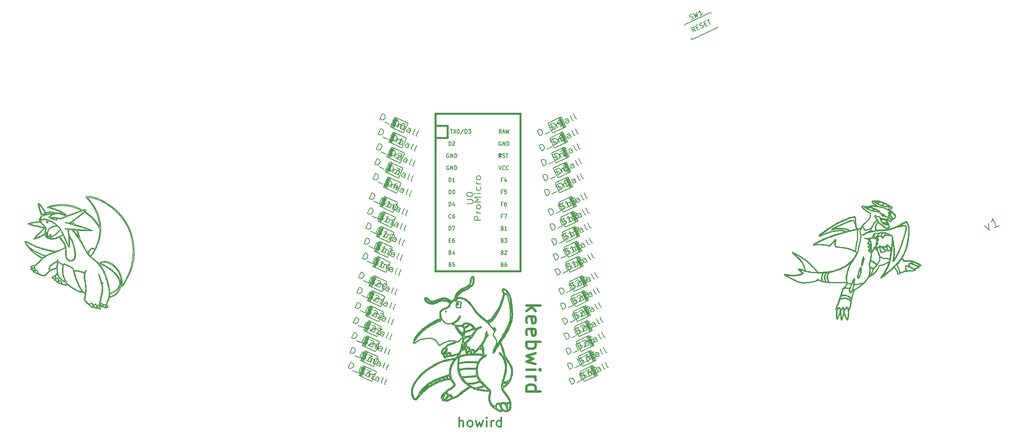
<source format=gbr>
%TF.GenerationSoftware,KiCad,Pcbnew,(5.1.12-1-10_14)*%
%TF.CreationDate,2021-12-22T22:21:50-05:00*%
%TF.ProjectId,keebwirdv1,6b656562-7769-4726-9476-312e6b696361,rev?*%
%TF.SameCoordinates,Original*%
%TF.FileFunction,Legend,Top*%
%TF.FilePolarity,Positive*%
%FSLAX46Y46*%
G04 Gerber Fmt 4.6, Leading zero omitted, Abs format (unit mm)*
G04 Created by KiCad (PCBNEW (5.1.12-1-10_14)) date 2021-12-22 22:21:50*
%MOMM*%
%LPD*%
G01*
G04 APERTURE LIST*
%ADD10C,0.200000*%
%ADD11C,0.300000*%
%ADD12C,0.500000*%
%ADD13C,0.250000*%
%ADD14C,0.218750*%
%ADD15C,0.170000*%
%ADD16C,0.150000*%
%ADD17C,0.203200*%
%ADD18C,0.381000*%
G04 APERTURE END LIST*
D10*
X252024152Y-96715322D02*
X253019218Y-97722486D01*
X252887302Y-96312829D01*
X255090779Y-96756501D02*
X254054998Y-97239494D01*
X254572889Y-96997997D02*
X253727652Y-95185382D01*
X253675770Y-95524826D01*
X253583639Y-95777954D01*
X253451258Y-95944768D01*
D11*
X142119047Y-138904761D02*
X142119047Y-136904761D01*
X142976190Y-138904761D02*
X142976190Y-137857142D01*
X142880952Y-137666666D01*
X142690476Y-137571428D01*
X142404761Y-137571428D01*
X142214285Y-137666666D01*
X142119047Y-137761904D01*
X144214285Y-138904761D02*
X144023809Y-138809523D01*
X143928571Y-138714285D01*
X143833333Y-138523809D01*
X143833333Y-137952380D01*
X143928571Y-137761904D01*
X144023809Y-137666666D01*
X144214285Y-137571428D01*
X144500000Y-137571428D01*
X144690476Y-137666666D01*
X144785714Y-137761904D01*
X144880952Y-137952380D01*
X144880952Y-138523809D01*
X144785714Y-138714285D01*
X144690476Y-138809523D01*
X144500000Y-138904761D01*
X144214285Y-138904761D01*
X145547619Y-137571428D02*
X145928571Y-138904761D01*
X146309523Y-137952380D01*
X146690476Y-138904761D01*
X147071428Y-137571428D01*
X147833333Y-138904761D02*
X147833333Y-137571428D01*
X147833333Y-136904761D02*
X147738095Y-137000000D01*
X147833333Y-137095238D01*
X147928571Y-137000000D01*
X147833333Y-136904761D01*
X147833333Y-137095238D01*
X148785714Y-138904761D02*
X148785714Y-137571428D01*
X148785714Y-137952380D02*
X148880952Y-137761904D01*
X148976190Y-137666666D01*
X149166666Y-137571428D01*
X149357142Y-137571428D01*
X150880952Y-138904761D02*
X150880952Y-136904761D01*
X150880952Y-138809523D02*
X150690476Y-138904761D01*
X150309523Y-138904761D01*
X150119047Y-138809523D01*
X150023809Y-138714285D01*
X149928571Y-138523809D01*
X149928571Y-137952380D01*
X150023809Y-137761904D01*
X150119047Y-137666666D01*
X150309523Y-137571428D01*
X150690476Y-137571428D01*
X150880952Y-137666666D01*
D12*
X156142857Y-113500000D02*
X159142857Y-113500000D01*
X157285714Y-113785714D02*
X156142857Y-114642857D01*
X158142857Y-114642857D02*
X157000000Y-113500000D01*
X156285714Y-117071428D02*
X156142857Y-116785714D01*
X156142857Y-116214285D01*
X156285714Y-115928571D01*
X156571428Y-115785714D01*
X157714285Y-115785714D01*
X158000000Y-115928571D01*
X158142857Y-116214285D01*
X158142857Y-116785714D01*
X158000000Y-117071428D01*
X157714285Y-117214285D01*
X157428571Y-117214285D01*
X157142857Y-115785714D01*
X156285714Y-119642857D02*
X156142857Y-119357142D01*
X156142857Y-118785714D01*
X156285714Y-118500000D01*
X156571428Y-118357142D01*
X157714285Y-118357142D01*
X158000000Y-118500000D01*
X158142857Y-118785714D01*
X158142857Y-119357142D01*
X158000000Y-119642857D01*
X157714285Y-119785714D01*
X157428571Y-119785714D01*
X157142857Y-118357142D01*
X156142857Y-121071428D02*
X159142857Y-121071428D01*
X158000000Y-121071428D02*
X158142857Y-121357142D01*
X158142857Y-121928571D01*
X158000000Y-122214285D01*
X157857142Y-122357142D01*
X157571428Y-122500000D01*
X156714285Y-122500000D01*
X156428571Y-122357142D01*
X156285714Y-122214285D01*
X156142857Y-121928571D01*
X156142857Y-121357142D01*
X156285714Y-121071428D01*
X158142857Y-123500000D02*
X156142857Y-124071428D01*
X157571428Y-124642857D01*
X156142857Y-125214285D01*
X158142857Y-125785714D01*
X156142857Y-126928571D02*
X158142857Y-126928571D01*
X159142857Y-126928571D02*
X159000000Y-126785714D01*
X158857142Y-126928571D01*
X159000000Y-127071428D01*
X159142857Y-126928571D01*
X158857142Y-126928571D01*
X156142857Y-128357142D02*
X158142857Y-128357142D01*
X157571428Y-128357142D02*
X157857142Y-128500000D01*
X158000000Y-128642857D01*
X158142857Y-128928571D01*
X158142857Y-129214285D01*
X156142857Y-131500000D02*
X159142857Y-131500000D01*
X156285714Y-131500000D02*
X156142857Y-131214285D01*
X156142857Y-130642857D01*
X156285714Y-130357142D01*
X156428571Y-130214285D01*
X156714285Y-130071428D01*
X157571428Y-130071428D01*
X157857142Y-130214285D01*
X158000000Y-130357142D01*
X158142857Y-130642857D01*
X158142857Y-131214285D01*
X158000000Y-131500000D01*
D13*
X144772326Y-107584923D02*
X144964855Y-107569313D01*
X135039628Y-112013431D02*
X135294157Y-112035656D01*
X144425722Y-108264020D02*
X144411382Y-108553703D01*
X144411382Y-108553703D02*
X144342449Y-108830653D01*
X144342449Y-108830653D02*
X144192971Y-109059638D01*
X144192971Y-109059638D02*
X143988454Y-109236073D01*
X143988454Y-109236073D02*
X143761868Y-109380658D01*
X143761868Y-109380658D02*
X143471110Y-109538199D01*
X143471110Y-109538199D02*
X143299302Y-109624684D01*
X151477043Y-111087566D02*
X151511882Y-110814339D01*
X149359583Y-115722977D02*
X149514231Y-115522202D01*
X149514231Y-115522202D02*
X149697665Y-115257546D01*
X149697665Y-115257546D02*
X149856847Y-115019012D01*
X149856847Y-115019012D02*
X150025099Y-114760904D01*
X150025099Y-114760904D02*
X150193919Y-114496495D01*
X150193919Y-114496495D02*
X150354803Y-114239058D01*
X150354803Y-114239058D02*
X150499247Y-114001866D01*
X150499247Y-114001866D02*
X150651567Y-113740043D01*
X150651567Y-113740043D02*
X150739387Y-113569269D01*
X149336124Y-123146480D02*
X149350467Y-122890231D01*
X149350467Y-122890231D02*
X149438182Y-122656016D01*
X149438182Y-122656016D02*
X149556168Y-122427607D01*
X144571507Y-108267636D02*
X144589094Y-108015472D01*
X144589094Y-108015472D02*
X144635896Y-107768366D01*
X144635896Y-107768366D02*
X144772326Y-107584923D01*
X144488958Y-109364863D02*
X144279178Y-109523466D01*
X144279178Y-109523466D02*
X144108310Y-109660403D01*
X143188266Y-109852049D02*
X143489510Y-109697805D01*
X143489510Y-109697805D02*
X143743615Y-109558078D01*
X143743615Y-109558078D02*
X144016060Y-109386379D01*
X144016060Y-109386379D02*
X144221421Y-109221338D01*
X144221421Y-109221338D02*
X144398337Y-109007728D01*
X144398337Y-109007728D02*
X144504017Y-108766050D01*
X144504017Y-108766050D02*
X144557120Y-108474930D01*
X144557120Y-108474930D02*
X144571507Y-108267636D01*
X148135799Y-116983981D02*
X148209177Y-116742240D01*
X141523066Y-111854769D02*
X141475366Y-112115239D01*
X141475366Y-112115239D02*
X141405391Y-112359691D01*
X141405391Y-112359691D02*
X141364317Y-112391873D01*
X148504362Y-116955936D02*
X148285564Y-117077465D01*
X148285564Y-117077465D02*
X148135799Y-116983981D01*
X141812167Y-111118433D02*
X141674578Y-111337375D01*
X141674578Y-111337375D02*
X141579822Y-111578755D01*
X141579822Y-111578755D02*
X141523066Y-111854769D01*
X150069638Y-121544428D02*
X150297114Y-121197883D01*
X150297114Y-121197883D02*
X150522279Y-120844860D01*
X150522279Y-120844860D02*
X150743694Y-120488062D01*
X150743694Y-120488062D02*
X150959922Y-120130192D01*
X150959922Y-120130192D02*
X151169525Y-119773954D01*
X151169525Y-119773954D02*
X151371065Y-119422050D01*
X151371065Y-119422050D02*
X151563105Y-119077184D01*
X151563105Y-119077184D02*
X151744207Y-118742060D01*
X151744207Y-118742060D02*
X151912934Y-118419381D01*
X151912934Y-118419381D02*
X152067848Y-118111849D01*
X152067848Y-118111849D02*
X152207511Y-117822169D01*
X152207511Y-117822169D02*
X152330485Y-117553043D01*
X152330485Y-117553043D02*
X152435334Y-117307176D01*
X152435334Y-117307176D02*
X152555475Y-116987897D01*
X152555475Y-116987897D02*
X152626747Y-116736155D01*
X152897505Y-113327793D02*
X152930053Y-113601883D01*
X152930053Y-113601883D02*
X152960870Y-113862037D01*
X152960870Y-113862037D02*
X152992866Y-114132853D01*
X152992866Y-114132853D02*
X153010127Y-114279499D01*
X152800226Y-112471160D02*
X152829726Y-112740677D01*
X152829726Y-112740677D02*
X152859501Y-113002552D01*
X152859501Y-113002552D02*
X152890799Y-113271197D01*
X152890799Y-113271197D02*
X152897505Y-113327793D01*
X150143633Y-114913970D02*
X149999301Y-115147648D01*
X149999301Y-115147648D02*
X149866113Y-115360262D01*
X149866113Y-115360262D02*
X149684617Y-115642930D01*
X149684617Y-115642930D02*
X149521492Y-115886547D01*
X149521492Y-115886547D02*
X149372716Y-116096122D01*
X149372716Y-116096122D02*
X149189722Y-116331255D01*
X149189722Y-116331255D02*
X149015562Y-116526643D01*
X149015562Y-116526643D02*
X148795764Y-116733069D01*
X148795764Y-116733069D02*
X148556264Y-116919128D01*
X148556264Y-116919128D02*
X148504362Y-116955936D01*
X141312017Y-111894457D02*
X141376988Y-111574123D01*
X141376988Y-111574123D02*
X141478354Y-111285487D01*
X141478354Y-111285487D02*
X141622140Y-111021991D01*
X141622140Y-111021991D02*
X141814372Y-110777076D01*
X141814372Y-110777076D02*
X141993963Y-110601638D01*
X141993963Y-110601638D02*
X142206736Y-110430195D01*
X142206736Y-110430195D02*
X142455233Y-110259981D01*
X142455233Y-110259981D02*
X142741996Y-110088228D01*
X142741996Y-110088228D02*
X143069567Y-109912170D01*
X143069567Y-109912170D02*
X143188266Y-109852049D01*
X149556168Y-122427607D02*
X149688831Y-122202060D01*
X149688831Y-122202060D02*
X149817137Y-121972700D01*
X151511882Y-110814339D02*
X151363186Y-110552049D01*
X151056004Y-112502910D02*
X151153088Y-112270363D01*
X151153088Y-112270363D02*
X151250692Y-111992787D01*
X151250692Y-111992787D02*
X151326651Y-111746474D01*
X151326651Y-111746474D02*
X151392784Y-111503126D01*
X151392784Y-111503126D02*
X151452650Y-111236930D01*
X151452650Y-111236930D02*
X151477043Y-111087566D01*
X148209177Y-116742240D02*
X148452505Y-116625063D01*
X148452505Y-116625063D02*
X148684927Y-116494390D01*
X148684927Y-116494390D02*
X148759862Y-116449082D01*
X149529270Y-122775357D02*
X149416704Y-123011095D01*
X149416704Y-123011095D02*
X149336124Y-123146480D01*
X149980472Y-121982136D02*
X149840499Y-122202623D01*
X149840499Y-122202623D02*
X149700745Y-122442749D01*
X149700745Y-122442749D02*
X149580518Y-122668572D01*
X149580518Y-122668572D02*
X149529270Y-122775357D01*
X152753747Y-115917887D02*
X152775045Y-115569285D01*
X152775045Y-115569285D02*
X152779080Y-115193875D01*
X152779080Y-115193875D02*
X152767188Y-114798457D01*
X152767188Y-114798457D02*
X152740710Y-114389834D01*
X152740710Y-114389834D02*
X152700985Y-113974809D01*
X152700985Y-113974809D02*
X152649350Y-113560184D01*
X152649350Y-113560184D02*
X152587145Y-113152762D01*
X152587145Y-113152762D02*
X152515710Y-112759346D01*
X152515710Y-112759346D02*
X152436382Y-112386738D01*
X152436382Y-112386738D02*
X152350501Y-112041740D01*
X152350501Y-112041740D02*
X152259406Y-111731155D01*
X152259406Y-111731155D02*
X152164436Y-111461787D01*
X152164436Y-111461787D02*
X152017644Y-111149893D01*
X152017644Y-111149893D02*
X151820855Y-110941781D01*
X151820855Y-110941781D02*
X151772584Y-110932520D01*
X152689364Y-116485065D02*
X152723539Y-116225128D01*
X152723539Y-116225128D02*
X152748622Y-115973338D01*
X152748622Y-115973338D02*
X152753747Y-115917887D01*
X152626747Y-116736155D02*
X152686570Y-116491320D01*
X152686570Y-116491320D02*
X152689364Y-116485065D01*
X150389254Y-121287870D02*
X150270571Y-121512106D01*
X150270571Y-121512106D02*
X150130333Y-121748399D01*
X150130333Y-121748399D02*
X149995144Y-121960146D01*
X149995144Y-121960146D02*
X149980472Y-121982136D01*
X153010127Y-114279499D02*
X153039389Y-114547223D01*
X153039389Y-114547223D02*
X153062274Y-114798008D01*
X153062274Y-114798008D02*
X153081880Y-115086751D01*
X153081880Y-115086751D02*
X153091452Y-115346911D01*
X153091452Y-115346911D02*
X153089639Y-115619721D01*
X153089639Y-115619721D02*
X153069102Y-115881131D01*
X153069102Y-115881131D02*
X153064543Y-115913301D01*
X151459317Y-111471829D02*
X151409449Y-111729628D01*
X151409449Y-111729628D02*
X151339532Y-112007461D01*
X151339532Y-112007461D02*
X151260698Y-112293957D01*
X151260698Y-112293957D02*
X151183902Y-112558263D01*
X151183902Y-112558263D02*
X151116417Y-112781781D01*
X141500401Y-110964269D02*
X141363592Y-111203256D01*
X141363592Y-111203256D02*
X141266487Y-111445411D01*
X141266487Y-111445411D02*
X141192167Y-111701170D01*
X141192167Y-111701170D02*
X141157941Y-111884314D01*
X143299302Y-109624684D02*
X143053937Y-109749534D01*
X143053937Y-109749534D02*
X142828322Y-109871646D01*
X142828322Y-109871646D02*
X142555905Y-110031932D01*
X142555905Y-110031932D02*
X142313030Y-110191499D01*
X142313030Y-110191499D02*
X142096518Y-110352721D01*
X142096518Y-110352721D02*
X141903187Y-110517969D01*
X141903187Y-110517969D02*
X141689276Y-110733804D01*
X141689276Y-110733804D02*
X141500401Y-110964269D01*
X145006041Y-108012137D02*
X144997123Y-108290924D01*
X144997123Y-108290924D02*
X144971147Y-108575563D01*
X144971147Y-108575563D02*
X144910998Y-108842402D01*
X144910998Y-108842402D02*
X144788908Y-109081969D01*
X144788908Y-109081969D02*
X144596597Y-109281709D01*
X144596597Y-109281709D02*
X144488958Y-109364863D01*
X150880143Y-113062768D02*
X150938646Y-112802786D01*
X150938646Y-112802786D02*
X151030627Y-112558524D01*
X151030627Y-112558524D02*
X151056004Y-112502910D01*
X153064543Y-115913301D02*
X153016377Y-116189458D01*
X153016377Y-116189458D02*
X152954668Y-116471610D01*
X152954668Y-116471610D02*
X152879872Y-116758775D01*
X152879872Y-116758775D02*
X152792445Y-117049975D01*
X152792445Y-117049975D02*
X152692846Y-117344232D01*
X152692846Y-117344232D02*
X152581530Y-117640566D01*
X152581530Y-117640566D02*
X152458953Y-117937997D01*
X152458953Y-117937997D02*
X152325574Y-118235548D01*
X152325574Y-118235548D02*
X152181847Y-118532239D01*
X152181847Y-118532239D02*
X152028231Y-118827092D01*
X152028231Y-118827092D02*
X151865181Y-119119126D01*
X151865181Y-119119126D02*
X151693155Y-119407363D01*
X151693155Y-119407363D02*
X151512609Y-119690825D01*
X151512609Y-119690825D02*
X151323999Y-119968531D01*
X151323999Y-119968531D02*
X151127783Y-120239504D01*
X151127783Y-120239504D02*
X150924418Y-120502764D01*
X151116417Y-112781781D02*
X151036150Y-113022140D01*
X151036150Y-113022140D02*
X150935869Y-113287960D01*
X150935869Y-113287960D02*
X150819675Y-113570248D01*
X150819675Y-113570248D02*
X150691672Y-113860012D01*
X150691672Y-113860012D02*
X150555963Y-114148259D01*
X150555963Y-114148259D02*
X150416651Y-114425996D01*
X150416651Y-114425996D02*
X150277840Y-114684230D01*
X150277840Y-114684230D02*
X150143633Y-114913970D01*
X150739387Y-113569269D02*
X150821472Y-113324717D01*
X150821472Y-113324717D02*
X150877860Y-113077135D01*
X150877860Y-113077135D02*
X150880143Y-113062768D01*
X141364317Y-112391873D02*
X141291578Y-112136170D01*
X141291578Y-112136170D02*
X141312017Y-111894457D01*
X144964855Y-107569313D02*
X145007437Y-107825683D01*
X145007437Y-107825683D02*
X145006041Y-108012137D01*
X149817137Y-121972700D02*
X149943275Y-121750283D01*
X149943275Y-121750283D02*
X150069638Y-121544428D01*
X144705474Y-107435786D02*
X144520600Y-107628127D01*
X144520600Y-107628127D02*
X144446527Y-107877028D01*
X144446527Y-107877028D02*
X144427455Y-108130213D01*
X144427455Y-108130213D02*
X144425722Y-108264020D01*
X143199025Y-110148824D02*
X142937643Y-110267767D01*
X142937643Y-110267767D02*
X142706401Y-110383867D01*
X142706401Y-110383867D02*
X142455931Y-110527650D01*
X142455931Y-110527650D02*
X142243784Y-110673121D01*
X142243784Y-110673121D02*
X142032931Y-110854715D01*
X142032931Y-110854715D02*
X141861825Y-111049535D01*
X141861825Y-111049535D02*
X141812167Y-111118433D01*
X151363186Y-110552049D02*
X151244085Y-110320533D01*
X151244085Y-110320533D02*
X151285133Y-110125364D01*
X151565327Y-110166639D02*
X151801951Y-110345702D01*
X151801951Y-110345702D02*
X152019683Y-110564510D01*
X152019683Y-110564510D02*
X152216218Y-110818762D01*
X152216218Y-110818762D02*
X152389250Y-111104157D01*
X152389250Y-111104157D02*
X152502212Y-111336054D01*
X152502212Y-111336054D02*
X152599684Y-111581236D01*
X152599684Y-111581236D02*
X152680693Y-111837888D01*
X152680693Y-111837888D02*
X152744266Y-112104196D01*
X152744266Y-112104196D02*
X152789430Y-112378347D01*
X152789430Y-112378347D02*
X152800226Y-112471160D01*
X151285133Y-110125364D02*
X151536353Y-110148175D01*
X151536353Y-110148175D02*
X151565327Y-110166639D01*
X144108310Y-109660403D02*
X143896028Y-109820988D01*
X143896028Y-109820988D02*
X143655663Y-109946226D01*
X143655663Y-109946226D02*
X143417147Y-110053392D01*
X143417147Y-110053392D02*
X143199025Y-110148824D01*
X151772584Y-110932520D02*
X151576461Y-111096870D01*
X151576461Y-111096870D02*
X151481229Y-111342734D01*
X151481229Y-111342734D02*
X151459317Y-111471829D01*
X150924418Y-120502764D02*
X150748114Y-120728179D01*
X150748114Y-120728179D02*
X150594420Y-120938478D01*
X150594420Y-120938478D02*
X150458165Y-121153566D01*
X150458165Y-121153566D02*
X150389254Y-121287870D01*
X149185046Y-116032628D02*
X149302162Y-115799829D01*
X149302162Y-115799829D02*
X149359583Y-115722977D01*
X149112814Y-116231242D02*
X149185046Y-116032628D01*
X148759862Y-116449082D02*
X149112814Y-116231242D01*
X146677767Y-121623715D02*
X146516070Y-121829321D01*
X146516070Y-121829321D02*
X146361300Y-122028873D01*
X146361300Y-122028873D02*
X146205250Y-122234332D01*
X146205250Y-122234332D02*
X146188200Y-122257480D01*
X142156655Y-115699518D02*
X142057976Y-115952037D01*
X142057976Y-115952037D02*
X141874181Y-116213964D01*
X141874181Y-116213964D02*
X141690679Y-116409240D01*
X141690679Y-116409240D02*
X141475991Y-116597792D01*
X141475991Y-116597792D02*
X141237269Y-116774471D01*
X141237269Y-116774471D02*
X140981668Y-116934127D01*
X140981668Y-116934127D02*
X140716342Y-117071612D01*
X140716342Y-117071612D02*
X140448442Y-117181775D01*
X140448442Y-117181775D02*
X140185123Y-117259468D01*
X140185123Y-117259468D02*
X139933538Y-117299541D01*
X140624542Y-117332879D02*
X140971587Y-117157372D01*
X145603382Y-118363960D02*
X145179343Y-117939656D01*
X146695847Y-117880213D02*
X146438774Y-117932447D01*
X146438774Y-117932447D02*
X146172886Y-118031676D01*
X146172886Y-118031676D02*
X145941210Y-118142383D01*
X145941210Y-118142383D02*
X145747315Y-118260596D01*
X144362045Y-122676845D02*
X144310817Y-122421752D01*
X144310817Y-122421752D02*
X144158458Y-122194446D01*
X144158458Y-122194446D02*
X143926238Y-122073965D01*
X143926238Y-122073965D02*
X143804481Y-122086206D01*
X147474868Y-123919681D02*
X147256232Y-124041362D01*
X147256232Y-124041362D02*
X147202876Y-124066524D01*
X140971587Y-117157372D02*
X141199233Y-117032978D01*
X141199233Y-117032978D02*
X141438495Y-116872678D01*
X141438495Y-116872678D02*
X141655434Y-116686715D01*
X141655434Y-116686715D02*
X141830373Y-116501729D01*
X141830373Y-116501729D02*
X142009589Y-116280546D01*
X142009589Y-116280546D02*
X142162084Y-116071923D01*
X142162084Y-116071923D02*
X142202075Y-116014812D01*
X140772266Y-117398760D02*
X140624542Y-117332879D01*
X142395132Y-117621098D02*
X142134775Y-117635982D01*
X142134775Y-117635982D02*
X141863792Y-117630687D01*
X141863792Y-117630687D02*
X141591141Y-117606439D01*
X141591141Y-117606439D02*
X141325780Y-117564467D01*
X141325780Y-117564467D02*
X141076667Y-117505997D01*
X141076667Y-117505997D02*
X140811795Y-117415784D01*
X140811795Y-117415784D02*
X140772266Y-117398760D01*
X147813359Y-118927170D02*
X147701693Y-119173155D01*
X147701693Y-119173155D02*
X147648444Y-119418041D01*
X147648444Y-119418041D02*
X147611657Y-119688552D01*
X142696405Y-117590847D02*
X142395132Y-117621098D01*
X142892020Y-117376535D02*
X142696405Y-117590847D01*
X143860042Y-117152344D02*
X143594709Y-117102404D01*
X143594709Y-117102404D02*
X143333554Y-117094343D01*
X143333554Y-117094343D02*
X143086458Y-117194413D01*
X143086458Y-117194413D02*
X142892020Y-117376535D01*
X146188200Y-122257480D02*
X146023169Y-122461475D01*
X146023169Y-122461475D02*
X145840746Y-122665768D01*
X145840746Y-122665768D02*
X145655523Y-122860433D01*
X145655523Y-122860433D02*
X145461536Y-123044753D01*
X145461536Y-123044753D02*
X145402652Y-123083068D01*
X145179343Y-117939656D02*
X144959818Y-117729228D01*
X144959818Y-117729228D02*
X144760538Y-117560293D01*
X144760538Y-117560293D02*
X144533451Y-117403588D01*
X144533451Y-117403588D02*
X144302493Y-117286936D01*
X144302493Y-117286936D02*
X144049654Y-117199594D01*
X144049654Y-117199594D02*
X143860042Y-117152344D01*
X147064059Y-121446268D02*
X147211051Y-121211059D01*
X147211051Y-121211059D02*
X147328068Y-120989414D01*
X147328068Y-120989414D02*
X147447313Y-120742069D01*
X147447313Y-120742069D02*
X147557652Y-120491456D01*
X147557652Y-120491456D02*
X147634766Y-120296300D01*
X146709693Y-117972465D02*
X146695847Y-117880213D01*
X143804481Y-122086206D02*
X143565905Y-121993575D01*
X143565905Y-121993575D02*
X143546423Y-121853461D01*
X146920478Y-121633592D02*
X147064059Y-121446268D01*
X147611657Y-119688552D02*
X147566429Y-119948604D01*
X147566429Y-119948604D02*
X147478283Y-120235974D01*
X147478283Y-120235974D02*
X147379442Y-120480202D01*
X147379442Y-120480202D02*
X147257551Y-120732768D01*
X147257551Y-120732768D02*
X147114574Y-120989606D01*
X147114574Y-120989606D02*
X146952475Y-121246650D01*
X146952475Y-121246650D02*
X146773216Y-121499838D01*
X146773216Y-121499838D02*
X146677767Y-121623715D01*
X147634766Y-120296300D02*
X147758008Y-120068094D01*
X147758008Y-120068094D02*
X147935704Y-119888998D01*
X147935704Y-119888998D02*
X147954910Y-119871468D01*
X147202876Y-124066524D02*
X147189544Y-123807371D01*
X147189544Y-123807371D02*
X147186135Y-123533193D01*
X147186135Y-123533193D02*
X147185590Y-123356206D01*
X147867687Y-119700988D02*
X147858162Y-119521336D01*
X147987014Y-119595947D02*
X147867687Y-119700988D01*
X144660672Y-122718208D02*
X144420439Y-122794576D01*
X144420439Y-122794576D02*
X144362045Y-122676845D01*
X145276534Y-122893009D02*
X145107724Y-122684645D01*
X145107724Y-122684645D02*
X144857731Y-122630361D01*
X144857731Y-122630361D02*
X144660672Y-122718208D01*
X147858162Y-119521336D02*
X147877761Y-119264620D01*
X147877761Y-119264620D02*
X147898467Y-119174114D01*
X147354131Y-124205254D02*
X147574028Y-124055095D01*
X147574028Y-124055095D02*
X147768620Y-123889209D01*
X147768620Y-123889209D02*
X147763088Y-123806527D01*
X147763088Y-123806527D02*
X147522882Y-123892400D01*
X147522882Y-123892400D02*
X147474868Y-123919681D01*
X141667441Y-111970127D02*
X142268310Y-111987149D01*
X145533180Y-118832625D02*
X145679082Y-118616958D01*
X145679082Y-118616958D02*
X145852120Y-118431677D01*
X145852120Y-118431677D02*
X146080840Y-118259388D01*
X146080840Y-118259388D02*
X146330015Y-118140543D01*
X146330015Y-118140543D02*
X146553149Y-118086148D01*
X135511556Y-112258259D02*
X135736342Y-112470459D01*
X135736342Y-112470459D02*
X136011372Y-112609978D01*
X136011372Y-112609978D02*
X136263848Y-112669098D01*
X136263848Y-112669098D02*
X136542096Y-112681421D01*
X136542096Y-112681421D02*
X136843280Y-112646821D01*
X136843280Y-112646821D02*
X137164563Y-112565173D01*
X137164563Y-112565173D02*
X137417007Y-112472987D01*
X137417007Y-112472987D02*
X137677965Y-112354214D01*
X135701263Y-112812649D02*
X135449682Y-112638097D01*
X135449682Y-112638097D02*
X135247116Y-112474852D01*
X135247116Y-112474852D02*
X135053495Y-112274510D01*
X135053495Y-112274510D02*
X135021968Y-112021804D01*
X135021968Y-112021804D02*
X135039628Y-112013431D01*
X142202075Y-116014812D02*
X142314017Y-115775074D01*
X142314017Y-115775074D02*
X142297060Y-115579309D01*
X145747315Y-118260596D02*
X145603382Y-118363960D01*
X146553149Y-118086148D02*
X146709693Y-117972465D01*
X148153525Y-119530243D02*
X147987014Y-119595947D01*
X137677965Y-112354214D02*
X137944049Y-112233001D01*
X137944049Y-112233001D02*
X138199982Y-112140234D01*
X138199982Y-112140234D02*
X138446824Y-112075992D01*
X138446824Y-112075992D02*
X138763632Y-112034847D01*
X138763632Y-112034847D02*
X139068665Y-112044744D01*
X139068665Y-112044744D02*
X139364433Y-112105873D01*
X139364433Y-112105873D02*
X139653444Y-112218423D01*
X139653444Y-112218423D02*
X139938205Y-112382584D01*
X139938205Y-112382584D02*
X140150497Y-112539687D01*
X137235141Y-112775343D02*
X136962616Y-112882142D01*
X136962616Y-112882142D02*
X136695992Y-112951695D01*
X136695992Y-112951695D02*
X136439544Y-112983901D01*
X136439544Y-112983901D02*
X136151253Y-112973103D01*
X136151253Y-112973103D02*
X135891152Y-112908197D01*
X135891152Y-112908197D02*
X135701263Y-112812649D01*
X138270984Y-112374146D02*
X138015844Y-112454155D01*
X138015844Y-112454155D02*
X137756861Y-112551724D01*
X137756861Y-112551724D02*
X137503254Y-112656532D01*
X137503254Y-112656532D02*
X137273944Y-112757662D01*
X137273944Y-112757662D02*
X137235141Y-112775343D01*
X140072004Y-112744122D02*
X139818038Y-112582523D01*
X139818038Y-112582523D02*
X139542423Y-112473289D01*
X139542423Y-112473289D02*
X139296164Y-112405861D01*
X139296164Y-112405861D02*
X139039414Y-112358725D01*
X139039414Y-112358725D02*
X138783629Y-112334237D01*
X138783629Y-112334237D02*
X138482709Y-112339064D01*
X138482709Y-112339064D02*
X138270984Y-112374146D01*
X142268310Y-111987149D02*
X142869266Y-112004170D01*
X140241161Y-112785485D02*
X140072004Y-112744122D01*
X140150497Y-112539687D02*
X140263199Y-112764282D01*
X140263199Y-112764282D02*
X140241161Y-112785485D01*
X138178733Y-115389867D02*
X138164201Y-115100506D01*
X138164201Y-115100506D02*
X138217679Y-114810779D01*
X138217679Y-114810779D02*
X138355745Y-114574263D01*
X138355745Y-114574263D02*
X138586047Y-114380872D01*
X138586047Y-114380872D02*
X138853943Y-114245382D01*
X138853943Y-114245382D02*
X139121179Y-114149589D01*
X143928746Y-120927860D02*
X144130063Y-120715207D01*
X144130063Y-120715207D02*
X144316147Y-120512048D01*
X144316147Y-120512048D02*
X144488627Y-120316258D01*
X144488627Y-120316258D02*
X144700250Y-120062997D01*
X144700250Y-120062997D02*
X144894436Y-119814025D01*
X144894436Y-119814025D02*
X145075042Y-119564307D01*
X145075042Y-119564307D02*
X145245926Y-119308807D01*
X145245926Y-119308807D02*
X145410944Y-119042490D01*
X145410944Y-119042490D02*
X145533180Y-118832625D01*
X143546423Y-121853461D02*
X143533334Y-121577879D01*
X143533334Y-121577879D02*
X143595695Y-121330907D01*
X143595695Y-121330907D02*
X143742964Y-121128007D01*
X143742964Y-121128007D02*
X143928746Y-120927860D01*
X147185590Y-123356206D02*
X147183810Y-123086800D01*
X147183810Y-123086800D02*
X147175631Y-122803762D01*
X147175631Y-122803762D02*
X147154754Y-122523879D01*
X147154754Y-122523879D02*
X147111298Y-122248272D01*
X147111298Y-122248272D02*
X147042668Y-121989840D01*
X147042668Y-121989840D02*
X147004351Y-121874540D01*
X147898467Y-119174114D02*
X147841655Y-118929242D01*
X147841655Y-118929242D02*
X147813359Y-118927170D01*
X147004351Y-121874540D02*
X146920478Y-121633592D01*
X135294157Y-112035656D02*
X135475800Y-112214941D01*
X135475800Y-112214941D02*
X135511556Y-112258259D01*
X142869266Y-112004170D02*
X143100159Y-112123409D01*
X141637455Y-112049061D02*
X141667441Y-111970127D01*
X141584803Y-112283746D02*
X141637455Y-112049061D01*
X141172846Y-112383759D02*
X141339977Y-112575104D01*
X141339977Y-112575104D02*
X141546361Y-112419843D01*
X141546361Y-112419843D02*
X141584803Y-112283746D01*
X139121179Y-114149589D02*
X139386247Y-114052101D01*
X139386247Y-114052101D02*
X139626531Y-113936802D01*
X139626531Y-113936802D02*
X139854707Y-113793192D01*
X139854707Y-113793192D02*
X140036139Y-113601381D01*
X140036139Y-113601381D02*
X140048014Y-113552953D01*
X147954910Y-119871468D02*
X148140604Y-119691213D01*
X148140604Y-119691213D02*
X148153525Y-119530243D01*
X140048014Y-113552953D02*
X140147816Y-113292285D01*
X140147816Y-113292285D02*
X140260043Y-113066985D01*
X140260043Y-113066985D02*
X140388445Y-112858333D01*
X145402652Y-123083068D02*
X145276534Y-122893009D01*
X141006070Y-112351127D02*
X141172846Y-112383759D01*
X140388445Y-112858333D02*
X140594872Y-112671944D01*
X140594872Y-112671944D02*
X140804585Y-112500344D01*
X140804585Y-112500344D02*
X141006070Y-112351127D01*
X139933538Y-117299541D02*
X139628510Y-117281996D01*
X139628510Y-117281996D02*
X139333279Y-117185279D01*
X139333279Y-117185279D02*
X139055186Y-117017381D01*
X139055186Y-117017381D02*
X138862280Y-116849552D01*
X138862280Y-116849552D02*
X138686240Y-116649550D01*
X138686240Y-116649550D02*
X138530163Y-116420746D01*
X138530163Y-116420746D02*
X138397147Y-116166512D01*
X138397147Y-116166512D02*
X138290289Y-115890219D01*
X138290289Y-115890219D02*
X138212686Y-115595238D01*
X138212686Y-115595238D02*
X138178733Y-115389867D01*
X142297060Y-115579309D02*
X142156655Y-115699518D01*
X139331435Y-114640567D02*
X139193675Y-114590913D01*
X148033140Y-130677845D02*
X147818978Y-130479706D01*
X147818978Y-130479706D02*
X147602186Y-130273969D01*
X147602186Y-130273969D02*
X147389676Y-130067587D01*
X147389676Y-130067587D02*
X147188357Y-129867514D01*
X147188357Y-129867514D02*
X147005142Y-129680703D01*
X147005142Y-129680703D02*
X146812109Y-129476432D01*
X146812109Y-129476432D02*
X146633228Y-129269380D01*
X141940490Y-113867102D02*
X142379258Y-113867102D01*
X148566274Y-132181207D02*
X148626119Y-131935988D01*
X148626119Y-131935988D02*
X148660728Y-131682437D01*
X148660728Y-131682437D02*
X148633139Y-131427222D01*
X148633139Y-131427222D02*
X148517587Y-131190089D01*
X148517587Y-131190089D02*
X148344503Y-130979233D01*
X148344503Y-130979233D02*
X148150231Y-130786253D01*
X148150231Y-130786253D02*
X148033140Y-130677845D01*
X149316105Y-134591649D02*
X149102337Y-134392783D01*
X149102337Y-134392783D02*
X148919931Y-134193701D01*
X148919931Y-134193701D02*
X148768306Y-133992537D01*
X148768306Y-133992537D02*
X148613015Y-133717850D01*
X148613015Y-133717850D02*
X148510037Y-133431716D01*
X148510037Y-133431716D02*
X148457995Y-133129708D01*
X148457995Y-133129708D02*
X148455511Y-132807400D01*
X148455511Y-132807400D02*
X148485342Y-132549686D01*
X148485342Y-132549686D02*
X148541696Y-132276198D01*
X148541696Y-132276198D02*
X148566274Y-132181207D01*
X141869405Y-112854188D02*
X141909743Y-113111330D01*
X141909743Y-113111330D02*
X141799013Y-113339188D01*
X141799013Y-113339188D02*
X141787825Y-113346049D01*
X139218986Y-114834683D02*
X139294217Y-114763246D01*
X150532482Y-133964588D02*
X150291899Y-133866182D01*
X150291899Y-133866182D02*
X150050324Y-133939462D01*
X150050324Y-133939462D02*
X149856285Y-134097247D01*
X149856285Y-134097247D02*
X149704421Y-134323134D01*
X149704421Y-134323134D02*
X149630693Y-134550022D01*
X150879085Y-133916168D02*
X150665468Y-134049419D01*
X150665468Y-134049419D02*
X150532482Y-133964588D01*
X152076148Y-133893325D02*
X151847197Y-133946420D01*
X152658057Y-133786169D02*
X152431219Y-133788287D01*
X151757326Y-126477584D02*
X151735957Y-126776368D01*
X151735957Y-126776368D02*
X151695938Y-127068639D01*
X151695938Y-127068639D02*
X151638124Y-127396248D01*
X151638124Y-127396248D02*
X151584520Y-127658485D01*
X151584520Y-127658485D02*
X151523253Y-127929703D01*
X151523253Y-127929703D02*
X151455330Y-128205233D01*
X151455330Y-128205233D02*
X151381757Y-128480403D01*
X151381757Y-128480403D02*
X151303539Y-128750546D01*
X151303539Y-128750546D02*
X151221682Y-129010990D01*
X151221682Y-129010990D02*
X151193762Y-129094843D01*
X149177816Y-123162355D02*
X149168377Y-123416179D01*
X150460692Y-123384253D02*
X150373908Y-123406565D01*
X149525125Y-122168227D02*
X149392961Y-122409771D01*
X149392961Y-122409771D02*
X149281627Y-122665912D01*
X149281627Y-122665912D02*
X149210948Y-122905720D01*
X149210948Y-122905720D02*
X149177816Y-123162355D01*
X142395132Y-113380092D02*
X142411008Y-112893082D01*
X151275344Y-124157894D02*
X151098206Y-123920011D01*
X151098206Y-123920011D02*
X150939584Y-123725507D01*
X150939584Y-123725507D02*
X150748550Y-123526019D01*
X150748550Y-123526019D02*
X150538277Y-123388253D01*
X150538277Y-123388253D02*
X150460692Y-123384253D01*
X151587464Y-124202344D02*
X151730585Y-124429419D01*
X151730585Y-124429419D02*
X151872829Y-124655761D01*
X151872829Y-124655761D02*
X151990777Y-124843782D01*
X150631259Y-121345461D02*
X150737825Y-121592515D01*
X150737825Y-121592515D02*
X150832604Y-121854957D01*
X150832604Y-121854957D02*
X150917527Y-122110007D01*
X150917527Y-122110007D02*
X151009028Y-122400458D01*
X151009028Y-122400458D02*
X151105711Y-122721984D01*
X151105711Y-122721984D02*
X151180782Y-122980920D01*
X151180782Y-122980920D02*
X151257394Y-123253078D01*
X151257394Y-123253078D02*
X151309033Y-123440961D01*
X144983551Y-114092174D02*
X145141290Y-114330061D01*
X145141290Y-114330061D02*
X145315599Y-114568651D01*
X145315599Y-114568651D02*
X145506678Y-114808149D01*
X145506678Y-114808149D02*
X145714731Y-115048761D01*
X145714731Y-115048761D02*
X145939960Y-115290693D01*
X145939960Y-115290693D02*
X146182566Y-115534149D01*
X146182566Y-115534149D02*
X146442753Y-115779334D01*
X146442753Y-115779334D02*
X146720723Y-116026455D01*
X146720723Y-116026455D02*
X146916015Y-116192379D01*
X146916015Y-116192379D02*
X147119360Y-116359315D01*
X147119360Y-116359315D02*
X147330819Y-116527324D01*
X147330819Y-116527324D02*
X147550451Y-116696468D01*
X149899421Y-121197912D02*
X149881907Y-121461788D01*
X149881907Y-121461788D02*
X149785252Y-121704189D01*
X149785252Y-121704189D02*
X149665589Y-121927009D01*
X149665589Y-121927009D02*
X149525125Y-122168227D01*
X152371864Y-133060506D02*
X152489285Y-133302989D01*
X152489285Y-133302989D02*
X152598910Y-133548525D01*
X152598910Y-133548525D02*
X152649765Y-133692947D01*
X151193762Y-129094843D02*
X151119181Y-129338202D01*
X151119181Y-129338202D02*
X151050362Y-129604360D01*
X151050362Y-129604360D02*
X150991116Y-129873610D01*
X150991116Y-129873610D02*
X150945255Y-130126247D01*
X150945255Y-130126247D02*
X150913253Y-130379736D01*
X150913253Y-130379736D02*
X150912599Y-130546875D01*
X139294217Y-114763246D02*
X139331435Y-114640567D01*
X152659204Y-128945705D02*
X152479652Y-129119957D01*
X152479652Y-129119957D02*
X152261204Y-129250442D01*
X152261204Y-129250442D02*
X151999688Y-129367286D01*
X151999688Y-129367286D02*
X151720976Y-129458366D01*
X151720976Y-129458366D02*
X151450939Y-129511562D01*
X151309033Y-123440961D02*
X151380491Y-123694515D01*
X151380491Y-123694515D02*
X151464575Y-123951018D01*
X151464575Y-123951018D02*
X151578371Y-124187776D01*
X151578371Y-124187776D02*
X151587464Y-124202344D01*
X143100159Y-112123409D02*
X143325642Y-112257666D01*
X143325642Y-112257666D02*
X143561151Y-112431388D01*
X143561151Y-112431388D02*
X143803093Y-112640817D01*
X143803093Y-112640817D02*
X143986609Y-112819064D01*
X143986609Y-112819064D02*
X144170208Y-113013701D01*
X144170208Y-113013701D02*
X144352372Y-113223144D01*
X144352372Y-113223144D02*
X144531588Y-113445808D01*
X144531588Y-113445808D02*
X144706338Y-113680111D01*
X144706338Y-113680111D02*
X144875108Y-113924466D01*
X144875108Y-113924466D02*
X144983551Y-114092174D01*
X152642094Y-125858988D02*
X152768036Y-126085603D01*
X152768036Y-126085603D02*
X152868372Y-126346575D01*
X152868372Y-126346575D02*
X152943060Y-126634508D01*
X152943060Y-126634508D02*
X152992059Y-126942002D01*
X152992059Y-126942002D02*
X153015329Y-127261660D01*
X153015329Y-127261660D02*
X153012827Y-127586084D01*
X153012827Y-127586084D02*
X152984514Y-127907876D01*
X152984514Y-127907876D02*
X152930349Y-128219637D01*
X152930349Y-128219637D02*
X152850289Y-128513971D01*
X152850289Y-128513971D02*
X152744295Y-128783478D01*
X152744295Y-128783478D02*
X152659204Y-128945705D01*
X151990777Y-124843782D02*
X152136687Y-125076230D01*
X152136687Y-125076230D02*
X152277535Y-125299336D01*
X152277535Y-125299336D02*
X152426663Y-125532375D01*
X152426663Y-125532375D02*
X152573763Y-125756641D01*
X152573763Y-125756641D02*
X152642094Y-125858988D01*
X149247666Y-123405507D02*
X149459937Y-123249252D01*
X149459937Y-123249252D02*
X149591884Y-123013136D01*
X149591884Y-123013136D02*
X149630077Y-122927846D01*
X149473707Y-118778033D02*
X149566751Y-118850881D01*
X141687814Y-112892641D02*
X141869405Y-112854188D01*
X149290350Y-118570334D02*
X149453178Y-118760654D01*
X149453178Y-118760654D02*
X149473707Y-118778033D01*
X147550451Y-116696468D02*
X147775878Y-116877725D01*
X147775878Y-116877725D02*
X148007589Y-117083331D01*
X148007589Y-117083331D02*
X148241306Y-117308679D01*
X148241306Y-117308679D02*
X148472755Y-117549164D01*
X148472755Y-117549164D02*
X148642281Y-117736689D01*
X148642281Y-117736689D02*
X148806322Y-117928194D01*
X148806322Y-117928194D02*
X149013393Y-118186366D01*
X149013393Y-118186366D02*
X149203230Y-118443551D01*
X149203230Y-118443551D02*
X149290350Y-118570334D01*
X141411676Y-113399406D02*
X141415252Y-113650269D01*
X141415252Y-113650269D02*
X141575777Y-113855937D01*
X141575777Y-113855937D02*
X141844527Y-113867157D01*
X141844527Y-113867157D02*
X141940490Y-113867102D01*
X150485561Y-121452970D02*
X150631259Y-121345461D01*
X151362480Y-129270174D02*
X151458882Y-128993144D01*
X151458882Y-128993144D02*
X151533636Y-128742325D01*
X151533636Y-128742325D02*
X151612331Y-128455916D01*
X151612331Y-128455916D02*
X151691159Y-128148758D01*
X151691159Y-128148758D02*
X151766308Y-127835692D01*
X151766308Y-127835692D02*
X151833967Y-127531560D01*
X151833967Y-127531560D02*
X151890325Y-127251203D01*
X151890325Y-127251203D02*
X151913077Y-127124579D01*
X149308342Y-119268305D02*
X149204452Y-119505898D01*
X149204452Y-119505898D02*
X149242617Y-119757157D01*
X149242617Y-119757157D02*
X149366904Y-119964512D01*
X150135076Y-122003921D02*
X150277497Y-121787843D01*
X150277497Y-121787843D02*
X150415942Y-121569394D01*
X150415942Y-121569394D02*
X150485561Y-121452970D01*
X146633228Y-129269380D02*
X146474419Y-129061691D01*
X146474419Y-129061691D02*
X146390606Y-128952057D01*
X151337786Y-131559612D02*
X151517244Y-131782125D01*
X151517244Y-131782125D02*
X151712301Y-132026845D01*
X151712301Y-132026845D02*
X151865703Y-132225069D01*
X151865703Y-132225069D02*
X152013641Y-132428889D01*
X152013641Y-132428889D02*
X152151886Y-132645254D01*
X152151886Y-132645254D02*
X152278170Y-132875661D01*
X152278170Y-132875661D02*
X152371864Y-133060506D01*
X142567024Y-112831081D02*
X142360173Y-112667552D01*
X142360173Y-112667552D02*
X142118763Y-112589474D01*
X142118763Y-112589474D02*
X141871699Y-112620737D01*
X151913077Y-127124579D02*
X151951010Y-126834423D01*
X151951010Y-126834423D02*
X151967105Y-126539227D01*
X151967105Y-126539227D02*
X151961923Y-126241598D01*
X151961923Y-126241598D02*
X151936025Y-125944140D01*
X151936025Y-125944140D02*
X151889970Y-125649461D01*
X151889970Y-125649461D02*
X151824321Y-125360167D01*
X151824321Y-125360167D02*
X151739637Y-125078863D01*
X151739637Y-125078863D02*
X151636480Y-124808155D01*
X151636480Y-124808155D02*
X151515410Y-124550651D01*
X151515410Y-124550651D02*
X151376988Y-124308955D01*
X151376988Y-124308955D02*
X151275344Y-124157894D01*
X149366904Y-119964512D02*
X149531786Y-120173185D01*
X149531786Y-120173185D02*
X149677194Y-120386789D01*
X149677194Y-120386789D02*
X149789316Y-120619526D01*
X149789316Y-120619526D02*
X149857195Y-120875545D01*
X149857195Y-120875545D02*
X149894254Y-121146165D01*
X149894254Y-121146165D02*
X149899421Y-121197912D01*
X142519840Y-112997152D02*
X142567024Y-112831081D01*
X146107854Y-125632506D02*
X146236260Y-125362269D01*
X146236260Y-125362269D02*
X146381154Y-125118773D01*
X146381154Y-125118773D02*
X146548043Y-124895713D01*
X146548043Y-124895713D02*
X146742434Y-124686781D01*
X146742434Y-124686781D02*
X146969833Y-124485672D01*
X146969833Y-124485672D02*
X147179219Y-124326179D01*
X147179219Y-124326179D02*
X147354131Y-124205254D01*
X146390606Y-128952057D02*
X146236598Y-128715907D01*
X146236598Y-128715907D02*
X146107458Y-128446480D01*
X146107458Y-128446480D02*
X146003707Y-128149920D01*
X146003707Y-128149920D02*
X145925870Y-127832369D01*
X145925870Y-127832369D02*
X145874470Y-127499972D01*
X145874470Y-127499972D02*
X145850031Y-127158871D01*
X145850031Y-127158871D02*
X145853077Y-126815211D01*
X145853077Y-126815211D02*
X145884131Y-126475134D01*
X145884131Y-126475134D02*
X145943717Y-126144785D01*
X145943717Y-126144785D02*
X146032358Y-125830307D01*
X146032358Y-125830307D02*
X146107854Y-125632506D01*
X150550738Y-123569990D02*
X150754502Y-123776526D01*
X150754502Y-123776526D02*
X150942526Y-124003986D01*
X150942526Y-124003986D02*
X151113766Y-124249858D01*
X151113766Y-124249858D02*
X151267180Y-124511628D01*
X151267180Y-124511628D02*
X151401723Y-124786784D01*
X151401723Y-124786784D02*
X151516352Y-125072815D01*
X151516352Y-125072815D02*
X151610024Y-125367207D01*
X151610024Y-125367207D02*
X151681695Y-125667449D01*
X151681695Y-125667449D02*
X151730323Y-125971027D01*
X151730323Y-125971027D02*
X151754863Y-126275430D01*
X151754863Y-126275430D02*
X151757326Y-126477584D01*
X142379258Y-113867102D02*
X142395132Y-113380092D01*
X150944790Y-130772919D02*
X151018889Y-131023530D01*
X151018889Y-131023530D02*
X151134119Y-131258188D01*
X151134119Y-131258188D02*
X151283101Y-131488672D01*
X151283101Y-131488672D02*
X151337786Y-131559612D01*
X152649765Y-133692947D02*
X152658057Y-133786169D01*
X149630693Y-134550022D02*
X149401422Y-134664700D01*
X149401422Y-134664700D02*
X149316105Y-134591649D01*
X151847197Y-133946420D02*
X151626274Y-133805000D01*
X151626274Y-133805000D02*
X151363607Y-133765601D01*
X151363607Y-133765601D02*
X151089604Y-133809026D01*
X151089604Y-133809026D02*
X150879085Y-133916168D01*
X152431219Y-133788287D02*
X152176918Y-133823358D01*
X152176918Y-133823358D02*
X152076148Y-133893325D01*
X150373908Y-123406565D02*
X150550738Y-123569990D01*
X142411008Y-112893082D02*
X142519840Y-112997152D01*
X141871699Y-112620737D02*
X141637266Y-112745600D01*
X141637266Y-112745600D02*
X141479465Y-112960173D01*
X141479465Y-112960173D02*
X141421197Y-113205946D01*
X141421197Y-113205946D02*
X141411676Y-113399406D01*
X150912599Y-130546875D02*
X150944790Y-130772919D01*
X151450939Y-129511562D02*
X151362480Y-129270174D01*
X149483762Y-119006986D02*
X149345076Y-119222677D01*
X149345076Y-119222677D02*
X149308342Y-119268305D01*
X149630077Y-122927846D02*
X149738130Y-122682395D01*
X149738130Y-122682395D02*
X149852447Y-122451166D01*
X149852447Y-122451166D02*
X149985830Y-122229250D01*
X149985830Y-122229250D02*
X150135076Y-122003921D01*
X149168377Y-123416179D02*
X149247666Y-123405507D01*
X141787825Y-113346049D02*
X141574871Y-113201411D01*
X141574871Y-113201411D02*
X141639004Y-112954731D01*
X141639004Y-112954731D02*
X141687814Y-112892641D01*
X149566751Y-118850881D02*
X149483762Y-119006986D01*
X143267993Y-117989046D02*
X143057297Y-117887445D01*
X144108310Y-117438976D02*
X143908261Y-117611479D01*
X143908261Y-117611479D02*
X143678643Y-117763001D01*
X143678643Y-117763001D02*
X143438257Y-117904602D01*
X143438257Y-117904602D02*
X143267993Y-117989046D01*
X143806861Y-117311007D02*
X144046090Y-117390035D01*
X144046090Y-117390035D02*
X144108310Y-117438976D01*
X144420519Y-117560421D02*
X144634074Y-117695738D01*
X144634074Y-117695738D02*
X144727700Y-117763621D01*
X143197437Y-119116611D02*
X143375238Y-119067751D01*
X145008069Y-119312932D02*
X144856340Y-119538046D01*
X144856340Y-119538046D02*
X144684296Y-119744710D01*
X144684296Y-119744710D02*
X144428554Y-119815854D01*
X144428554Y-119815854D02*
X144404908Y-119815994D01*
X144302868Y-117500360D02*
X144420519Y-117560421D01*
X143188266Y-118563809D02*
X143188266Y-118242869D01*
X143205287Y-118901858D02*
X143188805Y-118644333D01*
X143188805Y-118644333D02*
X143188266Y-118563809D01*
X149481380Y-118114369D02*
X149654385Y-118312574D01*
X149654385Y-118312574D02*
X149706828Y-118558876D01*
X149706828Y-118558876D02*
X149695340Y-118598910D01*
X145121312Y-118143739D02*
X144899075Y-118278080D01*
X144899075Y-118278080D02*
X144633361Y-118407964D01*
X144633361Y-118407964D02*
X144403285Y-118510340D01*
X144403285Y-118510340D02*
X144161459Y-118611178D01*
X144161459Y-118611178D02*
X143921062Y-118705262D01*
X143921062Y-118705262D02*
X143625529Y-118811194D01*
X143625529Y-118811194D02*
X143340214Y-118894868D01*
X143340214Y-118894868D02*
X143205287Y-118901858D01*
X144727700Y-117763621D02*
X144928299Y-117929219D01*
X144928299Y-117929219D02*
X145110713Y-118114524D01*
X145110713Y-118114524D02*
X145121312Y-118143739D01*
X141990673Y-117813010D02*
X142259269Y-117806783D01*
X142259269Y-117806783D02*
X142509561Y-117789993D01*
X142509561Y-117789993D02*
X142537920Y-117785052D01*
X141538589Y-117837968D02*
X141795137Y-117816758D01*
X141795137Y-117816758D02*
X141990673Y-117813010D01*
X140586883Y-121495833D02*
X140854849Y-121410311D01*
X140854849Y-121410311D02*
X141107105Y-121317101D01*
X141107105Y-121317101D02*
X141344489Y-121215668D01*
X141344489Y-121215668D02*
X141639313Y-121066705D01*
X141639313Y-121066705D02*
X141911172Y-120900900D01*
X141911172Y-120900900D02*
X142162050Y-120716985D01*
X142162050Y-120716985D02*
X142393933Y-120513691D01*
X142393933Y-120513691D02*
X142608806Y-120289747D01*
X142608806Y-120289747D02*
X142759994Y-120107476D01*
X142537920Y-117785052D02*
X142784695Y-117832288D01*
X142784695Y-117832288D02*
X142792625Y-117840613D01*
X142226593Y-118807401D02*
X142044625Y-118604860D01*
X142044625Y-118604860D02*
X141873508Y-118385904D01*
X141873508Y-118385904D02*
X141715337Y-118163031D01*
X141715337Y-118163031D02*
X141581199Y-117946016D01*
X141581199Y-117946016D02*
X141538589Y-117837968D01*
X142863092Y-119488174D02*
X142851980Y-119721977D01*
X143434946Y-119972009D02*
X143189699Y-120024727D01*
X143189699Y-120024727D02*
X143156516Y-119772514D01*
X149371048Y-118367665D02*
X149224126Y-118149349D01*
X149224126Y-118149349D02*
X149481380Y-118114369D01*
X139462403Y-122437838D02*
X139422795Y-122170785D01*
X139422795Y-122170785D02*
X139595257Y-121955226D01*
X139595257Y-121955226D02*
X139819800Y-121803374D01*
X139819800Y-121803374D02*
X140056801Y-121686055D01*
X140056801Y-121686055D02*
X140342305Y-121574523D01*
X140342305Y-121574523D02*
X140586883Y-121495833D01*
X143156516Y-119772514D02*
X143163258Y-119512341D01*
X143163258Y-119512341D02*
X143176977Y-119312050D01*
X143013640Y-118726350D02*
X143011256Y-118987762D01*
X143011256Y-118987762D02*
X143001833Y-119239782D01*
X143001833Y-119239782D02*
X142994415Y-119290178D01*
X145353439Y-118433722D02*
X145386783Y-118697766D01*
X145386783Y-118697766D02*
X145245003Y-118949230D01*
X145245003Y-118949230D02*
X145087683Y-119192359D01*
X145087683Y-119192359D02*
X145008069Y-119312932D01*
X141350647Y-117872276D02*
X141456004Y-118112903D01*
X141456004Y-118112903D02*
X141589198Y-118346687D01*
X141589198Y-118346687D02*
X141748268Y-118571529D01*
X141748268Y-118571529D02*
X141931252Y-118785331D01*
X141931252Y-118785331D02*
X142136188Y-118985994D01*
X142136188Y-118985994D02*
X142361114Y-119171421D01*
X142361114Y-119171421D02*
X142604069Y-119339513D01*
X142604069Y-119339513D02*
X142863092Y-119488174D01*
X143176977Y-119312050D02*
X143197437Y-119116611D01*
X145057547Y-118400738D02*
X145308758Y-118382025D01*
X145308758Y-118382025D02*
X145353439Y-118433722D01*
X143375238Y-119067751D02*
X143618697Y-118991630D01*
X143618697Y-118991630D02*
X143896149Y-118895704D01*
X143896149Y-118895704D02*
X144138262Y-118807347D01*
X144138262Y-118807347D02*
X144377338Y-118714491D01*
X144377338Y-118714491D02*
X144473082Y-118673522D01*
X141269683Y-117785052D02*
X141350647Y-117872276D01*
X142388254Y-119466479D02*
X142181087Y-119243259D01*
X142181087Y-119243259D02*
X141985551Y-119019276D01*
X141985551Y-119019276D02*
X141804945Y-118799491D01*
X141804945Y-118799491D02*
X141642572Y-118588865D01*
X141642572Y-118588865D02*
X141460139Y-118330854D01*
X141460139Y-118330854D02*
X141323810Y-118109706D01*
X141323810Y-118109706D02*
X141222876Y-117872830D01*
X141222876Y-117872830D02*
X141269683Y-117785052D01*
X142851980Y-119721977D02*
X142737769Y-119831339D01*
X140367278Y-123724065D02*
X140349432Y-123471636D01*
X140349432Y-123471636D02*
X140159095Y-123306421D01*
X140159095Y-123306421D02*
X139886737Y-123268205D01*
X139886737Y-123268205D02*
X139652263Y-123370223D01*
X139652263Y-123370223D02*
X139622829Y-123396776D01*
X141205478Y-123712071D02*
X140916249Y-123800982D01*
X140916249Y-123800982D02*
X140653417Y-123865019D01*
X140653417Y-123865019D02*
X140402932Y-123868593D01*
X140402932Y-123868593D02*
X140367278Y-123724065D01*
X144473082Y-118673522D02*
X144709102Y-118573847D01*
X144709102Y-118573847D02*
X144740840Y-118560809D01*
X144404908Y-119815994D02*
X144131841Y-119832476D01*
X144131841Y-119832476D02*
X143864285Y-119869135D01*
X143864285Y-119869135D02*
X143612582Y-119920220D01*
X143612582Y-119920220D02*
X143434946Y-119972009D01*
X139212284Y-123270041D02*
X139309386Y-123181316D01*
X142759994Y-120107476D02*
X142933119Y-120013725D01*
X139320587Y-123395895D02*
X139212284Y-123270041D01*
X143057297Y-117887445D02*
X142919184Y-117700914D01*
X139193675Y-114590913D02*
X139218986Y-114834683D01*
X137208154Y-116770110D02*
X137477659Y-116638616D01*
X137477659Y-116638616D02*
X137747784Y-116516499D01*
X137747784Y-116516499D02*
X137987313Y-116428536D01*
X137987313Y-116428536D02*
X138241921Y-116419158D01*
X138241921Y-116419158D02*
X138311642Y-116488858D01*
X135955086Y-117499919D02*
X136202609Y-117337406D01*
X136202609Y-117337406D02*
X136434886Y-117189071D01*
X136434886Y-117189071D02*
X136663232Y-117053220D01*
X136663232Y-117053220D02*
X136901457Y-116924940D01*
X136901457Y-116924940D02*
X137157927Y-116795147D01*
X137157927Y-116795147D02*
X137208154Y-116770110D01*
X132747807Y-120962961D02*
X132662788Y-121094637D01*
X142994415Y-119290178D02*
X142749135Y-119175834D01*
X142749135Y-119175834D02*
X142530044Y-119036949D01*
X142530044Y-119036949D02*
X142303550Y-118873872D01*
X142303550Y-118873872D02*
X142226593Y-118807401D01*
X139309386Y-123181316D02*
X139461636Y-122980501D01*
X139461636Y-122980501D02*
X139535258Y-122726930D01*
X139535258Y-122726930D02*
X139486893Y-122475058D01*
X139486893Y-122475058D02*
X139462403Y-122437838D01*
X143188266Y-118242869D02*
X143369241Y-118148765D01*
X138155185Y-116658720D02*
X137910958Y-116734939D01*
X137910958Y-116734939D02*
X137874375Y-116751589D01*
X143369241Y-118148765D02*
X143607801Y-118015477D01*
X143607801Y-118015477D02*
X143837145Y-117869921D01*
X143837145Y-117869921D02*
X144059770Y-117707850D01*
X144059770Y-117707850D02*
X144134151Y-117646322D01*
X149695340Y-118598910D02*
X149457734Y-118473019D01*
X149457734Y-118473019D02*
X149371048Y-118367665D01*
X132798960Y-120641494D02*
X132936737Y-120334249D01*
X132936737Y-120334249D02*
X133104077Y-120071997D01*
X133104077Y-120071997D02*
X133320840Y-119787888D01*
X133320840Y-119787888D02*
X133490387Y-119588746D01*
X133490387Y-119588746D02*
X133678272Y-119383501D01*
X133678272Y-119383501D02*
X133883045Y-119173596D01*
X133883045Y-119173596D02*
X134103255Y-118960475D01*
X134103255Y-118960475D02*
X134337451Y-118745584D01*
X134337451Y-118745584D02*
X134584182Y-118530365D01*
X134584182Y-118530365D02*
X134841997Y-118316264D01*
X134841997Y-118316264D02*
X135109446Y-118104725D01*
X135109446Y-118104725D02*
X135385077Y-117897191D01*
X135385077Y-117897191D02*
X135667441Y-117695108D01*
X135667441Y-117695108D02*
X135955086Y-117499919D01*
X132713500Y-120856688D02*
X132798960Y-120641494D01*
X132662788Y-121094637D02*
X132713500Y-120856688D01*
X135045361Y-118350113D02*
X134795868Y-118535853D01*
X134795868Y-118535853D02*
X134532653Y-118757473D01*
X134532653Y-118757473D02*
X134262907Y-119006793D01*
X134262907Y-119006793D02*
X134083000Y-119184357D01*
X134083000Y-119184357D02*
X133905518Y-119368173D01*
X133905518Y-119368173D02*
X133732592Y-119555818D01*
X133732592Y-119555818D02*
X133566353Y-119744869D01*
X133566353Y-119744869D02*
X133334194Y-120025781D01*
X133334194Y-120025781D02*
X133129068Y-120296225D01*
X133129068Y-120296225D02*
X132958166Y-120548023D01*
X132958166Y-120548023D02*
X132828682Y-120772994D01*
X132828682Y-120772994D02*
X132747807Y-120962961D01*
X136637183Y-117362512D02*
X136374081Y-117510461D01*
X136374081Y-117510461D02*
X136128488Y-117655488D01*
X136128488Y-117655488D02*
X135868556Y-117814309D01*
X135868556Y-117814309D02*
X135656342Y-117947542D01*
X135656342Y-117947542D02*
X135445329Y-118083162D01*
X135445329Y-118083162D02*
X135190281Y-118251683D01*
X135190281Y-118251683D02*
X135045361Y-118350113D01*
X137754783Y-116801419D02*
X137505796Y-116913328D01*
X137505796Y-116913328D02*
X137270445Y-117030839D01*
X137270445Y-117030839D02*
X137046567Y-117145696D01*
X137046567Y-117145696D02*
X136815610Y-117266829D01*
X136815610Y-117266829D02*
X136637183Y-117362512D01*
X142737769Y-119831339D02*
X142388254Y-119466479D01*
X137874375Y-116751589D02*
X137754783Y-116801419D01*
X138311642Y-116488858D02*
X138155185Y-116658720D01*
X142792625Y-117840613D02*
X142951084Y-118057537D01*
X142951084Y-118057537D02*
X143005445Y-118332870D01*
X143005445Y-118332870D02*
X143013398Y-118620848D01*
X143013398Y-118620848D02*
X143013640Y-118726350D01*
X139622829Y-123396776D02*
X139375969Y-123458550D01*
X139375969Y-123458550D02*
X139320587Y-123395895D01*
X143267553Y-117308272D02*
X143534552Y-117280914D01*
X143534552Y-117280914D02*
X143792393Y-117307445D01*
X143792393Y-117307445D02*
X143806861Y-117311007D01*
X144134151Y-117646322D02*
X144302868Y-117500360D01*
X142919184Y-117700914D02*
X143065498Y-117474107D01*
X143065498Y-117474107D02*
X143267553Y-117308272D01*
X144740840Y-118560809D02*
X144969647Y-118452451D01*
X144969647Y-118452451D02*
X145057547Y-118400738D01*
X142819878Y-122779326D02*
X143055369Y-122669122D01*
X143055369Y-122669122D02*
X143285433Y-122545018D01*
X143285433Y-122545018D02*
X143311650Y-122528060D01*
X143340666Y-121211318D02*
X143098298Y-121275581D01*
X143098298Y-121275581D02*
X143090105Y-121279050D01*
X143635764Y-122612551D02*
X143741941Y-122366540D01*
X143741941Y-122366540D02*
X143980844Y-122275553D01*
X143980844Y-122275553D02*
X144004328Y-122297873D01*
X142780983Y-121861663D02*
X142856221Y-121614538D01*
X142856221Y-121614538D02*
X143063206Y-121497773D01*
X143291717Y-121703090D02*
X143084368Y-121882516D01*
X143084368Y-121882516D02*
X142937196Y-122105658D01*
X142937196Y-122105658D02*
X142857565Y-122360678D01*
X142857565Y-122360678D02*
X142850392Y-122414466D01*
X144004328Y-122297873D02*
X144108440Y-122535279D01*
X144108440Y-122535279D02*
X144105135Y-122792203D01*
X143996480Y-123240054D02*
X144168836Y-123043761D01*
X144168836Y-123043761D02*
X144411081Y-123111985D01*
X144411081Y-123111985D02*
X144457295Y-123239966D01*
X144680603Y-123691169D02*
X144684661Y-123469889D01*
X146897107Y-122575510D02*
X146932649Y-122694484D01*
X138493059Y-123364144D02*
X138531785Y-123093074D01*
X138531785Y-123093074D02*
X138635510Y-122843604D01*
X138635510Y-122843604D02*
X138785556Y-122639062D01*
X138785556Y-122639062D02*
X138994233Y-122488336D01*
X138994233Y-122488336D02*
X139210872Y-122467560D01*
X145404239Y-123271099D02*
X145617282Y-123132389D01*
X145617282Y-123132389D02*
X145813445Y-122948098D01*
X145813445Y-122948098D02*
X145857118Y-122904562D01*
X145247429Y-123392101D02*
X145404239Y-123271099D01*
X142900488Y-120227861D02*
X142848110Y-120486325D01*
X142848110Y-120486325D02*
X142809206Y-120687884D01*
X143562827Y-122845119D02*
X143635764Y-122612551D01*
X143569002Y-120137903D02*
X143823144Y-120086972D01*
X143823144Y-120086972D02*
X144089722Y-120050197D01*
X144089722Y-120050197D02*
X144346661Y-120031350D01*
X144346661Y-120031350D02*
X144488958Y-120052530D01*
X143063206Y-121497773D02*
X143306058Y-121432520D01*
X143306058Y-121432520D02*
X143360863Y-121552366D01*
X143029692Y-122339942D02*
X143121649Y-122086530D01*
X143121649Y-122086530D02*
X143326377Y-121931498D01*
X143326377Y-121931498D02*
X143391466Y-121967761D01*
X143270375Y-122361373D02*
X143029692Y-122339942D01*
X146541065Y-122575510D02*
X146897107Y-122575510D01*
X143628532Y-123032004D02*
X143562827Y-122845119D01*
X138703137Y-123443784D02*
X138493059Y-123364144D01*
X145153678Y-123519101D02*
X145247429Y-123392101D01*
X144684661Y-123469889D02*
X144660134Y-123218614D01*
X144660134Y-123218614D02*
X144620632Y-123138278D01*
X146932649Y-122694484D02*
X146966646Y-122952874D01*
X146966646Y-122952874D02*
X146984241Y-123223221D01*
X146984241Y-123223221D02*
X146986271Y-123270393D01*
X143360863Y-121552366D02*
X143291717Y-121703090D01*
X146570699Y-122057807D02*
X146735666Y-121866449D01*
X146735666Y-121866449D02*
X146848688Y-121991221D01*
X144105135Y-122792203D02*
X143950864Y-123002120D01*
X143950864Y-123002120D02*
X143782807Y-123201342D01*
X143782807Y-123201342D02*
X143628532Y-123032004D01*
X143474368Y-122510950D02*
X143415923Y-122773856D01*
X143415923Y-122773856D02*
X143439679Y-123039848D01*
X143439679Y-123039848D02*
X143497652Y-123215096D01*
X146880791Y-123705104D02*
X146604618Y-123668027D01*
X146604618Y-123668027D02*
X146337854Y-123646189D01*
X146337854Y-123646189D02*
X146082594Y-123632966D01*
X146082594Y-123632966D02*
X145810415Y-123625307D01*
X145810415Y-123625307D02*
X145623138Y-123623524D01*
X145857118Y-122904562D02*
X146185113Y-122575510D01*
X145623138Y-123623524D02*
X145372980Y-123621026D01*
X145372980Y-123621026D02*
X145121803Y-123597865D01*
X145121803Y-123597865D02*
X145153678Y-123519101D01*
X142938587Y-121130090D02*
X142984191Y-120869115D01*
X142984191Y-120869115D02*
X143025371Y-120624560D01*
X139016051Y-123146480D02*
X138806004Y-123302573D01*
X138806004Y-123302573D02*
X138703137Y-123443784D01*
X146511256Y-122385097D02*
X146516367Y-122132228D01*
X146516367Y-122132228D02*
X146570699Y-122057807D01*
X146848688Y-121991221D02*
X146917253Y-122231931D01*
X146917253Y-122231931D02*
X146924799Y-122281557D01*
X144701418Y-122892039D02*
X144944992Y-122818829D01*
X144944992Y-122818829D02*
X144969970Y-122837182D01*
X144457295Y-123239966D02*
X144506220Y-123485864D01*
X144506220Y-123485864D02*
X144301669Y-123638964D01*
X144301669Y-123638964D02*
X144002352Y-123662404D01*
X144002352Y-123662404D02*
X143886237Y-123667445D01*
X142169267Y-123198780D02*
X141992279Y-123378279D01*
X141992279Y-123378279D02*
X141752055Y-123506215D01*
X141752055Y-123506215D02*
X141506893Y-123606948D01*
X141506893Y-123606948D02*
X141259641Y-123694234D01*
X141259641Y-123694234D02*
X141205478Y-123712071D01*
X142425120Y-122417201D02*
X142347553Y-122676814D01*
X142347553Y-122676814D02*
X142269715Y-122914547D01*
X142269715Y-122914547D02*
X142182047Y-123165376D01*
X142182047Y-123165376D02*
X142169267Y-123198780D01*
X142534216Y-122004450D02*
X142468290Y-122249983D01*
X142468290Y-122249983D02*
X142425120Y-122417201D01*
X142682735Y-121354105D02*
X142631603Y-121600495D01*
X142631603Y-121600495D02*
X142571337Y-121859871D01*
X142571337Y-121859871D02*
X142534216Y-122004450D01*
X143140729Y-123762254D02*
X142864813Y-123824149D01*
X142864813Y-123824149D02*
X142597566Y-123883425D01*
X142597566Y-123883425D02*
X142347177Y-123936966D01*
X142347177Y-123936966D02*
X142154627Y-123963513D01*
X146185113Y-122575510D02*
X146541065Y-122575510D01*
X146924799Y-122281557D02*
X146941116Y-122426725D01*
X142809206Y-120687884D02*
X142760070Y-120946914D01*
X142760070Y-120946914D02*
X142713248Y-121193539D01*
X142713248Y-121193539D02*
X142682735Y-121354105D01*
X142850392Y-122414466D02*
X142747071Y-122644528D01*
X142747071Y-122644528D02*
X142720218Y-122656119D01*
X142933119Y-120013725D02*
X142900488Y-120227861D01*
X139210872Y-122467560D02*
X139335388Y-122712720D01*
X139335388Y-122712720D02*
X139252225Y-122977026D01*
X139252225Y-122977026D02*
X139041720Y-123144728D01*
X139041720Y-123144728D02*
X139016051Y-123146480D01*
X143025371Y-120624560D02*
X143081173Y-120371808D01*
X143081173Y-120371808D02*
X143288784Y-120211760D01*
X143288784Y-120211760D02*
X143569002Y-120137903D01*
X143311650Y-122528060D02*
X143474368Y-122510950D01*
X142571169Y-122611933D02*
X142650375Y-122353963D01*
X142650375Y-122353963D02*
X142719277Y-122101303D01*
X142719277Y-122101303D02*
X142780983Y-121861663D01*
X146986271Y-123270393D02*
X147004351Y-123727329D01*
X143090105Y-121279050D02*
X142938587Y-121130090D01*
X142442934Y-122982968D02*
X142667357Y-122849868D01*
X142667357Y-122849868D02*
X142819878Y-122779326D01*
X143391466Y-121967761D02*
X143408852Y-122223514D01*
X143408852Y-122223514D02*
X143270375Y-122361373D01*
X142720218Y-122656119D02*
X142571169Y-122611933D01*
X146789245Y-122405911D02*
X146539703Y-122385524D01*
X146539703Y-122385524D02*
X146511256Y-122385097D01*
X146941116Y-122426725D02*
X146789245Y-122405911D01*
X142154627Y-123963513D02*
X142195990Y-123715094D01*
X142195990Y-123715094D02*
X142275861Y-123433666D01*
X142275861Y-123433666D02*
X142354068Y-123195671D01*
X142354068Y-123195671D02*
X142442934Y-122982968D01*
X144620632Y-123138278D02*
X144701418Y-122892039D01*
X143886237Y-123667445D02*
X143622271Y-123686342D01*
X143622271Y-123686342D02*
X143361048Y-123720262D01*
X143361048Y-123720262D02*
X143140729Y-123762254D01*
X143497652Y-123215096D02*
X143618592Y-123439310D01*
X143618592Y-123439310D02*
X143869182Y-123410952D01*
X143869182Y-123410952D02*
X143996480Y-123240054D01*
X147004351Y-123727329D02*
X146880791Y-123705104D01*
X144488958Y-120052530D02*
X144324593Y-120279169D01*
X144324593Y-120279169D02*
X144153862Y-120466655D01*
X144153862Y-120466655D02*
X143954962Y-120672438D01*
X143954962Y-120672438D02*
X143751044Y-120873157D01*
X143751044Y-120873157D02*
X143565255Y-121045450D01*
X143565255Y-121045450D02*
X143353380Y-121208300D01*
X143353380Y-121208300D02*
X143340666Y-121211318D01*
X138619970Y-128386289D02*
X138273827Y-128503530D01*
X138273827Y-128503530D02*
X137929401Y-128631605D01*
X137929401Y-128631605D02*
X137588948Y-128769381D01*
X137588948Y-128769381D02*
X137254722Y-128915724D01*
X137254722Y-128915724D02*
X136928982Y-129069500D01*
X136928982Y-129069500D02*
X136613981Y-129229577D01*
X136613981Y-129229577D02*
X136311977Y-129394822D01*
X136311977Y-129394822D02*
X136025225Y-129564101D01*
X136025225Y-129564101D02*
X135755981Y-129736281D01*
X135755981Y-129736281D02*
X135506502Y-129910229D01*
X135506502Y-129910229D02*
X135352277Y-130026617D01*
X141128220Y-124700995D02*
X140996634Y-124879059D01*
X145694663Y-126547876D02*
X145415740Y-126564211D01*
X145415740Y-126564211D02*
X145136891Y-126568288D01*
X145136891Y-126568288D02*
X144845881Y-126569218D01*
X144830623Y-123606062D02*
X144680603Y-123691169D01*
X139148166Y-124225009D02*
X138945291Y-124078825D01*
X138945291Y-124078825D02*
X138923183Y-123952049D01*
X146056085Y-125335555D02*
X145811786Y-125279992D01*
X140330589Y-126679373D02*
X140411986Y-126410558D01*
X140411986Y-126410558D02*
X140526393Y-126141916D01*
X140526393Y-126141916D02*
X140676896Y-125839258D01*
X140676896Y-125839258D02*
X140809176Y-125597503D01*
X140809176Y-125597503D02*
X140954748Y-125348988D01*
X140954748Y-125348988D02*
X141110608Y-125099016D01*
X141110608Y-125099016D02*
X141273749Y-124852890D01*
X141273749Y-124852890D02*
X141441168Y-124615915D01*
X141441168Y-124615915D02*
X141609859Y-124393392D01*
X141609859Y-124393392D02*
X141665853Y-124323347D01*
X133576129Y-132154750D02*
X133464193Y-132405114D01*
X133464193Y-132405114D02*
X133320876Y-132634288D01*
X133320876Y-132634288D02*
X133160950Y-132851193D01*
X133160950Y-132851193D02*
X132975200Y-133047035D01*
X132975200Y-133047035D02*
X132914671Y-133076291D01*
X143108979Y-125432039D02*
X143415343Y-125404227D01*
X143415343Y-125404227D02*
X143738170Y-125389429D01*
X143738170Y-125389429D02*
X144009297Y-125382674D01*
X144009297Y-125382674D02*
X144293617Y-125379638D01*
X144293617Y-125379638D02*
X144580626Y-125380319D01*
X144580626Y-125380319D02*
X144859821Y-125384715D01*
X144859821Y-125384715D02*
X145120700Y-125392822D01*
X145120700Y-125392822D02*
X145421891Y-125409401D01*
X145421891Y-125409401D02*
X145646950Y-125432568D01*
X139274814Y-124020751D02*
X139148166Y-124225009D01*
X142167151Y-125414576D02*
X141968309Y-125236293D01*
X141968309Y-125236293D02*
X141991780Y-124959439D01*
X141991780Y-124959439D02*
X142018896Y-124686002D01*
X145811786Y-125279992D02*
X145520810Y-125236434D01*
X145520810Y-125236434D02*
X145224746Y-125216822D01*
X145224746Y-125216822D02*
X144878072Y-125207807D01*
X144878072Y-125207807D02*
X144625997Y-125207419D01*
X144625997Y-125207419D02*
X144362165Y-125211344D01*
X144362165Y-125211344D02*
X144090869Y-125219424D01*
X144090869Y-125219424D02*
X143816405Y-125231499D01*
X143816405Y-125231499D02*
X143543066Y-125247411D01*
X143543066Y-125247411D02*
X143275147Y-125267002D01*
X143275147Y-125267002D02*
X143016942Y-125290112D01*
X143016942Y-125290112D02*
X142657243Y-125331029D01*
X142657243Y-125331029D02*
X142343556Y-125378973D01*
X142343556Y-125378973D02*
X142167151Y-125414576D01*
X146169679Y-125130855D02*
X146056085Y-125335555D01*
X132914671Y-133076291D02*
X132705948Y-132912785D01*
X132705948Y-132912785D02*
X132552281Y-132693946D01*
X132552281Y-132693946D02*
X132524940Y-132639200D01*
X135352277Y-130026617D02*
X135129817Y-130209707D01*
X135129817Y-130209707D02*
X134906526Y-130411059D01*
X134906526Y-130411059D02*
X134686699Y-130625529D01*
X134686699Y-130625529D02*
X134474629Y-130847970D01*
X134474629Y-130847970D02*
X134274612Y-131073237D01*
X134274612Y-131073237D02*
X134090941Y-131296184D01*
X134090941Y-131296184D02*
X133927912Y-131511667D01*
X133927912Y-131511667D02*
X133750069Y-131778471D01*
X133750069Y-131778471D02*
X133626734Y-132010661D01*
X133626734Y-132010661D02*
X133576129Y-132154750D01*
X144845881Y-126569218D02*
X144571009Y-126570355D01*
X144571009Y-126570355D02*
X144307236Y-126574717D01*
X144307236Y-126574717D02*
X144054424Y-126582314D01*
X144054424Y-126582314D02*
X143734154Y-126597497D01*
X143734154Y-126597497D02*
X143432799Y-126618476D01*
X143432799Y-126618476D02*
X143150032Y-126645279D01*
X143150032Y-126645279D02*
X142885526Y-126677930D01*
X142885526Y-126677930D02*
X142580077Y-126727009D01*
X142580077Y-126727009D02*
X142465601Y-126749223D01*
X139303477Y-131673295D02*
X139476104Y-131491573D01*
X139476104Y-131491573D02*
X139690128Y-131323158D01*
X139690128Y-131323158D02*
X139931987Y-131165822D01*
X139931987Y-131165822D02*
X140109750Y-131062372D01*
X142204810Y-131898192D02*
X141983429Y-132087708D01*
X141983429Y-132087708D02*
X141754945Y-132247638D01*
X141754945Y-132247638D02*
X141504096Y-132402539D01*
X141504096Y-132402539D02*
X141252392Y-132540947D01*
X141252392Y-132540947D02*
X141021346Y-132651393D01*
X141021346Y-132651393D02*
X140760566Y-132739556D01*
X140760566Y-132739556D02*
X140668109Y-132717342D01*
X132524940Y-132639200D02*
X132415545Y-132369495D01*
X132415545Y-132369495D02*
X132334355Y-132107822D01*
X132334355Y-132107822D02*
X132281726Y-131851137D01*
X132281726Y-131851137D02*
X132258012Y-131596394D01*
X132258012Y-131596394D02*
X132263569Y-131340547D01*
X132263569Y-131340547D02*
X132298752Y-131080550D01*
X132298752Y-131080550D02*
X132363916Y-130813358D01*
X132363916Y-130813358D02*
X132459418Y-130535925D01*
X132459418Y-130535925D02*
X132585612Y-130245205D01*
X132585612Y-130245205D02*
X132742854Y-129938154D01*
X132742854Y-129938154D02*
X132865106Y-129722876D01*
X143616537Y-130826011D02*
X143377670Y-130976199D01*
X143377670Y-130976199D02*
X143130749Y-131144078D01*
X143130749Y-131144078D02*
X142885882Y-131321964D01*
X142885882Y-131321964D02*
X142653178Y-131502175D01*
X142653178Y-131502175D02*
X142442747Y-131677028D01*
X142442747Y-131677028D02*
X142233863Y-131868961D01*
X142233863Y-131868961D02*
X142204810Y-131898192D01*
X144969970Y-122837182D02*
X145120132Y-123047465D01*
X145120132Y-123047465D02*
X145109181Y-123308606D01*
X145109181Y-123308606D02*
X144947051Y-123525694D01*
X144947051Y-123525694D02*
X144830623Y-123606062D01*
X139539926Y-123912360D02*
X139609382Y-123643518D01*
X139609382Y-123643518D02*
X139778714Y-123458046D01*
X139778714Y-123458046D02*
X140035898Y-123414893D01*
X140035898Y-123414893D02*
X140102695Y-123448810D01*
X139929480Y-123965454D02*
X139683316Y-124056084D01*
X139683316Y-124056084D02*
X139539926Y-123912360D01*
X141924880Y-127354943D02*
X142020212Y-127694463D01*
X142020212Y-127694463D02*
X142126353Y-128005095D01*
X142126353Y-128005095D02*
X142247362Y-128292339D01*
X142247362Y-128292339D02*
X142387301Y-128561694D01*
X142387301Y-128561694D02*
X142550229Y-128818660D01*
X142550229Y-128818660D02*
X142740207Y-129068737D01*
X142740207Y-129068737D02*
X142961294Y-129317425D01*
X142961294Y-129317425D02*
X143217551Y-129570224D01*
X143217551Y-129570224D02*
X143409933Y-129743757D01*
X143409933Y-129743757D02*
X143620954Y-129923191D01*
X143620954Y-129923191D02*
X143851816Y-130110155D01*
X143851816Y-130110155D02*
X144103724Y-130306281D01*
X140102695Y-123448810D02*
X140202634Y-123682528D01*
X140202634Y-123682528D02*
X140194770Y-123790476D01*
X138923183Y-123952049D02*
X138960307Y-123703941D01*
X138960307Y-123703941D02*
X139181521Y-123561908D01*
X139181521Y-123561908D02*
X139307887Y-123627934D01*
X141808993Y-125938275D02*
X141809698Y-126905856D01*
X141665853Y-124323347D02*
X141829661Y-124131694D01*
X141829661Y-124131694D02*
X141907947Y-124122087D01*
X139341047Y-131779923D02*
X139303477Y-131673295D01*
X139792780Y-132133495D02*
X139694179Y-131897342D01*
X139694179Y-131897342D02*
X139466034Y-131761845D01*
X139466034Y-131761845D02*
X139341047Y-131779923D01*
X140668109Y-132717342D02*
X140587549Y-132472822D01*
X140587549Y-132472822D02*
X140432154Y-132269840D01*
X140432154Y-132269840D02*
X140279701Y-132168420D01*
X142168121Y-126986555D02*
X142463059Y-126918058D01*
X142463059Y-126918058D02*
X142711036Y-126873243D01*
X142711036Y-126873243D02*
X142978400Y-126834321D01*
X142978400Y-126834321D02*
X143261944Y-126801539D01*
X143261944Y-126801539D02*
X143558461Y-126775141D01*
X143558461Y-126775141D02*
X143864745Y-126755372D01*
X143864745Y-126755372D02*
X144177590Y-126742479D01*
X144177590Y-126742479D02*
X144493788Y-126736707D01*
X144493788Y-126736707D02*
X144810134Y-126738301D01*
X144810134Y-126738301D02*
X145123421Y-126747507D01*
X145123421Y-126747507D02*
X145226616Y-126752310D01*
X140996634Y-124879059D02*
X140834706Y-125109024D01*
X140834706Y-125109024D02*
X140688151Y-125339822D01*
X140688151Y-125339822D02*
X140556892Y-125571660D01*
X140556892Y-125571660D02*
X140440850Y-125804741D01*
X140440850Y-125804741D02*
X140339947Y-126039271D01*
X140339947Y-126039271D02*
X140254107Y-126275456D01*
X140254107Y-126275456D02*
X140162950Y-126593298D01*
X140162950Y-126593298D02*
X140098247Y-126914934D01*
X140098247Y-126914934D02*
X140059816Y-127240850D01*
X140059816Y-127240850D02*
X140050395Y-127405566D01*
X139111654Y-125094607D02*
X139368927Y-125036643D01*
X139368927Y-125036643D02*
X139633100Y-124976952D01*
X139633100Y-124976952D02*
X139825499Y-124933388D01*
X145873345Y-125729960D02*
X145795797Y-125993371D01*
X145795797Y-125993371D02*
X145740378Y-126240716D01*
X145740378Y-126240716D02*
X145697708Y-126499457D01*
X145697708Y-126499457D02*
X145694663Y-126547876D01*
X136415109Y-126328800D02*
X136647465Y-126187508D01*
X136647465Y-126187508D02*
X136864350Y-126057956D01*
X136864350Y-126057956D02*
X137163934Y-125884148D01*
X137163934Y-125884148D02*
X137437100Y-125732916D01*
X137437100Y-125732916D02*
X137688882Y-125601953D01*
X137688882Y-125601953D02*
X137924313Y-125488957D01*
X137924313Y-125488957D02*
X138221490Y-125362260D01*
X138221490Y-125362260D02*
X138510484Y-125257944D01*
X138510484Y-125257944D02*
X138803227Y-125170547D01*
X138803227Y-125170547D02*
X139111654Y-125094607D01*
X142018896Y-124686002D02*
X142048831Y-124416450D01*
X142048831Y-124416450D02*
X142175783Y-124197503D01*
X142175783Y-124197503D02*
X142434344Y-124102842D01*
X142434344Y-124102842D02*
X142708436Y-124034773D01*
X142708436Y-124034773D02*
X142775868Y-124018371D01*
X146590719Y-123865088D02*
X147026929Y-123918358D01*
X140050395Y-127405566D02*
X140031699Y-127907569D01*
X147026929Y-123918358D02*
X147026929Y-124038037D01*
X140988608Y-129574357D02*
X140777448Y-129341594D01*
X140777448Y-129341594D02*
X140640653Y-129131413D01*
X140640653Y-129131413D02*
X140523242Y-128894620D01*
X140523242Y-128894620D02*
X140426015Y-128634731D01*
X140426015Y-128634731D02*
X140349772Y-128355266D01*
X140349772Y-128355266D02*
X140295313Y-128059741D01*
X140295313Y-128059741D02*
X140263439Y-127751674D01*
X140263439Y-127751674D02*
X140254952Y-127434583D01*
X140254952Y-127434583D02*
X140270650Y-127111986D01*
X140270650Y-127111986D02*
X140311336Y-126787401D01*
X140311336Y-126787401D02*
X140330589Y-126679373D01*
X142028421Y-126819426D02*
X141980699Y-126571054D01*
X141980699Y-126571054D02*
X141958686Y-126273353D01*
X141958686Y-126273353D02*
X141949488Y-126013636D01*
X141949488Y-126013636D02*
X141952645Y-125758506D01*
X141952645Y-125758506D02*
X141974799Y-125641942D01*
X140031699Y-127907569D02*
X139476515Y-128098422D01*
X140279701Y-132168420D02*
X140147057Y-132089398D01*
X142465601Y-126749223D02*
X142210815Y-126797483D01*
X142210815Y-126797483D02*
X142028421Y-126819426D01*
X132865106Y-129722876D02*
X133015586Y-129476254D01*
X133015586Y-129476254D02*
X133173129Y-129236578D01*
X133173129Y-129236578D02*
X133338261Y-129003347D01*
X133338261Y-129003347D02*
X133511509Y-128776056D01*
X133511509Y-128776056D02*
X133693398Y-128554202D01*
X133693398Y-128554202D02*
X133884456Y-128337282D01*
X133884456Y-128337282D02*
X134085208Y-128124794D01*
X134085208Y-128124794D02*
X134296182Y-127916234D01*
X134296182Y-127916234D02*
X134517903Y-127711099D01*
X134517903Y-127711099D02*
X134750898Y-127508886D01*
X134750898Y-127508886D02*
X134995694Y-127309092D01*
X134995694Y-127309092D02*
X135252817Y-127111214D01*
X135252817Y-127111214D02*
X135522794Y-126914749D01*
X135522794Y-126914749D02*
X135806150Y-126719193D01*
X135806150Y-126719193D02*
X136103413Y-126524045D01*
X136103413Y-126524045D02*
X136415109Y-126328800D01*
X141907947Y-124122087D02*
X141867804Y-124373335D01*
X141867804Y-124373335D02*
X141843289Y-124671759D01*
X141843289Y-124671759D02*
X141827314Y-124977765D01*
X141827314Y-124977765D02*
X141817859Y-125252495D01*
X141817859Y-125252495D02*
X141811676Y-125547974D01*
X141811676Y-125547974D02*
X141809057Y-125858802D01*
X141809057Y-125858802D02*
X141808993Y-125938275D01*
X139825499Y-124933388D02*
X140070462Y-124879252D01*
X140070462Y-124879252D02*
X140356112Y-124819499D01*
X140356112Y-124819499D02*
X140615131Y-124768781D01*
X140615131Y-124768781D02*
X140886903Y-124721339D01*
X140886903Y-124721339D02*
X141024062Y-124704787D01*
X147026929Y-124038037D02*
X146905430Y-124259127D01*
X146905430Y-124259127D02*
X146814027Y-124338428D01*
X144210174Y-130387774D02*
X144103724Y-130492725D01*
X139476515Y-128098422D02*
X139237172Y-128180173D01*
X139237172Y-128180173D02*
X138995887Y-128261702D01*
X138995887Y-128261702D02*
X138757132Y-128341388D01*
X138757132Y-128341388D02*
X138619970Y-128386289D01*
X141974799Y-125641942D02*
X142239836Y-125578697D01*
X142239836Y-125578697D02*
X142526671Y-125525195D01*
X142526671Y-125525195D02*
X142801122Y-125478660D01*
X142801122Y-125478660D02*
X143067620Y-125437858D01*
X143067620Y-125437858D02*
X143108979Y-125432039D01*
X140194770Y-123790476D02*
X139979033Y-123944635D01*
X139979033Y-123944635D02*
X139929480Y-123965454D01*
X139307887Y-123627934D02*
X139369062Y-123880868D01*
X139369062Y-123880868D02*
X139274814Y-124020751D01*
X144103724Y-130492725D02*
X143899912Y-130645355D01*
X143899912Y-130645355D02*
X143675543Y-130790143D01*
X143675543Y-130790143D02*
X143616537Y-130826011D01*
X142775868Y-124018371D02*
X143045590Y-123962184D01*
X143045590Y-123962184D02*
X143358098Y-123913661D01*
X143358098Y-123913661D02*
X143704878Y-123873142D01*
X143704878Y-123873142D02*
X144077416Y-123840971D01*
X144077416Y-123840971D02*
X144335881Y-123824330D01*
X144335881Y-123824330D02*
X144599487Y-123811653D01*
X144599487Y-123811653D02*
X144865711Y-123803040D01*
X144865711Y-123803040D02*
X145132032Y-123798594D01*
X145132032Y-123798594D02*
X145395927Y-123798415D01*
X145395927Y-123798415D02*
X145654874Y-123802606D01*
X145654874Y-123802606D02*
X145906348Y-123811267D01*
X145906348Y-123811267D02*
X146264033Y-123832863D01*
X146264033Y-123832863D02*
X146590719Y-123865088D01*
X145646950Y-125432568D02*
X145897439Y-125487690D01*
X145897439Y-125487690D02*
X145873345Y-125729960D01*
X146814027Y-124338428D02*
X146613682Y-124525360D01*
X146613682Y-124525360D02*
X146433777Y-124726803D01*
X146433777Y-124726803D02*
X146282909Y-124932165D01*
X146282909Y-124932165D02*
X146169679Y-125130855D01*
X140014942Y-132156776D02*
X139792780Y-132133495D01*
X140109750Y-131062372D02*
X140386763Y-130898418D01*
X140386763Y-130898418D02*
X140623126Y-130740176D01*
X140623126Y-130740176D02*
X140875273Y-130537684D01*
X140875273Y-130537684D02*
X141055704Y-130344409D01*
X141055704Y-130344409D02*
X141180872Y-130114960D01*
X141180872Y-130114960D02*
X141184676Y-129856052D01*
X141184676Y-129856052D02*
X141029778Y-129613356D01*
X141029778Y-129613356D02*
X140988608Y-129574357D01*
X140147057Y-132089398D02*
X140014942Y-132156776D01*
X144103724Y-130306281D02*
X144210174Y-130387774D01*
X141024062Y-124704787D02*
X141128220Y-124700995D01*
X141809698Y-126905856D02*
X141924880Y-127354943D01*
X151212019Y-130432576D02*
X151139879Y-130184076D01*
X151139879Y-130184076D02*
X151149138Y-130135450D01*
X139549451Y-128298183D02*
X139797150Y-128217433D01*
X139797150Y-128217433D02*
X140023760Y-128160775D01*
X139075054Y-128433826D02*
X139279753Y-128366356D01*
X145631076Y-126772948D02*
X145631076Y-127013895D01*
X145226616Y-126752310D02*
X145631076Y-126772948D01*
X139827792Y-128787836D02*
X139687387Y-128777606D01*
X136302220Y-130024060D02*
X135994950Y-130209797D01*
X144234605Y-130155822D02*
X144032793Y-130001361D01*
X144032793Y-130001361D02*
X144288150Y-129871555D01*
X144288150Y-129871555D02*
X144445477Y-129871483D01*
X151198085Y-129864251D02*
X151305241Y-129745277D01*
X139687387Y-128777606D02*
X139615245Y-128540804D01*
X140235957Y-128758203D02*
X140102077Y-128778136D01*
X138604094Y-128605009D02*
X138690173Y-128738095D01*
X138001639Y-128829996D02*
X138241414Y-128729226D01*
X138241414Y-128729226D02*
X138493515Y-128637745D01*
X138493515Y-128637745D02*
X138604094Y-128605009D01*
X137906653Y-129080201D02*
X137800841Y-129320412D01*
X137800841Y-129320412D02*
X137620638Y-129393382D01*
X144445477Y-129871483D02*
X144731922Y-129868792D01*
X144731922Y-129868792D02*
X145004893Y-129855846D01*
X145004893Y-129855846D02*
X145276726Y-129819228D01*
X145276726Y-129819228D02*
X145559284Y-129749728D01*
X145559284Y-129749728D02*
X145803126Y-129674304D01*
X145803126Y-129674304D02*
X145916561Y-129637149D01*
X145188339Y-130692395D02*
X144958400Y-130591614D01*
X144958400Y-130591614D02*
X144727577Y-130468526D01*
X144727577Y-130468526D02*
X144490590Y-130328433D01*
X144490590Y-130328433D02*
X144258248Y-130173406D01*
X144258248Y-130173406D02*
X144234605Y-130155822D01*
X137033088Y-129394967D02*
X137062985Y-129618365D01*
X152287109Y-129517206D02*
X152119876Y-129731957D01*
X152119876Y-129731957D02*
X151942883Y-129928212D01*
X151942883Y-129928212D02*
X151726711Y-130131557D01*
X151726711Y-130131557D02*
X151516966Y-130290839D01*
X151516966Y-130290839D02*
X151295292Y-130408297D01*
X151295292Y-130408297D02*
X151212019Y-130432576D01*
X135994950Y-130209797D02*
X135779442Y-130340397D01*
X135779442Y-130340397D02*
X135652403Y-130417934D01*
X144290784Y-129713439D02*
X143664339Y-129713525D01*
X139279753Y-128366356D02*
X139448381Y-128555535D01*
X135652403Y-130417934D02*
X135438101Y-130289038D01*
X135438101Y-130289038D02*
X135384027Y-130210591D01*
X140102077Y-128778136D02*
X139850658Y-128789164D01*
X139850658Y-128789164D02*
X139827792Y-128787836D01*
X137454039Y-129024727D02*
X137699167Y-128937424D01*
X137699167Y-128937424D02*
X137906653Y-129080201D01*
X140079236Y-128250380D02*
X140138103Y-128495224D01*
X140138103Y-128495224D02*
X140157640Y-128549977D01*
X143314736Y-129375742D02*
X143117258Y-129175690D01*
X143117258Y-129175690D02*
X142938312Y-128977255D01*
X142938312Y-128977255D02*
X142774776Y-128774373D01*
X142774776Y-128774373D02*
X142662979Y-128593985D01*
X143664339Y-129713525D02*
X143314736Y-129375742D01*
X138879262Y-128731746D02*
X138921727Y-128478404D01*
X138921727Y-128478404D02*
X139075054Y-128433826D01*
X138763727Y-128924981D02*
X138544023Y-129055887D01*
X138544023Y-129055887D02*
X138293027Y-129148729D01*
X138293027Y-129148729D02*
X138168326Y-129174217D01*
X136615751Y-129428659D02*
X136844916Y-129313741D01*
X136844916Y-129313741D02*
X137033088Y-129394967D01*
X138168326Y-129174217D02*
X138034799Y-128949334D01*
X138034799Y-128949334D02*
X138001639Y-128829996D01*
X136361663Y-129771382D02*
X136424993Y-129527122D01*
X136424993Y-129527122D02*
X136615751Y-129428659D01*
X151305241Y-129745277D02*
X151568584Y-129698054D01*
X151568584Y-129698054D02*
X151818419Y-129628267D01*
X151818419Y-129628267D02*
X152066270Y-129540576D01*
X137062985Y-129618365D02*
X136837183Y-129730435D01*
X136837183Y-129730435D02*
X136815247Y-129743159D01*
X146146572Y-129354135D02*
X145863898Y-129472272D01*
X145863898Y-129472272D02*
X145601323Y-129563033D01*
X145601323Y-129563033D02*
X145343301Y-129629429D01*
X145343301Y-129629429D02*
X145074288Y-129674468D01*
X145074288Y-129674468D02*
X144778737Y-129701161D01*
X144778737Y-129701161D02*
X144512742Y-129711328D01*
X144512742Y-129711328D02*
X144290784Y-129713439D01*
X137192983Y-129365775D02*
X137232819Y-129117263D01*
X137232819Y-129117263D02*
X137454039Y-129024727D01*
X142062023Y-127121845D02*
X142168121Y-126986555D01*
X146150452Y-128977809D02*
X146289463Y-129185753D01*
X146289463Y-129185753D02*
X146146572Y-129354135D01*
X152066270Y-129540576D02*
X152305159Y-129466501D01*
X152305159Y-129466501D02*
X152287109Y-129517206D01*
X142462425Y-128214485D02*
X142344463Y-127952374D01*
X142344463Y-127952374D02*
X142238559Y-127689689D01*
X142238559Y-127689689D02*
X142150489Y-127442190D01*
X142150489Y-127442190D02*
X142079087Y-127198142D01*
X142079087Y-127198142D02*
X142062023Y-127121845D01*
X142662979Y-128593985D02*
X142929559Y-128538617D01*
X142929559Y-128538617D02*
X143115328Y-128529869D01*
X142526543Y-128349335D02*
X142462425Y-128214485D01*
X151149138Y-130135450D02*
X151194820Y-129884048D01*
X151194820Y-129884048D02*
X151198085Y-129864251D01*
X145631076Y-127013895D02*
X145641074Y-127281939D01*
X145641074Y-127281939D02*
X145659892Y-127534617D01*
X145659892Y-127534617D02*
X145665030Y-127587953D01*
X145658327Y-128269255D02*
X145849793Y-128448608D01*
X145849793Y-128448608D02*
X145866731Y-128484889D01*
X135384027Y-130210591D02*
X135585056Y-130043480D01*
X135585056Y-130043480D02*
X135796913Y-129899965D01*
X135796913Y-129899965D02*
X136026381Y-129763415D01*
X136026381Y-129763415D02*
X136075383Y-129745277D01*
X142819349Y-128349335D02*
X142526543Y-128349335D01*
X139448381Y-128555535D02*
X139482302Y-128806660D01*
X139482302Y-128806660D02*
X139270228Y-128876472D01*
X136815247Y-129743159D02*
X136588840Y-129864768D01*
X136588840Y-129864768D02*
X136361663Y-129771382D01*
X138690173Y-128738095D02*
X138763727Y-128924981D01*
X146800446Y-129781170D02*
X146988849Y-129960090D01*
X146988849Y-129960090D02*
X147086555Y-130192806D01*
X147086555Y-130192806D02*
X146941556Y-130279294D01*
X146451461Y-129461907D02*
X146638519Y-129628519D01*
X146638519Y-129628519D02*
X146800446Y-129781170D01*
X145704717Y-127997086D02*
X145428478Y-128113814D01*
X145428478Y-128113814D02*
X145115299Y-128172799D01*
X145115299Y-128172799D02*
X144824755Y-128214755D01*
X144824755Y-128214755D02*
X144498462Y-128253292D01*
X144498462Y-128253292D02*
X144147184Y-128287099D01*
X144147184Y-128287099D02*
X143781684Y-128314859D01*
X143781684Y-128314859D02*
X143412727Y-128335259D01*
X143412727Y-128335259D02*
X143051075Y-128346985D01*
X143051075Y-128346985D02*
X142819349Y-128349335D01*
X145665030Y-127587953D02*
X145690695Y-127845535D01*
X145690695Y-127845535D02*
X145704717Y-127997086D01*
X140023760Y-128160775D02*
X140079236Y-128250380D01*
X139615245Y-128540804D02*
X139549216Y-128298780D01*
X139549216Y-128298780D02*
X139549451Y-128298183D01*
X140157640Y-128549977D02*
X140235957Y-128758203D01*
X143115328Y-128529869D02*
X143441956Y-128514203D01*
X143441956Y-128514203D02*
X143770362Y-128494667D01*
X143770362Y-128494667D02*
X144093612Y-128471974D01*
X144093612Y-128471974D02*
X144404772Y-128446834D01*
X144404772Y-128446834D02*
X144696909Y-128419960D01*
X144696909Y-128419960D02*
X144963089Y-128392063D01*
X144963089Y-128392063D02*
X145265634Y-128354505D01*
X145265634Y-128354505D02*
X145536551Y-128309347D01*
X145536551Y-128309347D02*
X145658327Y-128269255D01*
X145866731Y-128484889D02*
X145983830Y-128708080D01*
X145983830Y-128708080D02*
X146122124Y-128935326D01*
X146122124Y-128935326D02*
X146150452Y-128977809D01*
X137620638Y-129393382D02*
X137376789Y-129477024D01*
X137376789Y-129477024D02*
X137192983Y-129365775D01*
X139270228Y-128876472D02*
X139017035Y-128912086D01*
X139017035Y-128912086D02*
X138879262Y-128731746D01*
X145916561Y-129637149D02*
X146166958Y-129554529D01*
X146166958Y-129554529D02*
X146405734Y-129476378D01*
X146405734Y-129476378D02*
X146451461Y-129461907D01*
X146941556Y-130279294D02*
X146697167Y-130397629D01*
X146697167Y-130397629D02*
X146459026Y-130486142D01*
X146459026Y-130486142D02*
X146200451Y-130565068D01*
X146200451Y-130565068D02*
X145937556Y-130630613D01*
X145937556Y-130630613D02*
X145686458Y-130678977D01*
X145686458Y-130678977D02*
X145413727Y-130709488D01*
X145413727Y-130709488D02*
X145188339Y-130692395D01*
X136075383Y-129745277D02*
X136166312Y-129800751D01*
X134662244Y-131168734D02*
X134476068Y-131343071D01*
X134476068Y-131343071D02*
X134463983Y-131363204D01*
X139428978Y-132660985D02*
X139271154Y-132857500D01*
X139271154Y-132857500D02*
X139190499Y-132982100D01*
X150899282Y-135281152D02*
X150699082Y-135449340D01*
X140459706Y-132788515D02*
X140252687Y-132978407D01*
X140252687Y-132978407D02*
X140003068Y-133110831D01*
X140003068Y-133110831D02*
X139734278Y-133221945D01*
X139734278Y-133221945D02*
X139478199Y-133286247D01*
X139478199Y-133286247D02*
X139410104Y-133281608D01*
X134286007Y-131411357D02*
X134400592Y-131177232D01*
X134400592Y-131177232D02*
X134590796Y-130994065D01*
X134590796Y-130994065D02*
X134795859Y-130899653D01*
X134178498Y-131626022D02*
X134018419Y-131822289D01*
X134018419Y-131822289D02*
X134000256Y-131840159D01*
X146725569Y-130605789D02*
X146961158Y-130501730D01*
X146961158Y-130501730D02*
X147089106Y-130430283D01*
X135477867Y-130534971D02*
X135249707Y-130695749D01*
X151988484Y-135540711D02*
X151707917Y-135498707D01*
X151707917Y-135498707D02*
X151459144Y-135379867D01*
X151459144Y-135379867D02*
X151220232Y-135223530D01*
X151220232Y-135223530D02*
X151021712Y-135033965D01*
X151021712Y-135033965D02*
X150976363Y-134939576D01*
X134795859Y-130899653D02*
X134860594Y-130973208D01*
X134463983Y-131363204D02*
X134286007Y-131411357D01*
X146376584Y-131047555D02*
X146094869Y-130988367D01*
X146094869Y-130988367D02*
X145852478Y-130924576D01*
X145852478Y-130924576D02*
X146043561Y-130793380D01*
X147942475Y-130854057D02*
X148271089Y-131157004D01*
X135382264Y-130441482D02*
X135477867Y-130534971D01*
X139498298Y-131990884D02*
X139610134Y-132233459D01*
X139610134Y-132233459D02*
X139541032Y-132497052D01*
X139541032Y-132497052D02*
X139428978Y-132660985D01*
X139410104Y-133281608D02*
X139403243Y-133026059D01*
X139403243Y-133026059D02*
X139552310Y-132801987D01*
X139552310Y-132801987D02*
X139736197Y-132606792D01*
X139736197Y-132606792D02*
X139952323Y-132439089D01*
X152085498Y-134306605D02*
X152139186Y-134062366D01*
X152139186Y-134062366D02*
X152369602Y-133934274D01*
X152369602Y-133934274D02*
X152620972Y-133953243D01*
X152620972Y-133953243D02*
X152673137Y-133979932D01*
X152198035Y-134979087D02*
X152181100Y-134711544D01*
X152181100Y-134711544D02*
X152132958Y-134457109D01*
X152132958Y-134457109D02*
X152085498Y-134306605D01*
X152532556Y-135209804D02*
X152287277Y-135279444D01*
X152287277Y-135279444D02*
X152200613Y-135038877D01*
X152200613Y-135038877D02*
X152198035Y-134979087D01*
X135040157Y-130521212D02*
X135233916Y-130361991D01*
X135233916Y-130361991D02*
X135382264Y-130441482D01*
X134000256Y-131840159D02*
X133998140Y-131720127D01*
X138493059Y-132595192D02*
X138596748Y-132364024D01*
X138596748Y-132364024D02*
X138771382Y-132152958D01*
X138771382Y-132152958D02*
X138789832Y-132132965D01*
X150966927Y-134043962D02*
X151201207Y-133937775D01*
X151201207Y-133937775D02*
X151470338Y-133956348D01*
X151470338Y-133956348D02*
X151677333Y-134092998D01*
X140266560Y-132402134D02*
X140417605Y-132608168D01*
X140417605Y-132608168D02*
X140459706Y-132788515D01*
X150859593Y-134526738D02*
X150788460Y-134283938D01*
X150788460Y-134283938D02*
X150928563Y-134070345D01*
X150928563Y-134070345D02*
X150966927Y-134043962D01*
X150699082Y-135449340D02*
X150437666Y-135396088D01*
X150437666Y-135396088D02*
X150192698Y-135281999D01*
X150192698Y-135281999D02*
X149953352Y-135120947D01*
X149953352Y-135120947D02*
X149788031Y-134989054D01*
X147089106Y-130430283D02*
X147325643Y-130288644D01*
X134941026Y-130775387D02*
X134860594Y-130694336D01*
X138789832Y-132132965D02*
X138728449Y-132389258D01*
X139190499Y-132982100D02*
X139015717Y-133174794D01*
X139015717Y-133174794D02*
X138764496Y-133119771D01*
X138764496Y-133119771D02*
X138742384Y-132983599D01*
X133998140Y-131720127D02*
X134178498Y-131626022D01*
X146424208Y-130698481D02*
X146671435Y-130620978D01*
X146671435Y-130620978D02*
X146725569Y-130605789D01*
X146043561Y-130793380D02*
X146291506Y-130737438D01*
X146291506Y-130737438D02*
X146424208Y-130698481D01*
X138742384Y-132983599D02*
X138785911Y-132718162D01*
X138785911Y-132718162D02*
X138877402Y-132466879D01*
X138877402Y-132466879D02*
X139002989Y-132247959D01*
X139002989Y-132247959D02*
X139179172Y-132053614D01*
X139179172Y-132053614D02*
X139417974Y-131962156D01*
X139417974Y-131962156D02*
X139498298Y-131990884D01*
X151677333Y-134092998D02*
X151849721Y-134338343D01*
X151849721Y-134338343D02*
X151965675Y-134610150D01*
X151965675Y-134610150D02*
X152047783Y-134902909D01*
X152047783Y-134902909D02*
X152087922Y-135178861D01*
X152087922Y-135178861D02*
X152069259Y-135434651D01*
X152069259Y-135434651D02*
X151988484Y-135540711D01*
X149865202Y-134379277D02*
X150022589Y-134163461D01*
X150022589Y-134163461D02*
X150254185Y-134041466D01*
X150254185Y-134041466D02*
X150386079Y-134087882D01*
X135249707Y-130695749D02*
X135021548Y-130856527D01*
X135021548Y-130856527D02*
X134941026Y-130775387D01*
X134860594Y-130973208D02*
X134682450Y-131151767D01*
X134682450Y-131151767D02*
X134662244Y-131168734D01*
X139952323Y-132439089D02*
X140195855Y-132365499D01*
X140195855Y-132365499D02*
X140266560Y-132402134D01*
X138728449Y-132389258D02*
X138606217Y-132607448D01*
X138606217Y-132607448D02*
X138493059Y-132595192D01*
X152673137Y-133979932D02*
X152715401Y-134260350D01*
X152715401Y-134260350D02*
X152692108Y-134531664D01*
X152692108Y-134531664D02*
X152642969Y-134826451D01*
X152642969Y-134826451D02*
X152573358Y-135097698D01*
X152573358Y-135097698D02*
X152532556Y-135209804D01*
X136256182Y-129940186D02*
X136302220Y-130024060D01*
X149788031Y-134989054D02*
X149784151Y-134719686D01*
X149784151Y-134719686D02*
X149834795Y-134461327D01*
X149834795Y-134461327D02*
X149865202Y-134379277D01*
X136166312Y-129800751D02*
X136256182Y-129940186D01*
X147469753Y-130419875D02*
X147668080Y-130601512D01*
X147668080Y-130601512D02*
X147856053Y-130774402D01*
X147856053Y-130774402D02*
X147942475Y-130854057D01*
X150386079Y-134087882D02*
X150530597Y-134304655D01*
X150530597Y-134304655D02*
X150653992Y-134554296D01*
X150653992Y-134554296D02*
X150769201Y-134829623D01*
X150769201Y-134829623D02*
X150857279Y-135086589D01*
X150857279Y-135086589D02*
X150899282Y-135281152D01*
X147325643Y-130288644D02*
X147469753Y-130419875D01*
X150976363Y-134939576D02*
X150912019Y-134690411D01*
X150912019Y-134690411D02*
X150859593Y-134526738D01*
X134860594Y-130694336D02*
X135040157Y-130521212D01*
X148148675Y-131194222D02*
X147881149Y-131226422D01*
X147881149Y-131226422D02*
X147587703Y-131219116D01*
X147587703Y-131219116D02*
X147293475Y-131193348D01*
X147293475Y-131193348D02*
X147031290Y-131160327D01*
X147031290Y-131160327D02*
X146749689Y-131116642D01*
X146749689Y-131116642D02*
X146452742Y-131062631D01*
X146452742Y-131062631D02*
X146376584Y-131047555D01*
X148271089Y-131157004D02*
X148148675Y-131194222D01*
X144263091Y-130618401D02*
X144510666Y-130548595D01*
X144510666Y-130548595D02*
X144730522Y-130663381D01*
X151248620Y-110697922D02*
X151322108Y-110951088D01*
X151322108Y-110951088D02*
X151308102Y-111225704D01*
X151308102Y-111225704D02*
X151252084Y-111505228D01*
X151252084Y-111505228D02*
X151178712Y-111759534D01*
X151178712Y-111759534D02*
X151080320Y-112039205D01*
X151080320Y-112039205D02*
X150957242Y-112342473D01*
X150957242Y-112342473D02*
X150922655Y-112421771D01*
X142950318Y-110410938D02*
X143199777Y-110303975D01*
X143199777Y-110303975D02*
X143440544Y-110193110D01*
X143440544Y-110193110D02*
X143705184Y-110061577D01*
X143705184Y-110061577D02*
X143928497Y-109939402D01*
X143928497Y-109939402D02*
X144151602Y-109791555D01*
X144151602Y-109791555D02*
X144166166Y-109778760D01*
X149681495Y-114965122D02*
X149540311Y-115180753D01*
X149540311Y-115180753D02*
X149390890Y-115400557D01*
X149390890Y-115400557D02*
X149243118Y-115604119D01*
X149243118Y-115604119D02*
X149220678Y-115631343D01*
X153036940Y-112962932D02*
X153007875Y-112703090D01*
X153007875Y-112703090D02*
X152968802Y-112402974D01*
X152968802Y-112402974D02*
X152926667Y-112145427D01*
X152926667Y-112145427D02*
X152865213Y-111866080D01*
X152865213Y-111866080D02*
X152788637Y-111613385D01*
X152788637Y-111613385D02*
X152691196Y-111365198D01*
X152691196Y-111365198D02*
X152567148Y-111099374D01*
X152567148Y-111099374D02*
X152538641Y-111042145D01*
X153165175Y-114120837D02*
X153135015Y-113853495D01*
X153135015Y-113853495D02*
X153103611Y-113572206D01*
X153103611Y-113572206D02*
X153073790Y-113302420D01*
X153073790Y-113302420D02*
X153045281Y-113040829D01*
X153045281Y-113040829D02*
X153036940Y-112962932D01*
X141681376Y-111804939D02*
X141671409Y-111718773D01*
X152356872Y-135493085D02*
X152584187Y-135381873D01*
X152584187Y-135381873D02*
X152738685Y-135131081D01*
X152738685Y-135131081D02*
X152831123Y-134838912D01*
X152831123Y-134838912D02*
X152877018Y-134565160D01*
X152877018Y-134565160D02*
X152894669Y-134266952D01*
X152894669Y-134266952D02*
X152881028Y-133954546D01*
X152881028Y-133954546D02*
X152861520Y-133796225D01*
X150241880Y-114106285D02*
X150095433Y-114328002D01*
X150095433Y-114328002D02*
X149947445Y-114554415D01*
X149947445Y-114554415D02*
X149811181Y-114764206D01*
X149811181Y-114764206D02*
X149681495Y-114965122D01*
X144730522Y-130663381D02*
X144955179Y-130778785D01*
X144955179Y-130778785D02*
X145195028Y-130883374D01*
X145195028Y-130883374D02*
X145452235Y-130977750D01*
X145452235Y-130977750D02*
X145728971Y-131062515D01*
X145728971Y-131062515D02*
X146027401Y-131138271D01*
X146027401Y-131138271D02*
X146349697Y-131205623D01*
X146349697Y-131205623D02*
X146608383Y-131250982D01*
X146608383Y-131250982D02*
X146882628Y-131292207D01*
X146882628Y-131292207D02*
X147074553Y-131317519D01*
X152916555Y-117182331D02*
X153007308Y-116863828D01*
X153007308Y-116863828D02*
X153082537Y-116571200D01*
X153082537Y-116571200D02*
X153142784Y-116297744D01*
X153142784Y-116297744D02*
X153188594Y-116036759D01*
X153188594Y-116036759D02*
X153220510Y-115781544D01*
X153220510Y-115781544D02*
X153239076Y-115525397D01*
X153239076Y-115525397D02*
X153244836Y-115261619D01*
X153244836Y-115261619D02*
X153238333Y-114983507D01*
X153238333Y-114983507D02*
X153220110Y-114684360D01*
X153220110Y-114684360D02*
X153190713Y-114357477D01*
X153190713Y-114357477D02*
X153165175Y-114120837D01*
X143768586Y-130969150D02*
X143984959Y-130840887D01*
X143984959Y-130840887D02*
X144195245Y-130691733D01*
X144195245Y-130691733D02*
X144263091Y-130618401D01*
X145020418Y-107413120D02*
X144767921Y-107401842D01*
X144767921Y-107401842D02*
X144705474Y-107435786D01*
X141671409Y-111718773D02*
X141745402Y-111454429D01*
X141745402Y-111454429D02*
X141900384Y-111225861D01*
X141900384Y-111225861D02*
X142070488Y-111034659D01*
X142070488Y-111034659D02*
X142270640Y-110847231D01*
X142270640Y-110847231D02*
X142490733Y-110673912D01*
X142490733Y-110673912D02*
X142720660Y-110525036D01*
X142720660Y-110525036D02*
X142950318Y-110410938D01*
X145166556Y-114072683D02*
X144967587Y-113764852D01*
X144967587Y-113764852D02*
X144772409Y-113481909D01*
X144772409Y-113481909D02*
X144580168Y-113223246D01*
X144580168Y-113223246D02*
X144390008Y-112988256D01*
X144390008Y-112988256D02*
X144201074Y-112776330D01*
X144201074Y-112776330D02*
X144012511Y-112586861D01*
X144012511Y-112586861D02*
X143823462Y-112419242D01*
X143823462Y-112419242D02*
X143537110Y-112207452D01*
X143537110Y-112207452D02*
X143244856Y-112041406D01*
X143244856Y-112041406D02*
X142943815Y-111919054D01*
X142943815Y-111919054D02*
X142631099Y-111838344D01*
X142631099Y-111838344D02*
X142303822Y-111797226D01*
X142303822Y-111797226D02*
X141959099Y-111793650D01*
X148193388Y-131352443D02*
X148440173Y-131432719D01*
X148440173Y-131432719D02*
X148486020Y-131706264D01*
X148486020Y-131706264D02*
X148436188Y-131982545D01*
X148436188Y-131982545D02*
X148408847Y-132071936D01*
X150746971Y-112992830D02*
X150694341Y-113242583D01*
X150694341Y-113242583D02*
X150587751Y-113508577D01*
X150587751Y-113508577D02*
X150471866Y-113733034D01*
X150471866Y-113733034D02*
X150325918Y-113977240D01*
X150325918Y-113977240D02*
X150241880Y-114106285D01*
X150649693Y-135639399D02*
X150913844Y-135641115D01*
X150913844Y-135641115D02*
X151087667Y-135517163D01*
X152538641Y-111042145D02*
X152387226Y-110781495D01*
X152387226Y-110781495D02*
X152207248Y-110537460D01*
X152207248Y-110537460D02*
X152010505Y-110321175D01*
X152010505Y-110321175D02*
X151808793Y-110143779D01*
X151808793Y-110143779D02*
X151576790Y-109997915D01*
X151576790Y-109997915D02*
X151375004Y-109943331D01*
X151542220Y-123586394D02*
X151479643Y-123330085D01*
X151479643Y-123330085D02*
X151400978Y-123041342D01*
X151400978Y-123041342D02*
X151310577Y-122733699D01*
X151310577Y-122733699D02*
X151212791Y-122420694D01*
X151212791Y-122420694D02*
X151111970Y-122115862D01*
X151111970Y-122115862D02*
X151012466Y-121832739D01*
X151012466Y-121832739D02*
X150918630Y-121584861D01*
X150918630Y-121584861D02*
X150834813Y-121385766D01*
X152473376Y-125261206D02*
X152323225Y-125033860D01*
X152323225Y-125033860D02*
X152133039Y-124745187D01*
X152133039Y-124745187D02*
X151980617Y-124511621D01*
X151980617Y-124511621D02*
X151827796Y-124270933D01*
X151827796Y-124270933D02*
X151701719Y-124054850D01*
X151701719Y-124054850D02*
X151597486Y-123810412D01*
X151597486Y-123810412D02*
X151542220Y-123586394D01*
X153183518Y-127921062D02*
X153219094Y-127640618D01*
X153219094Y-127640618D02*
X153237779Y-127382500D01*
X153237779Y-127382500D02*
X153233878Y-127063559D01*
X153233878Y-127063559D02*
X153193854Y-126761485D01*
X153193854Y-126761485D02*
X153114227Y-126463236D01*
X153114227Y-126463236D02*
X152991513Y-126155770D01*
X152991513Y-126155770D02*
X152869107Y-125911278D01*
X152869107Y-125911278D02*
X152719038Y-125648765D01*
X152719038Y-125648765D02*
X152539837Y-125362729D01*
X152539837Y-125362729D02*
X152473376Y-125261206D01*
X139254441Y-133418400D02*
X139510967Y-133464466D01*
X139510967Y-133464466D02*
X139791195Y-133400442D01*
X139791195Y-133400442D02*
X140029326Y-133298170D01*
X140029326Y-133298170D02*
X140280140Y-133152672D01*
X140280140Y-133152672D02*
X140364808Y-133095078D01*
X138857831Y-133347049D02*
X139110871Y-133361061D01*
X139110871Y-133361061D02*
X139254441Y-133418400D01*
X152861520Y-133796225D02*
X152794829Y-133510915D01*
X152794829Y-133510915D02*
X152697944Y-133254977D01*
X152697944Y-133254977D02*
X152558924Y-132974119D01*
X152558924Y-132974119D02*
X152414484Y-132726202D01*
X152414484Y-132726202D02*
X152238128Y-132453272D01*
X152238128Y-132453272D02*
X152083594Y-132229736D01*
X152083594Y-132229736D02*
X151908942Y-131988164D01*
X151908942Y-131988164D02*
X151780874Y-131816258D01*
X138562908Y-133149669D02*
X138572344Y-133345991D01*
X147074553Y-131317519D02*
X147357616Y-131350988D01*
X147357616Y-131350988D02*
X147630756Y-131377031D01*
X147630756Y-131377031D02*
X147902939Y-131388446D01*
X147902939Y-131388446D02*
X148156834Y-131362249D01*
X148156834Y-131362249D02*
X148193388Y-131352443D01*
X151089694Y-120576847D02*
X151291581Y-120300630D01*
X151291581Y-120300630D02*
X151473552Y-120045144D01*
X151473552Y-120045144D02*
X151638177Y-119806112D01*
X151638177Y-119806112D02*
X151788020Y-119579254D01*
X151788020Y-119579254D02*
X151925650Y-119360296D01*
X151925650Y-119360296D02*
X152053635Y-119144958D01*
X152053635Y-119144958D02*
X152213713Y-118856081D01*
X152213713Y-118856081D02*
X152329174Y-118632558D01*
X152329174Y-118632558D02*
X152443546Y-118398398D01*
X152443546Y-118398398D02*
X152559398Y-118149324D01*
X152559398Y-118149324D02*
X152598788Y-118062246D01*
X140767505Y-132923628D02*
X141024998Y-132840503D01*
X141024998Y-132840503D02*
X141293277Y-132730059D01*
X141293277Y-132730059D02*
X141562290Y-132597795D01*
X141562290Y-132597795D02*
X141821982Y-132449206D01*
X141821982Y-132449206D02*
X142062303Y-132289789D01*
X142062303Y-132289789D02*
X142273199Y-132125042D01*
X142273199Y-132125042D02*
X142347067Y-132058882D01*
X144166166Y-109778760D02*
X144361569Y-109614444D01*
X144361569Y-109614444D02*
X144504832Y-109505710D01*
X149038379Y-115931469D02*
X148880179Y-116159921D01*
X148880179Y-116159921D02*
X148654182Y-116333277D01*
X148654182Y-116333277D02*
X148428269Y-116456695D01*
X148428269Y-116456695D02*
X148155136Y-116573663D01*
X148155136Y-116573663D02*
X148053776Y-116611095D01*
X145154561Y-108013901D02*
X145151982Y-107738480D01*
X145151982Y-107738480D02*
X145117555Y-107486264D01*
X145117555Y-107486264D02*
X145020418Y-107413120D01*
X147562092Y-116465839D02*
X147273780Y-116251327D01*
X147273780Y-116251327D02*
X146995669Y-116031796D01*
X146995669Y-116031796D02*
X146728791Y-115808279D01*
X146728791Y-115808279D02*
X146474180Y-115581807D01*
X146474180Y-115581807D02*
X146232870Y-115353413D01*
X146232870Y-115353413D02*
X146005893Y-115124128D01*
X146005893Y-115124128D02*
X145794284Y-114894985D01*
X145794284Y-114894985D02*
X145599074Y-114667015D01*
X145599074Y-114667015D02*
X145421299Y-114441251D01*
X145421299Y-114441251D02*
X145261991Y-114218725D01*
X145261991Y-114218725D02*
X145166556Y-114072683D01*
X152598788Y-118062246D02*
X152702914Y-117823699D01*
X152702914Y-117823699D02*
X152796679Y-117572014D01*
X152796679Y-117572014D02*
X152881220Y-117301110D01*
X152881220Y-117301110D02*
X152916555Y-117182331D01*
X142347067Y-132058882D02*
X142575242Y-131851630D01*
X142575242Y-131851630D02*
X142806202Y-131654217D01*
X142806202Y-131654217D02*
X143036517Y-131469274D01*
X143036517Y-131469274D02*
X143262757Y-131299430D01*
X143262757Y-131299430D02*
X143481493Y-131147316D01*
X143481493Y-131147316D02*
X143729241Y-130991885D01*
X143729241Y-130991885D02*
X143768586Y-130969150D01*
X148408847Y-132071936D02*
X148328789Y-132370938D01*
X148328789Y-132370938D02*
X148284330Y-132673912D01*
X148284330Y-132673912D02*
X148275233Y-132976199D01*
X148275233Y-132976199D02*
X148301259Y-133273138D01*
X148301259Y-133273138D02*
X148362169Y-133560073D01*
X148362169Y-133560073D02*
X148457726Y-133832342D01*
X148457726Y-133832342D02*
X148505597Y-133936101D01*
X151780874Y-131816258D02*
X151583628Y-131552883D01*
X151583628Y-131552883D02*
X151424696Y-131335390D01*
X151424696Y-131335390D02*
X151269587Y-131107091D01*
X151269587Y-131107091D02*
X151150845Y-130869876D01*
X151150845Y-130869876D02*
X151248960Y-130627218D01*
X151248960Y-130627218D02*
X151411075Y-130538322D01*
X144504832Y-109505710D02*
X144732666Y-109329162D01*
X144732666Y-109329162D02*
X144928907Y-109125028D01*
X144928907Y-109125028D02*
X145054579Y-108898083D01*
X145054579Y-108898083D02*
X145124089Y-108615258D01*
X145124089Y-108615258D02*
X145149504Y-108313025D01*
X145149504Y-108313025D02*
X145154561Y-108013901D01*
X150922655Y-112421771D02*
X150822754Y-112664259D01*
X150822754Y-112664259D02*
X150754785Y-112919339D01*
X150754785Y-112919339D02*
X150746971Y-112992830D01*
X152229783Y-135539828D02*
X152356872Y-135493085D01*
X151411075Y-130538322D02*
X151639325Y-130405483D01*
X151639325Y-130405483D02*
X151863955Y-130235736D01*
X151863955Y-130235736D02*
X152081771Y-130033797D01*
X152081771Y-130033797D02*
X152289580Y-129804384D01*
X152289580Y-129804384D02*
X152484189Y-129552213D01*
X152484189Y-129552213D02*
X152662406Y-129282000D01*
X152662406Y-129282000D02*
X152821037Y-128998464D01*
X152821037Y-128998464D02*
X152956889Y-128706320D01*
X152956889Y-128706320D02*
X153066770Y-128410286D01*
X153066770Y-128410286D02*
X153147486Y-128115078D01*
X153147486Y-128115078D02*
X153183518Y-127921062D01*
X149220678Y-115631343D02*
X149076534Y-115848101D01*
X149076534Y-115848101D02*
X149038379Y-115931469D01*
X151087667Y-135517163D02*
X151341490Y-135491408D01*
X138572344Y-133345991D02*
X138857831Y-133347049D01*
X141959099Y-111793650D02*
X141681376Y-111804939D01*
X147859308Y-116680504D02*
X147562092Y-116465839D01*
X150834813Y-121385766D02*
X150747972Y-121141849D01*
X150747972Y-121141849D02*
X150859231Y-120892649D01*
X150859231Y-120892649D02*
X151018406Y-120673213D01*
X151018406Y-120673213D02*
X151089694Y-120576847D01*
X140364808Y-133095078D02*
X140595665Y-132980441D01*
X140595665Y-132980441D02*
X140767505Y-132923628D01*
X148053776Y-116611095D02*
X147859308Y-116680504D01*
X148505597Y-133936101D02*
X148664863Y-134187849D01*
X148664863Y-134187849D02*
X148832136Y-134391172D01*
X148832136Y-134391172D02*
X149030993Y-134599464D01*
X149030993Y-134599464D02*
X149252971Y-134805997D01*
X149252971Y-134805997D02*
X149489604Y-135004047D01*
X149489604Y-135004047D02*
X149732427Y-135186888D01*
X149732427Y-135186888D02*
X149972976Y-135347796D01*
X149972976Y-135347796D02*
X150202785Y-135480045D01*
X150202785Y-135480045D02*
X150477861Y-135600173D01*
X150477861Y-135600173D02*
X150649693Y-135639399D01*
X151375004Y-109943331D02*
X151127971Y-110031300D01*
X151127971Y-110031300D02*
X151070758Y-110303467D01*
X151070758Y-110303467D02*
X151156071Y-110544335D01*
X151156071Y-110544335D02*
X151248620Y-110697922D01*
X151341490Y-135491408D02*
X151579480Y-135591381D01*
X151579480Y-135591381D02*
X151823386Y-135666540D01*
X151823386Y-135666540D02*
X152090712Y-135686908D01*
X152090712Y-135686908D02*
X152229783Y-135539828D01*
X140515180Y-112512523D02*
X140427691Y-112594632D01*
X138974071Y-123481620D02*
X138811997Y-123712593D01*
X138811997Y-123712593D02*
X138792403Y-123993524D01*
X138792403Y-123993524D02*
X138872399Y-124259563D01*
X138872399Y-124259563D02*
X139068033Y-124437049D01*
X139068033Y-124437049D02*
X139132027Y-124446378D01*
X138066814Y-115722977D02*
X138131845Y-115973821D01*
X138131845Y-115973821D02*
X138147159Y-116015695D01*
X138635757Y-129228897D02*
X138906317Y-129152927D01*
X138906317Y-129152927D02*
X139150684Y-129091297D01*
X139150684Y-129091297D02*
X139414866Y-129035233D01*
X139414866Y-129035233D02*
X139691577Y-128992884D01*
X139691577Y-128992884D02*
X139944608Y-128973443D01*
X139944608Y-128973443D02*
X140014059Y-128971813D01*
X132146938Y-130939430D02*
X132100344Y-131202947D01*
X132100344Y-131202947D02*
X132087261Y-131483684D01*
X132087261Y-131483684D02*
X132104554Y-131772220D01*
X132104554Y-131772220D02*
X132149089Y-132059134D01*
X132149089Y-132059134D02*
X132217732Y-132335006D01*
X132217732Y-132335006D02*
X132307349Y-132590415D01*
X132307349Y-132590415D02*
X132454047Y-132882847D01*
X132454047Y-132882847D02*
X132625030Y-133099821D01*
X132625030Y-133099821D02*
X132861594Y-133230909D01*
X132861594Y-133230909D02*
X132910791Y-133234954D01*
X141221353Y-120900962D02*
X141459302Y-120979366D01*
X138144073Y-129371772D02*
X138386230Y-129301668D01*
X138386230Y-129301668D02*
X138635757Y-129228897D01*
X132910791Y-133234954D02*
X133062044Y-133234954D01*
X133454157Y-132766994D02*
X133655832Y-132526645D01*
X133655832Y-132526645D02*
X133825895Y-132324934D01*
X133825895Y-132324934D02*
X134011864Y-132106887D01*
X134011864Y-132106887D02*
X134194968Y-131898394D01*
X134194968Y-131898394D02*
X134371974Y-131709633D01*
X134371974Y-131709633D02*
X134568676Y-131520292D01*
X134568676Y-131520292D02*
X134698757Y-131402451D01*
X134543358Y-127455925D02*
X134333297Y-127640378D01*
X134333297Y-127640378D02*
X134127428Y-127834859D01*
X134127428Y-127834859D02*
X133926574Y-128038170D01*
X133926574Y-128038170D02*
X133731560Y-128249112D01*
X133731560Y-128249112D02*
X133543211Y-128466487D01*
X133543211Y-128466487D02*
X133362350Y-128689096D01*
X133362350Y-128689096D02*
X133189802Y-128915740D01*
X133189802Y-128915740D02*
X133026391Y-129145223D01*
X133026391Y-129145223D02*
X132872941Y-129376344D01*
X132872941Y-129376344D02*
X132730276Y-129607907D01*
X132730276Y-129607907D02*
X132599221Y-129838712D01*
X132599221Y-129838712D02*
X132480599Y-130067561D01*
X132480599Y-130067561D02*
X132327784Y-130404545D01*
X132327784Y-130404545D02*
X132207581Y-130730388D01*
X132207581Y-130730388D02*
X132146938Y-130939430D01*
X141933523Y-123620173D02*
X142014486Y-123638340D01*
X141077509Y-112122174D02*
X140857124Y-112263005D01*
X140857124Y-112263005D02*
X140640323Y-112414079D01*
X140640323Y-112414079D02*
X140515180Y-112512523D01*
X138378405Y-123244993D02*
X138410273Y-123502418D01*
X138410273Y-123502418D02*
X138594998Y-123674333D01*
X138594998Y-123674333D02*
X138786040Y-123564875D01*
X139015610Y-122333680D02*
X138779707Y-122455001D01*
X138779707Y-122455001D02*
X138591802Y-122651720D01*
X138591802Y-122651720D02*
X138470378Y-122880518D01*
X138470378Y-122880518D02*
X138392313Y-123157583D01*
X138392313Y-123157583D02*
X138378405Y-123244993D01*
X135018550Y-120401957D02*
X135286842Y-120371564D01*
X135286842Y-120371564D02*
X135652528Y-120344574D01*
X135652528Y-120344574D02*
X135977329Y-120341068D01*
X135977329Y-120341068D02*
X136264863Y-120362359D01*
X136264863Y-120362359D02*
X136518751Y-120409761D01*
X136518751Y-120409761D02*
X136811183Y-120515848D01*
X136811183Y-120515848D02*
X137058813Y-120673799D01*
X137058813Y-120673799D02*
X137270219Y-120886726D01*
X137270219Y-120886726D02*
X137453980Y-121157741D01*
X137453980Y-121157741D02*
X137538176Y-121316004D01*
X138147159Y-116015695D02*
X138206073Y-116165714D01*
X139187236Y-113949299D02*
X138940698Y-114036005D01*
X138940698Y-114036005D02*
X138690583Y-114143904D01*
X138690583Y-114143904D02*
X138456299Y-114278530D01*
X138456299Y-114278530D02*
X138255873Y-114449203D01*
X138255873Y-114449203D02*
X138146719Y-114592677D01*
X140063360Y-130893215D02*
X139845474Y-131034858D01*
X139845474Y-131034858D02*
X139614765Y-131199555D01*
X139614765Y-131199555D02*
X139380876Y-131379144D01*
X139380876Y-131379144D02*
X139153446Y-131565466D01*
X139153446Y-131565466D02*
X138942119Y-131750362D01*
X138942119Y-131750362D02*
X138756537Y-131925672D01*
X138756537Y-131925672D02*
X138575450Y-132118899D01*
X138575450Y-132118899D02*
X138501172Y-132214896D01*
X140308982Y-112480597D02*
X140105229Y-112318982D01*
X140105229Y-112318982D02*
X139884843Y-112184369D01*
X139884843Y-112184369D02*
X139640622Y-112062543D01*
X139640622Y-112062543D02*
X139389987Y-111962197D01*
X139389987Y-111962197D02*
X139112713Y-111883873D01*
X139911137Y-124116443D02*
X140148247Y-124028494D01*
X140148247Y-124028494D02*
X140398847Y-124024408D01*
X140398847Y-124024408D02*
X140421605Y-124025955D01*
X139271109Y-122132597D02*
X139082105Y-122311429D01*
X139082105Y-122311429D02*
X139015610Y-122333680D01*
X138469863Y-132943472D02*
X138562908Y-133149669D01*
X133062044Y-133234954D02*
X133454157Y-132766994D01*
X138501172Y-132214896D02*
X138382004Y-132452847D01*
X138382004Y-132452847D02*
X138335207Y-132709914D01*
X138335207Y-132709914D02*
X138452411Y-132940228D01*
X138452411Y-132940228D02*
X138469863Y-132943472D01*
X137668175Y-112200050D02*
X137388896Y-112316837D01*
X137388896Y-112316837D02*
X137128418Y-112407530D01*
X137128418Y-112407530D02*
X136886303Y-112472105D01*
X136886303Y-112472105D02*
X136591285Y-112517540D01*
X136591285Y-112517540D02*
X136327086Y-112516452D01*
X136327086Y-112516452D02*
X136038592Y-112449588D01*
X136038592Y-112449588D02*
X135794590Y-112309848D01*
X135794590Y-112309848D02*
X135593048Y-112097127D01*
X141459302Y-120979366D02*
X141268978Y-121075321D01*
X135610952Y-112954554D02*
X135856402Y-113075503D01*
X135856402Y-113075503D02*
X136134013Y-113139835D01*
X136134013Y-113139835D02*
X136435219Y-113147599D01*
X136435219Y-113147599D02*
X136698071Y-113110891D01*
X136698071Y-113110891D02*
X136966407Y-113034962D01*
X136966407Y-113034962D02*
X137181695Y-112945999D01*
X137538176Y-121316004D02*
X137669199Y-121559382D01*
X137669199Y-121559382D02*
X137837648Y-121770690D01*
X137837648Y-121770690D02*
X138090121Y-121770897D01*
X138090121Y-121770897D02*
X138150864Y-121724345D01*
X140801018Y-129658140D02*
X140953357Y-129891443D01*
X140953357Y-129891443D02*
X140921590Y-130167890D01*
X140921590Y-130167890D02*
X140745665Y-130395470D01*
X140745665Y-130395470D02*
X140552693Y-130562290D01*
X140552693Y-130562290D02*
X140297140Y-130744585D01*
X140297140Y-130744585D02*
X140063360Y-130893215D01*
X133004365Y-121190416D02*
X133204532Y-121002783D01*
X133204532Y-121002783D02*
X133437447Y-120842807D01*
X133437447Y-120842807D02*
X133709708Y-120707904D01*
X133709708Y-120707904D02*
X133960280Y-120616296D01*
X133960280Y-120616296D02*
X134243636Y-120537755D01*
X134243636Y-120537755D02*
X134563153Y-120470957D01*
X134563153Y-120470957D02*
X134828555Y-120427769D01*
X134828555Y-120427769D02*
X135018550Y-120401957D01*
X140474081Y-129213201D02*
X140610806Y-129431831D01*
X140610806Y-129431831D02*
X140777933Y-129634380D01*
X140777933Y-129634380D02*
X140801018Y-129658140D01*
X141268978Y-121075321D02*
X141021235Y-121178383D01*
X141021235Y-121178383D02*
X140763550Y-121271181D01*
X140763550Y-121271181D02*
X140618544Y-121319444D01*
X138786040Y-123564875D02*
X138954582Y-123375639D01*
X138954582Y-123375639D02*
X139029986Y-123351267D01*
X138146719Y-114592677D02*
X138057315Y-114844276D01*
X138057315Y-114844276D02*
X138011235Y-115115949D01*
X138011235Y-115115949D02*
X138005760Y-115381919D01*
X138005760Y-115381919D02*
X138011958Y-115421264D01*
X141348265Y-123842775D02*
X141608048Y-123755097D01*
X141608048Y-123755097D02*
X141854334Y-123663695D01*
X141854334Y-123663695D02*
X141933523Y-123620173D01*
X139112713Y-111883873D02*
X138828650Y-111861292D01*
X138828650Y-111861292D02*
X138545494Y-111895467D01*
X138545494Y-111895467D02*
X138270160Y-111966332D01*
X138270160Y-111966332D02*
X138013520Y-112055612D01*
X138013520Y-112055612D02*
X137728775Y-112173105D01*
X137728775Y-112173105D02*
X137668175Y-112200050D01*
X140345406Y-128968020D02*
X140474081Y-129213201D01*
X134698757Y-131402451D02*
X134890255Y-131235872D01*
X134890255Y-131235872D02*
X135091131Y-131070926D01*
X135091131Y-131070926D02*
X135300058Y-130908396D01*
X135300058Y-130908396D02*
X135515706Y-130749065D01*
X135515706Y-130749065D02*
X135736746Y-130593718D01*
X135736746Y-130593718D02*
X135961850Y-130443136D01*
X135961850Y-130443136D02*
X136189689Y-130298104D01*
X136189689Y-130298104D02*
X136418934Y-130159404D01*
X136418934Y-130159404D02*
X136648257Y-130027820D01*
X136648257Y-130027820D02*
X136876328Y-129904135D01*
X136876328Y-129904135D02*
X137101820Y-129789133D01*
X137101820Y-129789133D02*
X137432313Y-129634622D01*
X137432313Y-129634622D02*
X137749527Y-129504053D01*
X137749527Y-129504053D02*
X138048978Y-129400068D01*
X138048978Y-129400068D02*
X138144073Y-129371772D01*
X137763337Y-125385561D02*
X137499016Y-125512303D01*
X137499016Y-125512303D02*
X137208889Y-125664578D01*
X137208889Y-125664578D02*
X136899200Y-125838371D01*
X136899200Y-125838371D02*
X136576192Y-126029668D01*
X136576192Y-126029668D02*
X136356537Y-126164942D01*
X136356537Y-126164942D02*
X136135587Y-126305021D01*
X136135587Y-126305021D02*
X135915192Y-126448716D01*
X135915192Y-126448716D02*
X135697202Y-126594838D01*
X135697202Y-126594838D02*
X135483466Y-126742197D01*
X135483466Y-126742197D02*
X135275836Y-126889605D01*
X135275836Y-126889605D02*
X134979883Y-127108204D01*
X134979883Y-127108204D02*
X134708071Y-127320220D01*
X134708071Y-127320220D02*
X134543358Y-127455925D01*
X139254441Y-124274045D02*
X139398551Y-124174387D01*
X141157941Y-111884314D02*
X141077509Y-112122174D01*
X135384027Y-117671987D02*
X135086230Y-117887669D01*
X135086230Y-117887669D02*
X134800503Y-118107340D01*
X134800503Y-118107340D02*
X134527610Y-118330093D01*
X134527610Y-118330093D02*
X134268315Y-118555022D01*
X134268315Y-118555022D02*
X134023383Y-118781220D01*
X134023383Y-118781220D02*
X133793578Y-119007780D01*
X133793578Y-119007780D02*
X133579666Y-119233797D01*
X133579666Y-119233797D02*
X133382410Y-119458364D01*
X133382410Y-119458364D02*
X133202575Y-119680575D01*
X133202575Y-119680575D02*
X133040926Y-119899522D01*
X133040926Y-119899522D02*
X132898227Y-120114301D01*
X132898227Y-120114301D02*
X132721383Y-120426668D01*
X132721383Y-120426668D02*
X132591478Y-120724556D01*
X132591478Y-120724556D02*
X132511092Y-121004906D01*
X132511092Y-121004906D02*
X132495747Y-121093930D01*
X141051931Y-124554681D02*
X140766356Y-124587302D01*
X140766356Y-124587302D02*
X140456887Y-124634142D01*
X140456887Y-124634142D02*
X140130167Y-124693520D01*
X140130167Y-124693520D02*
X139792839Y-124763757D01*
X139792839Y-124763757D02*
X139451546Y-124843175D01*
X139451546Y-124843175D02*
X139112931Y-124930094D01*
X139112931Y-124930094D02*
X138783638Y-125022835D01*
X138783638Y-125022835D02*
X138470309Y-125119719D01*
X138470309Y-125119719D02*
X138179588Y-125219067D01*
X138179588Y-125219067D02*
X137918118Y-125319199D01*
X137918118Y-125319199D02*
X137763337Y-125385561D01*
X140618544Y-121319444D02*
X140373616Y-121400041D01*
X140373616Y-121400041D02*
X140100359Y-121496963D01*
X140100359Y-121496963D02*
X139832787Y-121608224D01*
X139832787Y-121608224D02*
X139598822Y-121740149D01*
X139598822Y-121740149D02*
X139410557Y-121913251D01*
X139410557Y-121913251D02*
X139271109Y-122132597D01*
X137976768Y-116231242D02*
X137686348Y-116334404D01*
X137686348Y-116334404D02*
X137409557Y-116457161D01*
X137409557Y-116457161D02*
X137180252Y-116570349D01*
X137180252Y-116570349D02*
X136935352Y-116699966D01*
X136935352Y-116699966D02*
X136677572Y-116844503D01*
X136677572Y-116844503D02*
X136409625Y-117002452D01*
X136409625Y-117002452D02*
X136134225Y-117172306D01*
X136134225Y-117172306D02*
X135854086Y-117352558D01*
X135854086Y-117352558D02*
X135571921Y-117541699D01*
X135571921Y-117541699D02*
X135384027Y-117671987D01*
X135593048Y-112097127D02*
X135412448Y-111917392D01*
X135412448Y-111917392D02*
X135182634Y-111816961D01*
X135182634Y-111816961D02*
X134930452Y-111858139D01*
X134930452Y-111858139D02*
X134820993Y-112087593D01*
X134820993Y-112087593D02*
X134822052Y-112124555D01*
X140421605Y-124025955D02*
X140691458Y-124024977D01*
X140691458Y-124024977D02*
X140944036Y-123970693D01*
X140944036Y-123970693D02*
X141204018Y-123890278D01*
X141204018Y-123890278D02*
X141348265Y-123842775D01*
X139398551Y-124174387D02*
X139651383Y-124207663D01*
X139651383Y-124207663D02*
X139911137Y-124116443D01*
X138011958Y-115421264D02*
X138058894Y-115673442D01*
X138058894Y-115673442D02*
X138066814Y-115722977D01*
X138150864Y-121724345D02*
X138357506Y-121561385D01*
X138357506Y-121561385D02*
X138587928Y-121404646D01*
X138587928Y-121404646D02*
X138824759Y-121264181D01*
X138824759Y-121264181D02*
X139050628Y-121150041D01*
X139050628Y-121150041D02*
X139304711Y-121056184D01*
X132495747Y-121093930D02*
X132548137Y-121344786D01*
X132548137Y-121344786D02*
X132800460Y-121351974D01*
X132800460Y-121351974D02*
X133004365Y-121190416D01*
X140057803Y-113137557D02*
X139969459Y-113376284D01*
X139969459Y-113376284D02*
X139822520Y-113609513D01*
X139822520Y-113609513D02*
X139607882Y-113777577D01*
X139607882Y-113777577D02*
X139379911Y-113881899D01*
X139379911Y-113881899D02*
X139187236Y-113949299D01*
X139132027Y-124446378D02*
X139254441Y-124274045D01*
X139304711Y-121056184D02*
X139567559Y-120988540D01*
X139567559Y-120988540D02*
X139824575Y-120917522D01*
X139824575Y-120917522D02*
X139984073Y-120869741D01*
X137181695Y-112945999D02*
X137419048Y-112836373D01*
X137419048Y-112836373D02*
X137702527Y-112714844D01*
X137702527Y-112714844D02*
X137954068Y-112620058D01*
X137954068Y-112620058D02*
X138233160Y-112536831D01*
X138233160Y-112536831D02*
X138484456Y-112489966D01*
X138484456Y-112489966D02*
X138766616Y-112477480D01*
X138766616Y-112477480D02*
X139000000Y-112500000D01*
X139984073Y-120869741D02*
X140251093Y-120823372D01*
X140251093Y-120823372D02*
X140502567Y-120813127D01*
X140502567Y-120813127D02*
X140766788Y-120823117D01*
X140766788Y-120823117D02*
X141015727Y-120852633D01*
X141015727Y-120852633D02*
X141221353Y-120900962D01*
X138206073Y-116165714D02*
X137976768Y-116231242D01*
X140427691Y-112594632D02*
X140308982Y-112480597D01*
X140014059Y-128971813D02*
X140345406Y-128968020D01*
X141307696Y-124514288D02*
X141051931Y-124554681D01*
X142014486Y-123638340D02*
X141865656Y-123849723D01*
X141865656Y-123849723D02*
X141689202Y-124072808D01*
X141689202Y-124072808D02*
X141504842Y-124296879D01*
X141504842Y-124296879D02*
X141327987Y-124496480D01*
X141327987Y-124496480D02*
X141307696Y-124514288D01*
X134822052Y-112124555D02*
X134911910Y-112371280D01*
X134911910Y-112371280D02*
X135085188Y-112564108D01*
X135085188Y-112564108D02*
X135286893Y-112728882D01*
X135286893Y-112728882D02*
X135507978Y-112885734D01*
X135507978Y-112885734D02*
X135610952Y-112954554D01*
X139029986Y-123351267D02*
X138974071Y-123481620D01*
X139000000Y-112500000D02*
X139277737Y-112550133D01*
X139277737Y-112550133D02*
X139566794Y-112624889D01*
X139566794Y-112624889D02*
X139828095Y-112732124D01*
X139828095Y-112732124D02*
X140030566Y-112904413D01*
X140030566Y-112904413D02*
X140057803Y-113137557D01*
D14*
X213951653Y-106704143D02*
X214013543Y-106660915D01*
X210186906Y-107029962D02*
X210073085Y-106957211D01*
X219952029Y-108651957D02*
X219714170Y-108637742D01*
X219714170Y-108637742D02*
X219492102Y-108622585D01*
X219492102Y-108622585D02*
X219185579Y-108597546D01*
X219185579Y-108597546D02*
X218906799Y-108569002D01*
X218906799Y-108569002D02*
X218651092Y-108536123D01*
X218651092Y-108536123D02*
X218413786Y-108498078D01*
X218413786Y-108498078D02*
X218190211Y-108454035D01*
X218190211Y-108454035D02*
X217975695Y-108403163D01*
X217975695Y-108403163D02*
X217695694Y-108323276D01*
X217695694Y-108323276D02*
X217484153Y-108253239D01*
X217484153Y-108253239D02*
X217266102Y-108173604D01*
X222778956Y-108643121D02*
X222511674Y-108657348D01*
X222511674Y-108657348D02*
X222242577Y-108668809D01*
X222242577Y-108668809D02*
X221972455Y-108677503D01*
X221972455Y-108677503D02*
X221702099Y-108683426D01*
X221702099Y-108683426D02*
X221432296Y-108686577D01*
X221432296Y-108686577D02*
X221163839Y-108686953D01*
X221163839Y-108686953D02*
X220897516Y-108684552D01*
X220897516Y-108684552D02*
X220634118Y-108679373D01*
X220634118Y-108679373D02*
X220374435Y-108671412D01*
X220374435Y-108671412D02*
X220119255Y-108660667D01*
X220119255Y-108660667D02*
X219952029Y-108651957D01*
X221550013Y-112395319D02*
X221643405Y-112131901D01*
X221643405Y-112131901D02*
X221720894Y-111909544D01*
X221720894Y-111909544D02*
X221801449Y-111675790D01*
X221801449Y-111675790D02*
X221882087Y-111439509D01*
X221882087Y-111439509D02*
X221959825Y-111209573D01*
X221959825Y-111209573D02*
X222031679Y-110994849D01*
X222031679Y-110994849D02*
X222113176Y-110747548D01*
X222113176Y-110747548D02*
X222182108Y-110530662D01*
X222182108Y-110530662D02*
X222202285Y-110456571D01*
X214323715Y-106093820D02*
X214477797Y-106133973D01*
X214444538Y-105879052D02*
X214354603Y-105599204D01*
X214354603Y-105599204D02*
X214267297Y-105349409D01*
X214267297Y-105349409D02*
X214179826Y-105124803D01*
X214179826Y-105124803D02*
X214089402Y-104920521D01*
X214089402Y-104920521D02*
X213959418Y-104671355D01*
X213959418Y-104671355D02*
X213812606Y-104438144D01*
X213812606Y-104438144D02*
X213642353Y-104209361D01*
X213642353Y-104209361D02*
X213495301Y-104033742D01*
X213495301Y-104033742D02*
X213328551Y-103849263D01*
X213328551Y-103849263D02*
X213205064Y-103718954D01*
X220948999Y-114066366D02*
X221003689Y-113825382D01*
X221003689Y-113825382D02*
X221069910Y-113596149D01*
X221069910Y-113596149D02*
X221148073Y-113377370D01*
X221148073Y-113377370D02*
X221238594Y-113167744D01*
X222202285Y-110456571D02*
X222251061Y-110242274D01*
X222251061Y-110242274D02*
X222307540Y-110039209D01*
X213262567Y-108570796D02*
X213048469Y-108500493D01*
X213048469Y-108500493D02*
X212799490Y-108405069D01*
X212799490Y-108405069D02*
X212522386Y-108287909D01*
X212522386Y-108287909D02*
X212223915Y-108152398D01*
X212223915Y-108152398D02*
X212016400Y-108053534D01*
X212016400Y-108053534D02*
X211804394Y-107949022D01*
X211804394Y-107949022D02*
X211589899Y-107839865D01*
X211589899Y-107839865D02*
X211374916Y-107727066D01*
X211374916Y-107727066D02*
X211161448Y-107611628D01*
X211161448Y-107611628D02*
X210951497Y-107494554D01*
X210951497Y-107494554D02*
X210747065Y-107376848D01*
X210747065Y-107376848D02*
X210550155Y-107259511D01*
X210550155Y-107259511D02*
X210362767Y-107143548D01*
X210362767Y-107143548D02*
X210186906Y-107029962D01*
X214013543Y-106660915D02*
X213876078Y-106565313D01*
X217266102Y-108173604D02*
X217058256Y-108094656D01*
X212799634Y-107061187D02*
X213047976Y-107015522D01*
X213047976Y-107015522D02*
X213271981Y-106965806D01*
X213271981Y-106965806D02*
X213507727Y-106901089D01*
X213507727Y-106901089D02*
X213735733Y-106819061D01*
X213735733Y-106819061D02*
X213932058Y-106717404D01*
X213932058Y-106717404D02*
X213951653Y-106704143D01*
X211934807Y-102484372D02*
X211821567Y-102366315D01*
X213055932Y-105806257D02*
X213307490Y-105820584D01*
X213307490Y-105820584D02*
X213548200Y-105873040D01*
X213548200Y-105873040D02*
X213795446Y-105937130D01*
X213795446Y-105937130D02*
X214018711Y-106000593D01*
X214018711Y-106000593D02*
X214260710Y-106074007D01*
X214260710Y-106074007D02*
X214323715Y-106093820D01*
X213876078Y-106565313D02*
X213661557Y-106409469D01*
X213661557Y-106409469D02*
X213464517Y-106253995D01*
X213464517Y-106253995D02*
X213294851Y-106108043D01*
X213294851Y-106108043D02*
X213122141Y-105937133D01*
X213122141Y-105937133D02*
X213055932Y-105806257D01*
X211821567Y-102366315D02*
X211803043Y-102332022D01*
X223210242Y-108821756D02*
X223095689Y-108632070D01*
X223095689Y-108632070D02*
X222851632Y-108638670D01*
X222851632Y-108638670D02*
X222778956Y-108643121D01*
X210073085Y-106957211D02*
X210295439Y-106938984D01*
X210295439Y-106938984D02*
X210538676Y-106978466D01*
X210538676Y-106978466D02*
X210588205Y-106986803D01*
X216934707Y-108174379D02*
X216721312Y-108293327D01*
X216721312Y-108293327D02*
X216503073Y-108377456D01*
X216503073Y-108377456D02*
X216259483Y-108444630D01*
X216259483Y-108444630D02*
X216040849Y-108493809D01*
X216040849Y-108493809D02*
X215887443Y-108525259D01*
X222724940Y-109639702D02*
X222894363Y-109470645D01*
X222894363Y-109470645D02*
X223036090Y-109296211D01*
X223036090Y-109296211D02*
X223160084Y-109110260D01*
X223160084Y-109110260D02*
X223207598Y-109026338D01*
X210588205Y-106986803D02*
X210865173Y-107031768D01*
X210865173Y-107031768D02*
X211116789Y-107068507D01*
X211116789Y-107068507D02*
X211346841Y-107097146D01*
X211346841Y-107097146D02*
X211626579Y-107122950D01*
X211626579Y-107122950D02*
X211883692Y-107134881D01*
X211883692Y-107134881D02*
X212127160Y-107133238D01*
X212127160Y-107133238D02*
X212365959Y-107118322D01*
X212365959Y-107118322D02*
X212609070Y-107090434D01*
X212609070Y-107090434D02*
X212799634Y-107061187D01*
X213205064Y-103718954D02*
X213039540Y-103550438D01*
X213039540Y-103550438D02*
X212872584Y-103384092D01*
X212872584Y-103384092D02*
X212687864Y-103202292D01*
X212687864Y-103202292D02*
X212497323Y-103016645D01*
X212497323Y-103016645D02*
X212312903Y-102838760D01*
X212312903Y-102838760D02*
X212146546Y-102680246D01*
X212146546Y-102680246D02*
X211982195Y-102527027D01*
X211982195Y-102527027D02*
X211934807Y-102484372D01*
X211803043Y-102332022D02*
X211864249Y-102351933D01*
X217058256Y-108094656D02*
X216934707Y-108174379D01*
X214525902Y-106140555D02*
X214444538Y-105879052D01*
X214477797Y-106133973D02*
X214525902Y-106140555D01*
X222307540Y-110039209D02*
X222465141Y-109875512D01*
X222465141Y-109875512D02*
X222641728Y-109713646D01*
X222641728Y-109713646D02*
X222724940Y-109639702D01*
X215887443Y-108525259D02*
X215593444Y-108579472D01*
X215593444Y-108579472D02*
X215306404Y-108623406D01*
X215306404Y-108623406D02*
X215027347Y-108657043D01*
X215027347Y-108657043D02*
X214757295Y-108680362D01*
X214757295Y-108680362D02*
X214497270Y-108693347D01*
X214497270Y-108693347D02*
X214248295Y-108695977D01*
X214248295Y-108695977D02*
X214011393Y-108688235D01*
X214011393Y-108688235D02*
X213787587Y-108670100D01*
X213787587Y-108670100D02*
X213511315Y-108629724D01*
X213511315Y-108629724D02*
X213262567Y-108570796D01*
X223207598Y-109026338D02*
X223210242Y-108821756D01*
X221238594Y-113167744D02*
X221334437Y-112956491D01*
X221334437Y-112956491D02*
X221422391Y-112740735D01*
X221422391Y-112740735D02*
X221502581Y-112526436D01*
X221502581Y-112526436D02*
X221550013Y-112395319D01*
X232041201Y-97100794D02*
X231813349Y-97185113D01*
X231813349Y-97185113D02*
X231575465Y-97225986D01*
X231575465Y-97225986D02*
X231357362Y-97196288D01*
X231357362Y-97196288D02*
X231138936Y-97090966D01*
X231138936Y-97090966D02*
X230942164Y-96941781D01*
X230942164Y-96941781D02*
X230766716Y-96780127D01*
X225726057Y-97348623D02*
X226126337Y-97270325D01*
X229233558Y-96886067D02*
X229220584Y-97110697D01*
X229220584Y-97110697D02*
X229240426Y-97347792D01*
X229240426Y-97347792D02*
X229294100Y-97568795D01*
X229294100Y-97568795D02*
X229323231Y-97630875D01*
X230766716Y-96780127D02*
X230597257Y-96631856D01*
X230597257Y-96631856D02*
X230396911Y-96500828D01*
X230396911Y-96500828D02*
X230241170Y-96408133D01*
X229468190Y-92543709D02*
X229279125Y-92417744D01*
X229279125Y-92417744D02*
X229208841Y-92369369D01*
X229538041Y-92589649D02*
X229468190Y-92543709D01*
X227954270Y-92714022D02*
X228048330Y-92571283D01*
X228079162Y-94068208D02*
X227997743Y-94031118D01*
X227295462Y-95896136D02*
X227496181Y-95698287D01*
X227496181Y-95698287D02*
X227661486Y-95528875D01*
X227661486Y-95528875D02*
X227832352Y-95335883D01*
X227832352Y-95335883D02*
X227977014Y-95125628D01*
X227977014Y-95125628D02*
X228058967Y-94921445D01*
X228058967Y-94921445D02*
X228093071Y-94692951D01*
X228093071Y-94692951D02*
X228095888Y-94472235D01*
X228095888Y-94472235D02*
X228088723Y-94274370D01*
X234741156Y-103432145D02*
X234707533Y-103477004D01*
X235806363Y-100965133D02*
X235740888Y-101205579D01*
X235740888Y-101205579D02*
X235661905Y-101458940D01*
X235661905Y-101458940D02*
X235571628Y-101720090D01*
X235571628Y-101720090D02*
X235472268Y-101983901D01*
X235472268Y-101983901D02*
X235366040Y-102245246D01*
X235366040Y-102245246D02*
X235255155Y-102498999D01*
X235255155Y-102498999D02*
X235141828Y-102740032D01*
X235141828Y-102740032D02*
X235028270Y-102963219D01*
X235028270Y-102963219D02*
X234916696Y-103163433D01*
X234916696Y-103163433D02*
X234774839Y-103385786D01*
X234774839Y-103385786D02*
X234741156Y-103432145D01*
X231963145Y-93228131D02*
X231738554Y-93242362D01*
X231738554Y-93242362D02*
X231782250Y-93289766D01*
X236204358Y-97303064D02*
X236212497Y-97530242D01*
X236212497Y-97530242D02*
X236207316Y-97817480D01*
X236207316Y-97817480D02*
X236197131Y-98036179D01*
X236197131Y-98036179D02*
X236182031Y-98272333D01*
X236182031Y-98272333D02*
X236162416Y-98522247D01*
X236162416Y-98522247D02*
X236138688Y-98782224D01*
X236138688Y-98782224D02*
X236111250Y-99048569D01*
X236111250Y-99048569D02*
X236080503Y-99317587D01*
X236080503Y-99317587D02*
X236046848Y-99585583D01*
X236046848Y-99585583D02*
X236010688Y-99848860D01*
X236010688Y-99848860D02*
X235972423Y-100103724D01*
X235972423Y-100103724D02*
X235932457Y-100346478D01*
X235932457Y-100346478D02*
X235891190Y-100573428D01*
X235891190Y-100573428D02*
X235827731Y-100876136D01*
X235827731Y-100876136D02*
X235806363Y-100965133D01*
X231841409Y-96199023D02*
X231926568Y-96407072D01*
X231926568Y-96407072D02*
X231958881Y-96589748D01*
X230241170Y-96408133D02*
X230048286Y-96292830D01*
X230048286Y-96292830D02*
X229863663Y-96158163D01*
X229863663Y-96158163D02*
X229754577Y-95966132D01*
X229754577Y-95966132D02*
X229732457Y-95901185D01*
X226450849Y-96740014D02*
X226614722Y-96565249D01*
X226614722Y-96565249D02*
X226792747Y-96388297D01*
X226792747Y-96388297D02*
X226982157Y-96202335D01*
X226982157Y-96202335D02*
X227179538Y-96009330D01*
X227179538Y-96009330D02*
X227295462Y-95896136D01*
X235552351Y-95900008D02*
X235766964Y-96017390D01*
X235766964Y-96017390D02*
X235917745Y-96234226D01*
X235917745Y-96234226D02*
X236028160Y-96480804D01*
X236028160Y-96480804D02*
X236102091Y-96711657D01*
X236102091Y-96711657D02*
X236159808Y-96965024D01*
X236159808Y-96965024D02*
X236198163Y-97234124D01*
X236198163Y-97234124D02*
X236204358Y-97303064D01*
X232063391Y-96851404D02*
X232123404Y-97063153D01*
X232123404Y-97063153D02*
X232041201Y-97100794D01*
X228931428Y-92177841D02*
X228751935Y-92040509D01*
X228751935Y-92040509D02*
X228576689Y-91876767D01*
X228576689Y-91876767D02*
X228443447Y-91700831D01*
X228443447Y-91700831D02*
X228436415Y-91672931D01*
X234889102Y-96233935D02*
X235081027Y-96124674D01*
X235081027Y-96124674D02*
X235292981Y-96010185D01*
X235292981Y-96010185D02*
X235502619Y-95912410D01*
X235502619Y-95912410D02*
X235552351Y-95900008D01*
X234573283Y-96410709D02*
X234767146Y-96303828D01*
X234767146Y-96303828D02*
X234889102Y-96233935D01*
X234391937Y-96510450D02*
X234573283Y-96410709D01*
X230179319Y-97661067D02*
X230404121Y-97653326D01*
X230404121Y-97653326D02*
X230626705Y-97641462D01*
X230626705Y-97641462D02*
X230846649Y-97625553D01*
X230846649Y-97625553D02*
X231170695Y-97594274D01*
X231170695Y-97594274D02*
X231486435Y-97554332D01*
X231486435Y-97554332D02*
X231792451Y-97505989D01*
X231792451Y-97505989D02*
X232087323Y-97449509D01*
X232087323Y-97449509D02*
X232369630Y-97385155D01*
X232369630Y-97385155D02*
X232637954Y-97313190D01*
X232637954Y-97313190D02*
X232890875Y-97233878D01*
X232890875Y-97233878D02*
X233126973Y-97147481D01*
X233126973Y-97147481D02*
X233274326Y-97086078D01*
X230083789Y-91629241D02*
X230335566Y-91692624D01*
X230335566Y-91692624D02*
X230550396Y-91763289D01*
X230550396Y-91763289D02*
X230779859Y-91852939D01*
X230779859Y-91852939D02*
X231026464Y-91962717D01*
X231026464Y-91962717D02*
X231224175Y-92058951D01*
X231224175Y-92058951D02*
X231433996Y-92167635D01*
X231433996Y-92167635D02*
X231656985Y-92289254D01*
X231656985Y-92289254D02*
X231894199Y-92424292D01*
X231894199Y-92424292D02*
X232146698Y-92573232D01*
X228088723Y-94274370D02*
X228079162Y-94068208D01*
X226168241Y-97185641D02*
X226275737Y-96992791D01*
X226275737Y-96992791D02*
X226398888Y-96807215D01*
X226398888Y-96807215D02*
X226450849Y-96740014D01*
X225280288Y-97362412D02*
X225513731Y-97390218D01*
X225513731Y-97390218D02*
X225726057Y-97348623D01*
X225020237Y-95858565D02*
X225025586Y-96086316D01*
X225025586Y-96086316D02*
X225045021Y-96326214D01*
X225045021Y-96326214D02*
X225083473Y-96569747D01*
X225083473Y-96569747D02*
X225135396Y-96806401D01*
X225135396Y-96806401D02*
X225194467Y-97039170D01*
X225194467Y-97039170D02*
X225208182Y-97090758D01*
X232007946Y-95609010D02*
X231871046Y-95430866D01*
X231871046Y-95430866D02*
X231689139Y-95299818D01*
X231689139Y-95299818D02*
X231677986Y-95295692D01*
X229370915Y-97710969D02*
X229551699Y-97691617D01*
X229551699Y-97691617D02*
X229789504Y-97675733D01*
X229789504Y-97675733D02*
X230015061Y-97666102D01*
X230015061Y-97666102D02*
X230179319Y-97661067D01*
X229732457Y-95901185D02*
X229590074Y-96072923D01*
X229590074Y-96072923D02*
X229484306Y-96269897D01*
X229484306Y-96269897D02*
X229378285Y-96491037D01*
X229378285Y-96491037D02*
X229290154Y-96700518D01*
X229290154Y-96700518D02*
X229233558Y-96886067D01*
X231958881Y-96589748D02*
X232033590Y-96802803D01*
X232033590Y-96802803D02*
X232063391Y-96851404D01*
X231782250Y-93289766D02*
X232011002Y-93403473D01*
X232011002Y-93403473D02*
X232215332Y-93514786D01*
X232215332Y-93514786D02*
X232441931Y-93654628D01*
X232441931Y-93654628D02*
X232643137Y-93800116D01*
X232643137Y-93800116D02*
X232826042Y-93956468D01*
X232826042Y-93956468D02*
X232997739Y-94128899D01*
X232997739Y-94128899D02*
X233131793Y-94281927D01*
X228048330Y-92571283D02*
X228280551Y-92556305D01*
X228280551Y-92556305D02*
X228505187Y-92552658D01*
X228505187Y-92552658D02*
X228759829Y-92555420D01*
X228759829Y-92555420D02*
X228986347Y-92562556D01*
X228986347Y-92562556D02*
X229218517Y-92574036D01*
X229218517Y-92574036D02*
X229311422Y-92579833D01*
X226275460Y-92710060D02*
X226518406Y-92658829D01*
X226518406Y-92658829D02*
X226739154Y-92667818D01*
X226739154Y-92667818D02*
X226980351Y-92685839D01*
X226980351Y-92685839D02*
X227203139Y-92705821D01*
X227203139Y-92705821D02*
X227464840Y-92731453D01*
X227464840Y-92731453D02*
X227768158Y-92762831D01*
X226126337Y-97270325D02*
X226168241Y-97185641D01*
X232146698Y-92573232D02*
X232339886Y-92694049D01*
X232339886Y-92694049D02*
X232530827Y-92832203D01*
X232530827Y-92832203D02*
X232680058Y-93016772D01*
X232680058Y-93016772D02*
X232479525Y-93173588D01*
X232479525Y-93173588D02*
X232261228Y-93207518D01*
X232261228Y-93207518D02*
X231963145Y-93228131D01*
X232499674Y-95627638D02*
X232329184Y-95778573D01*
X232329184Y-95778573D02*
X232106293Y-95740627D01*
X232106293Y-95740627D02*
X232007946Y-95609010D01*
X233026481Y-95252308D02*
X232834546Y-95369729D01*
X232834546Y-95369729D02*
X232655860Y-95496066D01*
X232655860Y-95496066D02*
X232499674Y-95627638D01*
X225208182Y-97090758D02*
X225266042Y-97308175D01*
X225266042Y-97308175D02*
X225280288Y-97362412D01*
X227768158Y-92762831D02*
X227954270Y-92714022D01*
X233274326Y-97086078D02*
X233491720Y-96985140D01*
X233491720Y-96985140D02*
X233712039Y-96876197D01*
X233712039Y-96876197D02*
X233943501Y-96756977D01*
X233943501Y-96756977D02*
X234166946Y-96637352D01*
X234166946Y-96637352D02*
X234363213Y-96527195D01*
X234363213Y-96527195D02*
X234391937Y-96510450D01*
X231677986Y-95295692D02*
X231640974Y-95518586D01*
X231640974Y-95518586D02*
X231692399Y-95767265D01*
X231692399Y-95767265D02*
X231764944Y-96005416D01*
X231764944Y-96005416D02*
X231841409Y-96199023D01*
X229323231Y-97630875D02*
X229370915Y-97710969D01*
X233131793Y-94281927D02*
X233285913Y-94486534D01*
X233285913Y-94486534D02*
X233388861Y-94693310D01*
X233388861Y-94693310D02*
X233384836Y-94922975D01*
X233384836Y-94922975D02*
X233246635Y-95101217D01*
X233246635Y-95101217D02*
X233026481Y-95252308D01*
X229208841Y-92369369D02*
X229020249Y-92238969D01*
X229020249Y-92238969D02*
X228931428Y-92177841D01*
X227997743Y-94031118D02*
X227738824Y-93897779D01*
X227738824Y-93897779D02*
X227526110Y-93771327D01*
X227526110Y-93771327D02*
X227306674Y-93629229D01*
X227306674Y-93629229D02*
X227088756Y-93477807D01*
X227088756Y-93477807D02*
X226880598Y-93323383D01*
X226880598Y-93323383D02*
X226690440Y-93172278D01*
X226690440Y-93172278D02*
X226479140Y-92986894D01*
X226479140Y-92986894D02*
X226310375Y-92802093D01*
X226310375Y-92802093D02*
X226275460Y-92710060D01*
X234707533Y-103477004D02*
X234900562Y-103740528D01*
X228436415Y-91672931D02*
X228633792Y-91532538D01*
X228633792Y-91532538D02*
X228864251Y-91504927D01*
X228864251Y-91504927D02*
X229099231Y-91503612D01*
X229099231Y-91503612D02*
X229371513Y-91520966D01*
X229371513Y-91520966D02*
X229595937Y-91546345D01*
X229595937Y-91546345D02*
X229834360Y-91582411D01*
X229834360Y-91582411D02*
X230083789Y-91629241D01*
X229311422Y-92579833D02*
X229531716Y-92590539D01*
X229531716Y-92590539D02*
X229538041Y-92589649D01*
X220836266Y-99652985D02*
X220794558Y-99695213D01*
X220744718Y-101118137D02*
X220720890Y-100896207D01*
X220720890Y-100896207D02*
X220712485Y-100676253D01*
X220712485Y-100676253D02*
X220709866Y-100452599D01*
X220709866Y-100452599D02*
X220712698Y-100319282D01*
X223449237Y-97596209D02*
X223240299Y-97520887D01*
X223240299Y-97520887D02*
X223015156Y-97476329D01*
X223015156Y-97476329D02*
X222805625Y-97445233D01*
X224665258Y-103530985D02*
X224800980Y-103319974D01*
X224800980Y-103319974D02*
X224931480Y-103106579D01*
X224931480Y-103106579D02*
X225051305Y-102900544D01*
X225051305Y-102900544D02*
X225173333Y-102676741D01*
X225173333Y-102676741D02*
X225273788Y-102469238D01*
X225273788Y-102469238D02*
X225305490Y-102386302D01*
X217343287Y-106491117D02*
X217619011Y-106493206D01*
X217619011Y-106493206D02*
X217881053Y-106492620D01*
X217881053Y-106492620D02*
X218130354Y-106489260D01*
X218130354Y-106489260D02*
X218367853Y-106483028D01*
X218367853Y-106483028D02*
X218594489Y-106473828D01*
X218594489Y-106473828D02*
X218916133Y-106454247D01*
X218916133Y-106454247D02*
X219218624Y-106427435D01*
X219218624Y-106427435D02*
X219505132Y-106393063D01*
X219505132Y-106393063D02*
X219778831Y-106350802D01*
X219778831Y-106350802D02*
X220042892Y-106300320D01*
X220042892Y-106300320D02*
X220300487Y-106241289D01*
X220300487Y-106241289D02*
X220554787Y-106173378D01*
X220554787Y-106173378D02*
X220639371Y-106148711D01*
X216977478Y-106340495D02*
X217143527Y-106483577D01*
X217143527Y-106483577D02*
X217343287Y-106491117D01*
X216325088Y-105625581D02*
X216486630Y-105798829D01*
X216486630Y-105798829D02*
X216642936Y-105969636D01*
X216642936Y-105969636D02*
X216800455Y-106143812D01*
X216800455Y-106143812D02*
X216977478Y-106340495D01*
X224977289Y-95630910D02*
X224971963Y-95406905D01*
X224971963Y-95406905D02*
X224953610Y-95180240D01*
X224953610Y-95180240D02*
X224864971Y-94996916D01*
X221628496Y-96721131D02*
X221425266Y-96815201D01*
X221425266Y-96815201D02*
X221225714Y-96908990D01*
X221225714Y-96908990D02*
X221004508Y-97014727D01*
X221004508Y-97014727D02*
X220803688Y-97112727D01*
X220803688Y-97112727D02*
X220654061Y-97187567D01*
X211864249Y-102351933D02*
X212075286Y-102455041D01*
X212075286Y-102455041D02*
X212285235Y-102565148D01*
X212285235Y-102565148D02*
X212478339Y-102668357D01*
X212478339Y-102668357D02*
X212679329Y-102777276D01*
X212679329Y-102777276D02*
X212874853Y-102884769D01*
X212874853Y-102884769D02*
X213091228Y-103006256D01*
X213091228Y-103006256D02*
X213128680Y-103027721D01*
X220654061Y-97187567D02*
X220427436Y-97303058D01*
X220427436Y-97303058D02*
X220218845Y-97412083D01*
X220218845Y-97412083D02*
X220159841Y-97481195D01*
X220639371Y-106148711D02*
X220945435Y-106051289D01*
X220945435Y-106051289D02*
X221254094Y-105940850D01*
X221254094Y-105940850D02*
X221459720Y-105860792D01*
X221459720Y-105860792D02*
X221664115Y-105776149D01*
X221664115Y-105776149D02*
X221866327Y-105687401D01*
X221866327Y-105687401D02*
X222065400Y-105595027D01*
X222065400Y-105595027D02*
X222356043Y-105450719D01*
X222356043Y-105450719D02*
X222634262Y-105300954D01*
X222634262Y-105300954D02*
X222896841Y-105147352D01*
X222896841Y-105147352D02*
X223140561Y-104991532D01*
X223140561Y-104991532D02*
X223362203Y-104835116D01*
X223362203Y-104835116D02*
X223558551Y-104679723D01*
X223103711Y-95419658D02*
X222832168Y-95530102D01*
X222832168Y-95530102D02*
X222576500Y-95636670D01*
X222576500Y-95636670D02*
X222334522Y-95740531D01*
X222334522Y-95740531D02*
X222104046Y-95842849D01*
X222104046Y-95842849D02*
X221882884Y-95944791D01*
X221882884Y-95944791D02*
X221668852Y-96047525D01*
X221668852Y-96047525D02*
X221459761Y-96152216D01*
X221459761Y-96152216D02*
X221253425Y-96260031D01*
X221253425Y-96260031D02*
X221047657Y-96372137D01*
X221047657Y-96372137D02*
X220840271Y-96489700D01*
X220840271Y-96489700D02*
X220629079Y-96613887D01*
X220629079Y-96613887D02*
X220411894Y-96745865D01*
X220411894Y-96745865D02*
X220186531Y-96886800D01*
X220186531Y-96886800D02*
X219950801Y-97037858D01*
X219950801Y-97037858D02*
X219702519Y-97200206D01*
X219702519Y-97200206D02*
X219439498Y-97375012D01*
X212170864Y-102656100D02*
X212419558Y-102888837D01*
X212419558Y-102888837D02*
X212646135Y-103103999D01*
X212646135Y-103103999D02*
X212851951Y-103303241D01*
X212851951Y-103303241D02*
X213038366Y-103488217D01*
X213038366Y-103488217D02*
X213206736Y-103660583D01*
X213206736Y-103660583D02*
X213358420Y-103821993D01*
X213358420Y-103821993D02*
X213557629Y-104047186D01*
X213557629Y-104047186D02*
X213726932Y-104257038D01*
X213726932Y-104257038D02*
X213870911Y-104457135D01*
X213870911Y-104457135D02*
X213994148Y-104653061D01*
X213994148Y-104653061D02*
X214101228Y-104850403D01*
X214101228Y-104850403D02*
X214196731Y-105054745D01*
X214196731Y-105054745D02*
X214256233Y-105197621D01*
X224280039Y-95571546D02*
X224515375Y-95568723D01*
X224515375Y-95568723D02*
X224720957Y-95696031D01*
X224720957Y-95696031D02*
X224850029Y-95882953D01*
X224850029Y-95882953D02*
X224962637Y-96116620D01*
X220188119Y-97530192D02*
X219968673Y-97573977D01*
X219968673Y-97573977D02*
X220069849Y-97434171D01*
X212483786Y-102767637D02*
X212276473Y-102657468D01*
X212276473Y-102657468D02*
X212086720Y-102566221D01*
X221268091Y-97771723D02*
X221547115Y-97746197D01*
X221547115Y-97746197D02*
X221789753Y-97732121D01*
X221789753Y-97732121D02*
X222055428Y-97731928D01*
X222055428Y-97731928D02*
X222295507Y-97752622D01*
X222295507Y-97752622D02*
X222527357Y-97795870D01*
X222527357Y-97795870D02*
X222768342Y-97863334D01*
X222768342Y-97863334D02*
X222979378Y-97935862D01*
X218111681Y-98643585D02*
X218329202Y-98552228D01*
X218329202Y-98552228D02*
X218543444Y-98462609D01*
X218543444Y-98462609D02*
X218761764Y-98372404D01*
X218761764Y-98372404D02*
X218980850Y-98285370D01*
X218980850Y-98285370D02*
X219102629Y-98239336D01*
X222805625Y-97445233D02*
X222509580Y-97407381D01*
X222509580Y-97407381D02*
X222241008Y-97378461D01*
X222241008Y-97378461D02*
X221994028Y-97358660D01*
X221994028Y-97358660D02*
X221762756Y-97348170D01*
X221762756Y-97348170D02*
X221541310Y-97347180D01*
X221541310Y-97347180D02*
X221251168Y-97360966D01*
X221251168Y-97360966D02*
X221029776Y-97382882D01*
X221029776Y-97382882D02*
X220798603Y-97414932D01*
X220798603Y-97414932D02*
X220551766Y-97457306D01*
X220551766Y-97457306D02*
X220283384Y-97510193D01*
X220283384Y-97510193D02*
X220188119Y-97530192D01*
X219102629Y-98239336D02*
X219333593Y-98158455D01*
X219333593Y-98158455D02*
X219576342Y-98083892D01*
X219576342Y-98083892D02*
X219830656Y-98015692D01*
X219830656Y-98015692D02*
X220096318Y-97953900D01*
X220096318Y-97953900D02*
X220373111Y-97898562D01*
X220373111Y-97898562D02*
X220660816Y-97849723D01*
X220660816Y-97849723D02*
X220883624Y-97817385D01*
X220883624Y-97817385D02*
X221112357Y-97788749D01*
X221112357Y-97788749D02*
X221268091Y-97771723D01*
X223435857Y-95932458D02*
X223214485Y-96020508D01*
X223214485Y-96020508D02*
X222983978Y-96116984D01*
X222983978Y-96116984D02*
X222771594Y-96208345D01*
X222771594Y-96208345D02*
X222535999Y-96311589D01*
X222535999Y-96311589D02*
X222278721Y-96426048D01*
X222278721Y-96426048D02*
X222072455Y-96518851D01*
X222072455Y-96518851D02*
X221855498Y-96617306D01*
X221855498Y-96617306D02*
X221628496Y-96721131D01*
X214256233Y-105197621D02*
X214361496Y-105461124D01*
X224878831Y-94916557D02*
X224989142Y-95115917D01*
X224989142Y-95115917D02*
X225011761Y-95367459D01*
X225011761Y-95367459D02*
X225017990Y-95608451D01*
X225017990Y-95608451D02*
X225020237Y-95858565D01*
X220807992Y-99778509D02*
X220836266Y-99652985D01*
X221716286Y-101266971D02*
X221484068Y-101236006D01*
X221484068Y-101236006D02*
X221247713Y-101201699D01*
X221247713Y-101201699D02*
X221019458Y-101166737D01*
X221019458Y-101166737D02*
X220797375Y-101129766D01*
X220797375Y-101129766D02*
X220744718Y-101118137D01*
X219439498Y-97375012D02*
X219257286Y-97500043D01*
X219257286Y-97500043D02*
X219062919Y-97636441D01*
X219062919Y-97636441D02*
X218842620Y-97792783D01*
X218842620Y-97792783D02*
X218612327Y-97957637D01*
X218612327Y-97957637D02*
X218387978Y-98119567D01*
X218387978Y-98119567D02*
X218185509Y-98267142D01*
X218185509Y-98267142D02*
X217987472Y-98414005D01*
X217987472Y-98414005D02*
X217931776Y-98456465D01*
X217931776Y-98456465D02*
X217755124Y-98598575D01*
X217755124Y-98598575D02*
X217575202Y-98753090D01*
X217575202Y-98753090D02*
X217462410Y-98865542D01*
X224294294Y-101815069D02*
X224092671Y-101724405D01*
X224092671Y-101724405D02*
X223886985Y-101646533D01*
X223886985Y-101646533D02*
X223662036Y-101578220D01*
X223662036Y-101578220D02*
X223402621Y-101516236D01*
X223402621Y-101516236D02*
X223176297Y-101471958D01*
X223176297Y-101471958D02*
X222915624Y-101428059D01*
X222915624Y-101428059D02*
X222614187Y-101383177D01*
X222614187Y-101383177D02*
X222387415Y-101352036D01*
X222387415Y-101352036D02*
X222137777Y-101319448D01*
X222137777Y-101319448D02*
X221863370Y-101285010D01*
X221863370Y-101285010D02*
X221716286Y-101266971D01*
X222847026Y-95424515D02*
X223075145Y-95331588D01*
X223075145Y-95331588D02*
X223287190Y-95247466D01*
X223287190Y-95247466D02*
X223576332Y-95137489D01*
X223576332Y-95137489D02*
X223832428Y-95046544D01*
X223832428Y-95046544D02*
X224057352Y-94974160D01*
X224057352Y-94974160D02*
X224311998Y-94905714D01*
X224311998Y-94905714D02*
X224563825Y-94863697D01*
X224563825Y-94863697D02*
X224807825Y-94882262D01*
X224807825Y-94882262D02*
X224878831Y-94916557D01*
X223714743Y-97804249D02*
X223547359Y-97663009D01*
X223547359Y-97663009D02*
X223449237Y-97596209D01*
X220226004Y-97933442D02*
X219992196Y-97980606D01*
X219992196Y-97980606D02*
X219779001Y-98030166D01*
X219779001Y-98030166D02*
X219515672Y-98104357D01*
X219515672Y-98104357D02*
X219286886Y-98180601D01*
X219286886Y-98180601D02*
X219023629Y-98278168D01*
X219023629Y-98278168D02*
X218793370Y-98368841D01*
X218793370Y-98368841D02*
X218527037Y-98477241D01*
X218527037Y-98477241D02*
X218217481Y-98605826D01*
X218217481Y-98605826D02*
X217983567Y-98703977D01*
X220069849Y-97434171D02*
X220287401Y-97317410D01*
X220287401Y-97317410D02*
X220526332Y-97193988D01*
X220526332Y-97193988D02*
X220790387Y-97062108D01*
X220790387Y-97062108D02*
X221007168Y-96956569D01*
X221007168Y-96956569D02*
X221241767Y-96844507D01*
X221241767Y-96844507D02*
X221495762Y-96725165D01*
X221495762Y-96725165D02*
X221770735Y-96597787D01*
X221770735Y-96597787D02*
X222068263Y-96461615D01*
X222068263Y-96461615D02*
X222279927Y-96365574D01*
X222279927Y-96365574D02*
X222502786Y-96265065D01*
X222502786Y-96265065D02*
X222618560Y-96213065D01*
X222618560Y-96213065D02*
X222854701Y-96109565D01*
X222854701Y-96109565D02*
X223105077Y-96004087D01*
X223105077Y-96004087D02*
X223358504Y-95900949D01*
X223358504Y-95900949D02*
X223603800Y-95804470D01*
X223603800Y-95804470D02*
X223829783Y-95718971D01*
X223829783Y-95718971D02*
X224068070Y-95634118D01*
X224068070Y-95634118D02*
X224280039Y-95571546D01*
X224962637Y-96116620D02*
X224980604Y-95890075D01*
X224980604Y-95890075D02*
X224977289Y-95630910D01*
X217983567Y-98703977D02*
X217752673Y-98797796D01*
X217752673Y-98797796D02*
X217536819Y-98870034D01*
X217536819Y-98870034D02*
X217401147Y-98858890D01*
X223558551Y-104679723D02*
X223737663Y-104520149D01*
X223737663Y-104520149D02*
X223898434Y-104367313D01*
X223898434Y-104367313D02*
X224065131Y-104202079D01*
X224065131Y-104202079D02*
X224228883Y-104033660D01*
X224228883Y-104033660D02*
X224380816Y-103871268D01*
X224380816Y-103871268D02*
X224540596Y-103690790D01*
X224540596Y-103690790D02*
X224665258Y-103530985D01*
X218026726Y-100726081D02*
X217749448Y-100719702D01*
X217749448Y-100719702D02*
X217489419Y-100715492D01*
X217489419Y-100715492D02*
X217248418Y-100713442D01*
X217248418Y-100713442D02*
X217028229Y-100713539D01*
X217028229Y-100713539D02*
X216784971Y-100716665D01*
X216784971Y-100716665D02*
X216544556Y-100724794D01*
X216544556Y-100724794D02*
X216391207Y-100735193D01*
X223134149Y-97979304D02*
X223357755Y-97924277D01*
X223357755Y-97924277D02*
X223580328Y-97856719D01*
X223580328Y-97856719D02*
X223714743Y-97804249D01*
X217462410Y-98865542D02*
X217687553Y-98810643D01*
X217687553Y-98810643D02*
X217909917Y-98726219D01*
X217909917Y-98726219D02*
X218111681Y-98643585D01*
X220794558Y-99695213D02*
X220634061Y-99867334D01*
X220634061Y-99867334D02*
X220473077Y-100043231D01*
X220473077Y-100043231D02*
X220322414Y-100209125D01*
X220322414Y-100209125D02*
X220240482Y-100299916D01*
X220712698Y-100319282D02*
X220742583Y-100094470D01*
X220742583Y-100094470D02*
X220786921Y-99873844D01*
X220786921Y-99873844D02*
X220807992Y-99778509D01*
X225305490Y-102386302D02*
X225095496Y-102251882D01*
X225095496Y-102251882D02*
X224904716Y-102142397D01*
X224904716Y-102142397D02*
X224693463Y-102024765D01*
X224693463Y-102024765D02*
X224489669Y-101914768D01*
X224489669Y-101914768D02*
X224294294Y-101815069D01*
X213128680Y-103027721D02*
X213368507Y-103167619D01*
X213368507Y-103167619D02*
X213594051Y-103303245D01*
X213594051Y-103303245D02*
X213807230Y-103436157D01*
X213807230Y-103436157D02*
X214009958Y-103567912D01*
X214009958Y-103567912D02*
X214204152Y-103700067D01*
X214204152Y-103700067D02*
X214391728Y-103834180D01*
X214391728Y-103834180D02*
X214574603Y-103971808D01*
X214574603Y-103971808D02*
X214754693Y-104114508D01*
X214754693Y-104114508D02*
X214933913Y-104263837D01*
X214933913Y-104263837D02*
X215114181Y-104421353D01*
X215114181Y-104421353D02*
X215297412Y-104588613D01*
X215297412Y-104588613D02*
X215485523Y-104767175D01*
X215485523Y-104767175D02*
X215680430Y-104958595D01*
X215680430Y-104958595D02*
X215884049Y-105164431D01*
X215884049Y-105164431D02*
X216098296Y-105386240D01*
X216098296Y-105386240D02*
X216325088Y-105625581D01*
X221535712Y-96011962D02*
X221737461Y-95915122D01*
X221737461Y-95915122D02*
X221939322Y-95821588D01*
X221939322Y-95821588D02*
X222159260Y-95722027D01*
X222159260Y-95722027D02*
X222385469Y-95621726D01*
X222385469Y-95621726D02*
X222606143Y-95525973D01*
X222606143Y-95525973D02*
X222809478Y-95440053D01*
X222809478Y-95440053D02*
X222847026Y-95424515D01*
X222979378Y-97935862D02*
X223134149Y-97979304D01*
X220240482Y-100299916D02*
X220089400Y-100467427D01*
X220089400Y-100467427D02*
X219930753Y-100642258D01*
X219930753Y-100642258D02*
X219762923Y-100824775D01*
X219762923Y-100824775D02*
X219609054Y-100982025D01*
X219609054Y-100982025D02*
X219600952Y-100986628D01*
X217401147Y-98858890D02*
X217552761Y-98654843D01*
X217552761Y-98654843D02*
X217815037Y-98432173D01*
X217815037Y-98432173D02*
X218046786Y-98251931D01*
X218046786Y-98251931D02*
X218315942Y-98051836D01*
X218315942Y-98051836D02*
X218615555Y-97836674D01*
X218615555Y-97836674D02*
X218938674Y-97611232D01*
X218938674Y-97611232D02*
X219278348Y-97380296D01*
X219278348Y-97380296D02*
X219627626Y-97148653D01*
X219627626Y-97148653D02*
X219979557Y-96921088D01*
X219979557Y-96921088D02*
X220327189Y-96702388D01*
X220327189Y-96702388D02*
X220663571Y-96497339D01*
X220663571Y-96497339D02*
X220981753Y-96310727D01*
X220981753Y-96310727D02*
X221274784Y-96147340D01*
X221274784Y-96147340D02*
X221535712Y-96011962D01*
X222326762Y-97769209D02*
X222066822Y-97744891D01*
X222066822Y-97744891D02*
X221845828Y-97743857D01*
X221845828Y-97743857D02*
X221593472Y-97754433D01*
X221593472Y-97754433D02*
X221315581Y-97776160D01*
X221315581Y-97776160D02*
X221093910Y-97799500D01*
X221093910Y-97799500D02*
X220863613Y-97828664D01*
X220863613Y-97828664D02*
X220627146Y-97863459D01*
X220627146Y-97863459D02*
X220386969Y-97903693D01*
X220386969Y-97903693D02*
X220226004Y-97933442D01*
X224864971Y-94996916D02*
X224620940Y-94948720D01*
X224620940Y-94948720D02*
X224364940Y-94985399D01*
X224364940Y-94985399D02*
X224144874Y-95042341D01*
X224144874Y-95042341D02*
X223880616Y-95126398D01*
X223880616Y-95126398D02*
X223651011Y-95207815D01*
X223651011Y-95207815D02*
X223392606Y-95305433D01*
X223392606Y-95305433D02*
X223103711Y-95419658D01*
X223003070Y-97970716D02*
X222786903Y-97891009D01*
X222786903Y-97891009D02*
X222563186Y-97826301D01*
X222563186Y-97826301D02*
X222344373Y-97772576D01*
X222344373Y-97772576D02*
X222326762Y-97769209D01*
X212086720Y-102566221D02*
X212170864Y-102656100D01*
X222630794Y-98089162D02*
X222852598Y-98021634D01*
X222852598Y-98021634D02*
X223003070Y-97970716D01*
X218634091Y-99415142D02*
X218843082Y-99328794D01*
X218843082Y-99328794D02*
X219087892Y-99234080D01*
X219087892Y-99234080D02*
X219367989Y-99131176D01*
X219367989Y-99131176D02*
X219682840Y-99020260D01*
X219682840Y-99020260D02*
X219911787Y-98941953D01*
X219911787Y-98941953D02*
X220155787Y-98860216D01*
X220155787Y-98860216D02*
X220414682Y-98775102D01*
X220414682Y-98775102D02*
X220688315Y-98686663D01*
X220688315Y-98686663D02*
X220976529Y-98594953D01*
X220976529Y-98594953D02*
X221279166Y-98500023D01*
X221279166Y-98500023D02*
X221596068Y-98401926D01*
X221596068Y-98401926D02*
X221927078Y-98300715D01*
X221927078Y-98300715D02*
X222272039Y-98196443D01*
X222272039Y-98196443D02*
X222630794Y-98089162D01*
X216247705Y-100600214D02*
X216450437Y-100482931D01*
X216450437Y-100482931D02*
X216706480Y-100343920D01*
X216706480Y-100343920D02*
X216925675Y-100229287D01*
X216925675Y-100229287D02*
X217162058Y-100108788D01*
X217162058Y-100108788D02*
X217410142Y-99985146D01*
X217410142Y-99985146D02*
X217664442Y-99861086D01*
X217664442Y-99861086D02*
X217919473Y-99739332D01*
X217919473Y-99739332D02*
X218169748Y-99622607D01*
X218169748Y-99622607D02*
X218409782Y-99513636D01*
X218409782Y-99513636D02*
X218634091Y-99415142D01*
X216391207Y-100735193D02*
X216161279Y-100741293D01*
X216161279Y-100741293D02*
X216247705Y-100600214D01*
X219600952Y-100986628D02*
X219359573Y-100908033D01*
X219359573Y-100908033D02*
X219136101Y-100846712D01*
X219136101Y-100846712D02*
X218917167Y-100800454D01*
X218917167Y-100800454D02*
X218689401Y-100767048D01*
X218689401Y-100767048D02*
X218439433Y-100744283D01*
X218439433Y-100744283D02*
X218214490Y-100732248D01*
X218214490Y-100732248D02*
X218026726Y-100726081D01*
X216441036Y-100588673D02*
X216254987Y-100713699D01*
X216254987Y-100713699D02*
X216243957Y-100730987D01*
X220892006Y-99745865D02*
X220835660Y-99988596D01*
X220835660Y-99988596D02*
X220797401Y-100216669D01*
X220797401Y-100216669D02*
X220776324Y-100441262D01*
X220776324Y-100441262D02*
X220771523Y-100673553D01*
X220771523Y-100673553D02*
X220782089Y-100924719D01*
X220782089Y-100924719D02*
X220788871Y-101014569D01*
X225437459Y-98499357D02*
X225428836Y-98270797D01*
X225428836Y-98270797D02*
X225431903Y-98045888D01*
X225431903Y-98045888D02*
X225448459Y-97827906D01*
X229548278Y-92090905D02*
X229605398Y-91988892D01*
X227705760Y-92848754D02*
X227476825Y-92823355D01*
X227476825Y-92823355D02*
X227228500Y-92800113D01*
X227228500Y-92800113D02*
X227008592Y-92782937D01*
X227008592Y-92782937D02*
X226835428Y-92777611D01*
X224260984Y-97751437D02*
X224041191Y-97802568D01*
X224041191Y-97802568D02*
X223828147Y-97854677D01*
X223828147Y-97854677D02*
X223595313Y-97914807D01*
X223595313Y-97914807D02*
X223376494Y-97974862D01*
X223376494Y-97974862D02*
X223324305Y-97989780D01*
X227491630Y-93224570D02*
X227550245Y-93143905D01*
X225448459Y-97827906D02*
X225468702Y-97607829D01*
X225468702Y-97607829D02*
X225469037Y-97494261D01*
X225371770Y-99924553D02*
X225392420Y-99825039D01*
X222237696Y-101319747D02*
X222536602Y-101358915D01*
X222536602Y-101358915D02*
X222803878Y-101396822D01*
X222803878Y-101396822D02*
X223042868Y-101434225D01*
X223042868Y-101434225D02*
X223323302Y-101484621D01*
X223323302Y-101484621D02*
X223567325Y-101537262D01*
X223567325Y-101537262D02*
X223782864Y-101593945D01*
X223782864Y-101593945D02*
X224024310Y-101673217D01*
X224024310Y-101673217D02*
X224249123Y-101765117D01*
X224249123Y-101765117D02*
X224293453Y-101785321D01*
X224766922Y-95878016D02*
X224725729Y-95807402D01*
X224835622Y-96017942D02*
X224766922Y-95878016D01*
X227494215Y-93213499D02*
X227491630Y-93224570D01*
X229096051Y-91596517D02*
X228876487Y-91593887D01*
X228876487Y-91593887D02*
X228847784Y-91624362D01*
X220788871Y-101014569D02*
X220975685Y-101143378D01*
X220975685Y-101143378D02*
X221070932Y-101159226D01*
X229915505Y-91688636D02*
X229746368Y-91660966D01*
X229605398Y-91988892D02*
X229750754Y-91818117D01*
X229750754Y-91818117D02*
X229788978Y-91787784D01*
X225469037Y-97494261D02*
X225227481Y-97542343D01*
X225227481Y-97542343D02*
X225008350Y-97587708D01*
X225008350Y-97587708D02*
X224791496Y-97633217D01*
X224791496Y-97633217D02*
X224593849Y-97675881D01*
X221070932Y-101159226D02*
X221307909Y-101197521D01*
X221307909Y-101197521D02*
X221550703Y-101231628D01*
X221550703Y-101231628D02*
X221798640Y-101263876D01*
X221798640Y-101263876D02*
X222026013Y-101292879D01*
X222026013Y-101292879D02*
X222237696Y-101319747D01*
X219607088Y-100966525D02*
X219688728Y-100880614D01*
X228847784Y-91624362D02*
X229019876Y-91766194D01*
X229019876Y-91766194D02*
X229218319Y-91898602D01*
X224974089Y-96530851D02*
X224911525Y-96300570D01*
X224911525Y-96300570D02*
X224852653Y-96081445D01*
X224852653Y-96081445D02*
X224835622Y-96017942D01*
X227723639Y-92963929D02*
X227848839Y-92866572D01*
X229746368Y-91660966D02*
X229519499Y-91627883D01*
X229519499Y-91627883D02*
X229291644Y-91606398D01*
X229291644Y-91606398D02*
X229096051Y-91596517D01*
X225440240Y-98830531D02*
X225442058Y-98608051D01*
X225442058Y-98608051D02*
X225437459Y-98499357D01*
X228545344Y-91768732D02*
X228516967Y-91738965D01*
X225179401Y-97469970D02*
X225132030Y-97253074D01*
X225132030Y-97253074D02*
X225077208Y-97002119D01*
X225077208Y-97002119D02*
X225022254Y-96750683D01*
X225022254Y-96750683D02*
X224974786Y-96533945D01*
X224974786Y-96533945D02*
X224974089Y-96530851D01*
X225111485Y-101395669D02*
X225109796Y-101161614D01*
X225109796Y-101161614D02*
X225122676Y-100939842D01*
X225122676Y-100939842D02*
X225147709Y-100710192D01*
X225147709Y-100710192D02*
X225150703Y-100690560D01*
X223324305Y-97989780D02*
X223113006Y-98050527D01*
X223113006Y-98050527D02*
X222886952Y-98115358D01*
X222886952Y-98115358D02*
X222726407Y-98161336D01*
X217889255Y-99850788D02*
X217669348Y-99957375D01*
X217669348Y-99957375D02*
X217426811Y-100077519D01*
X217426811Y-100077519D02*
X217225773Y-100178663D01*
X217225773Y-100178663D02*
X217026171Y-100280367D01*
X217026171Y-100280367D02*
X216789469Y-100402791D01*
X216789469Y-100402791D02*
X216579887Y-100513411D01*
X216579887Y-100513411D02*
X216441036Y-100588673D01*
X224293453Y-101785321D02*
X224488923Y-101884371D01*
X224488923Y-101884371D02*
X224693363Y-101993632D01*
X224693363Y-101993632D02*
X224871325Y-102094731D01*
X220811296Y-99649818D02*
X220892006Y-99745865D01*
X228559012Y-91799321D02*
X228545344Y-91768732D01*
X227848839Y-92866572D02*
X227705760Y-92848754D01*
X219695597Y-99111703D02*
X219477490Y-99188167D01*
X219477490Y-99188167D02*
X219252595Y-99271059D01*
X219252595Y-99271059D02*
X219023210Y-99359441D01*
X219023210Y-99359441D02*
X218791628Y-99452372D01*
X218791628Y-99452372D02*
X218560146Y-99548912D01*
X218560146Y-99548912D02*
X218331059Y-99648121D01*
X218331059Y-99648121D02*
X218106663Y-99749059D01*
X218106663Y-99749059D02*
X217889255Y-99850788D01*
X229452413Y-92040567D02*
X229548278Y-92090905D01*
X224906445Y-97550777D02*
X225122237Y-97503500D01*
X225122237Y-97503500D02*
X225179401Y-97469970D01*
X223060126Y-97430900D02*
X223293774Y-97478449D01*
X223293774Y-97478449D02*
X223502284Y-97562231D01*
X223502284Y-97562231D02*
X223683804Y-97699941D01*
X229788978Y-91787784D02*
X229915505Y-91688636D01*
X220159841Y-97481195D02*
X220457022Y-97421726D01*
X220457022Y-97421726D02*
X220737045Y-97373792D01*
X220737045Y-97373792D02*
X221004037Y-97337323D01*
X221004037Y-97337323D02*
X221262129Y-97312245D01*
X221262129Y-97312245D02*
X221515449Y-97298489D01*
X221515449Y-97298489D02*
X221768127Y-97295980D01*
X221768127Y-97295980D02*
X222024292Y-97304649D01*
X222024292Y-97304649D02*
X222288073Y-97324423D01*
X222288073Y-97324423D02*
X222563599Y-97355230D01*
X222563599Y-97355230D02*
X222855000Y-97396999D01*
X222855000Y-97396999D02*
X223060126Y-97430900D01*
X224593849Y-97675881D02*
X224376546Y-97725216D01*
X224376546Y-97725216D02*
X224260984Y-97751437D01*
X225392420Y-99825039D02*
X225420997Y-99598317D01*
X225420997Y-99598317D02*
X225418933Y-99457744D01*
X225150703Y-100690560D02*
X225192139Y-100471226D01*
X225192139Y-100471226D02*
X225244221Y-100254209D01*
X225244221Y-100254209D02*
X225312057Y-100031181D01*
X225312057Y-100031181D02*
X225362814Y-99935451D01*
X228516967Y-91738965D02*
X228559012Y-91799321D01*
X227550245Y-93143905D02*
X227705121Y-92978441D01*
X227705121Y-92978441D02*
X227723639Y-92963929D01*
X229218319Y-91898602D02*
X229404273Y-92013808D01*
X229404273Y-92013808D02*
X229452413Y-92040567D01*
X225418933Y-99457744D02*
X225416442Y-99226398D01*
X225416442Y-99226398D02*
X225426131Y-98992148D01*
X225426131Y-98992148D02*
X225440240Y-98830531D01*
X220561245Y-99925136D02*
X220709582Y-99761611D01*
X220709582Y-99761611D02*
X220811296Y-99649818D01*
X226849989Y-92807789D02*
X227030771Y-92938642D01*
X227030771Y-92938642D02*
X227230832Y-93053069D01*
X227230832Y-93053069D02*
X227251967Y-93064651D01*
X225362814Y-99935451D02*
X225371770Y-99924553D01*
X219688728Y-100880614D02*
X219840450Y-100716643D01*
X219840450Y-100716643D02*
X219995326Y-100547404D01*
X219995326Y-100547404D02*
X220152641Y-100374887D01*
X220152641Y-100374887D02*
X220329877Y-100180057D01*
X220329877Y-100180057D02*
X220482376Y-100012102D01*
X220482376Y-100012102D02*
X220561245Y-99925136D01*
X224032375Y-97745384D02*
X224255587Y-97692024D01*
X224255587Y-97692024D02*
X224476160Y-97641695D01*
X224476160Y-97641695D02*
X224693358Y-97594558D01*
X224693358Y-97594558D02*
X224906445Y-97550777D01*
X223872531Y-95761597D02*
X223666088Y-95843564D01*
X223666088Y-95843564D02*
X223450583Y-95926839D01*
X223450583Y-95926839D02*
X223435857Y-95932458D01*
X223683804Y-97699941D02*
X223898771Y-97778806D01*
X223898771Y-97778806D02*
X224032375Y-97745384D01*
X224871325Y-102094731D02*
X225006335Y-101901661D01*
X225006335Y-101901661D02*
X225079231Y-101664144D01*
X225079231Y-101664144D02*
X225112690Y-101439793D01*
X225112690Y-101439793D02*
X225111485Y-101395669D01*
X226835428Y-92777611D02*
X226849989Y-92807789D01*
X222726407Y-98161336D02*
X222436322Y-98244999D01*
X222436322Y-98244999D02*
X222150425Y-98328861D01*
X222150425Y-98328861D02*
X221867691Y-98413241D01*
X221867691Y-98413241D02*
X221587097Y-98498459D01*
X221587097Y-98498459D02*
X221307620Y-98584837D01*
X221307620Y-98584837D02*
X221028236Y-98672696D01*
X221028236Y-98672696D02*
X220747921Y-98762356D01*
X220747921Y-98762356D02*
X220465652Y-98854138D01*
X220465652Y-98854138D02*
X220180405Y-98948362D01*
X220180405Y-98948362D02*
X219891157Y-99045350D01*
X219891157Y-99045350D02*
X219695597Y-99111703D01*
X224615107Y-95672733D02*
X224386197Y-95618220D01*
X224386197Y-95618220D02*
X224155542Y-95659077D01*
X224155542Y-95659077D02*
X223943113Y-95733249D01*
X223943113Y-95733249D02*
X223872531Y-95761597D01*
X224725729Y-95807402D02*
X224615107Y-95672733D01*
X227251967Y-93064651D02*
X227444106Y-93175632D01*
X227444106Y-93175632D02*
X227494215Y-93213499D01*
X216414127Y-100722617D02*
X216642420Y-100706780D01*
X216642420Y-100706780D02*
X216864121Y-100702041D01*
X216864121Y-100702041D02*
X216879387Y-100702065D01*
X232311078Y-94443617D02*
X232349304Y-94429014D01*
X228322784Y-92648080D02*
X228100228Y-92657348D01*
X228100228Y-92657348D02*
X228044004Y-92775344D01*
X230941288Y-92012687D02*
X230706993Y-91906738D01*
X230706993Y-91906738D02*
X230461820Y-91826634D01*
X230461820Y-91826634D02*
X230219397Y-91757562D01*
X230219397Y-91757562D02*
X230007470Y-91720496D01*
X232513040Y-94863352D02*
X232455119Y-94844909D01*
X232206682Y-93684242D02*
X232139849Y-93562654D01*
X232221991Y-94323607D02*
X232034939Y-94167346D01*
X232034939Y-94167346D02*
X231869831Y-94023671D01*
X231869831Y-94023671D02*
X231997583Y-93936703D01*
X227940206Y-92903259D02*
X227747927Y-93021651D01*
X227747927Y-93021651D02*
X227638932Y-93121109D01*
X229009771Y-93228953D02*
X228948970Y-93271739D01*
X230007470Y-91720496D02*
X229818549Y-91842179D01*
X229818549Y-91842179D02*
X229706093Y-91943262D01*
X232432477Y-95390262D02*
X232571478Y-95533883D01*
X231680251Y-94959616D02*
X231879398Y-95053360D01*
X231879398Y-95053360D02*
X231927249Y-95064655D01*
X232320825Y-94039611D02*
X232432654Y-94071235D01*
X229987889Y-93821515D02*
X229999390Y-93824878D01*
X231462645Y-94815688D02*
X231648853Y-94935943D01*
X231648853Y-94935943D02*
X231680251Y-94959616D01*
X228948970Y-93271739D02*
X228818427Y-93381453D01*
X230501583Y-92545164D02*
X230541815Y-92459934D01*
X231157599Y-94632967D02*
X231327060Y-94734593D01*
X227638932Y-93121109D02*
X227626070Y-93256193D01*
X230136505Y-94221659D02*
X230193743Y-94213765D01*
X228551841Y-93653604D02*
X228672656Y-93452714D01*
X228672656Y-93452714D02*
X228829342Y-93295783D01*
X228829342Y-93295783D02*
X228866504Y-93261761D01*
X217292889Y-100703228D02*
X217513127Y-100704492D01*
X217513127Y-100704492D02*
X217814179Y-100708879D01*
X217814179Y-100708879D02*
X218083497Y-100716630D01*
X218083497Y-100716630D02*
X218324949Y-100728165D01*
X218324949Y-100728165D02*
X218610214Y-100750160D01*
X218610214Y-100750160D02*
X218861971Y-100780627D01*
X218861971Y-100780627D02*
X219089380Y-100820565D01*
X219089380Y-100820565D02*
X219353361Y-100885326D01*
X219353361Y-100885326D02*
X219559488Y-100950221D01*
X216879387Y-100702065D02*
X217108969Y-100702699D01*
X217108969Y-100702699D02*
X217292889Y-100703228D01*
X228750801Y-93132187D02*
X228533177Y-93049794D01*
X228533177Y-93049794D02*
X228307193Y-92973767D01*
X228307193Y-92973767D02*
X228079824Y-92913182D01*
X228079824Y-92913182D02*
X227940206Y-92903259D01*
X216243957Y-100730987D02*
X216414127Y-100722617D01*
X231975400Y-93477866D02*
X231754088Y-93367648D01*
X231754088Y-93367648D02*
X231532772Y-93265422D01*
X231532772Y-93265422D02*
X231311254Y-93171142D01*
X231311254Y-93171142D02*
X231089335Y-93084764D01*
X231089335Y-93084764D02*
X230866817Y-93006242D01*
X230866817Y-93006242D02*
X230643501Y-92935531D01*
X230643501Y-92935531D02*
X230419188Y-92872586D01*
X230419188Y-92872586D02*
X230193681Y-92817361D01*
X230193681Y-92817361D02*
X229966780Y-92769812D01*
X229966780Y-92769812D02*
X229738287Y-92729893D01*
X229738287Y-92729893D02*
X229508004Y-92697559D01*
X229508004Y-92697559D02*
X229275732Y-92672764D01*
X229275732Y-92672764D02*
X229041272Y-92655464D01*
X229041272Y-92655464D02*
X228804427Y-92645614D01*
X228804427Y-92645614D02*
X228564997Y-92643167D01*
X228564997Y-92643167D02*
X228322784Y-92648080D01*
X232139849Y-93562654D02*
X231975400Y-93477866D01*
X232353083Y-93938533D02*
X232238886Y-93741925D01*
X232238886Y-93741925D02*
X232206682Y-93684242D01*
X231893956Y-94636851D02*
X232093310Y-94538102D01*
X232093310Y-94538102D02*
X232300815Y-94447591D01*
X232300815Y-94447591D02*
X232311078Y-94443617D01*
X232455119Y-94844909D02*
X232232431Y-94789650D01*
X232232431Y-94789650D02*
X232141025Y-94768763D01*
X228398071Y-93566079D02*
X228545405Y-93651324D01*
X232581131Y-95001504D02*
X232513040Y-94863352D01*
X232759925Y-95385245D02*
X232704564Y-95262510D01*
X231927249Y-95064655D02*
X232142371Y-95135129D01*
X232142371Y-95135129D02*
X232332208Y-95268970D01*
X232332208Y-95268970D02*
X232432477Y-95390262D01*
X228930795Y-93203504D02*
X228750801Y-93132187D01*
X229607839Y-92120148D02*
X229803648Y-92224469D01*
X229803648Y-92224469D02*
X230011827Y-92320672D01*
X230011827Y-92320672D02*
X230229981Y-92416180D01*
X230229981Y-92416180D02*
X230365226Y-92471602D01*
X228545405Y-93651324D02*
X228551841Y-93653604D01*
X230924612Y-94472137D02*
X230962859Y-94501234D01*
X228083863Y-92849183D02*
X228277060Y-92905220D01*
X229999390Y-93824878D02*
X229820061Y-93671108D01*
X229820061Y-93671108D02*
X229617342Y-93542601D01*
X229617342Y-93542601D02*
X229421369Y-93430609D01*
X229421369Y-93430609D02*
X229229804Y-93332850D01*
X232432654Y-94071235D02*
X232353083Y-93938533D01*
X231997583Y-93936703D02*
X232211859Y-94006573D01*
X232211859Y-94006573D02*
X232320825Y-94039611D01*
X232349304Y-94429014D02*
X232221991Y-94323607D01*
X232141025Y-94768763D02*
X231924254Y-94712502D01*
X231924254Y-94712502D02*
X231893956Y-94636851D01*
X230541815Y-92459934D02*
X230660529Y-92268854D01*
X230660529Y-92268854D02*
X230800868Y-92135667D01*
X229820922Y-93603056D02*
X230025312Y-93756124D01*
X230025312Y-93756124D02*
X230196249Y-93918496D01*
X230196249Y-93918496D02*
X230230753Y-94135026D01*
X230230753Y-94135026D02*
X230196665Y-94170267D01*
X228277060Y-92905220D02*
X228534354Y-92987630D01*
X228534354Y-92987630D02*
X228748289Y-93066259D01*
X228748289Y-93066259D02*
X228963203Y-93153364D01*
X228963203Y-93153364D02*
X229173351Y-93246347D01*
X229173351Y-93246347D02*
X229372991Y-93342612D01*
X229372991Y-93342612D02*
X229599012Y-93463600D01*
X229599012Y-93463600D02*
X229788420Y-93580585D01*
X229788420Y-93580585D02*
X229820922Y-93603056D01*
X228866504Y-93261761D02*
X228930795Y-93203504D01*
X232668899Y-95459748D02*
X232759925Y-95385245D01*
X230365226Y-92471602D02*
X230501583Y-92545164D01*
X232571478Y-95533883D02*
X232668899Y-95459748D01*
X231327060Y-94734593D02*
X231462645Y-94815688D01*
X230962859Y-94501234D02*
X231149066Y-94627982D01*
X231149066Y-94627982D02*
X231157599Y-94632967D01*
X229706093Y-91943262D02*
X229629166Y-92063121D01*
X230193743Y-94213765D02*
X230417125Y-94229873D01*
X230417125Y-94229873D02*
X230646962Y-94293900D01*
X230646962Y-94293900D02*
X230851620Y-94391685D01*
X230851620Y-94391685D02*
X230909989Y-94456325D01*
X230909989Y-94456325D02*
X230924612Y-94472137D01*
X230196665Y-94170267D02*
X230136505Y-94221659D01*
X227626070Y-93256193D02*
X227845336Y-93360343D01*
X227845336Y-93360343D02*
X228059598Y-93447466D01*
X228059598Y-93447466D02*
X228277231Y-93527001D01*
X228277231Y-93527001D02*
X228398071Y-93566079D01*
X230800868Y-92135667D02*
X230941288Y-92012687D01*
X228044004Y-92775344D02*
X228083863Y-92849183D01*
X229229804Y-93332850D02*
X229009771Y-93228953D01*
X219559488Y-100950221D02*
X219607088Y-100966525D01*
X229629166Y-92063121D02*
X229607839Y-92120148D01*
X232704564Y-95262510D02*
X232607852Y-95056402D01*
X232607852Y-95056402D02*
X232581131Y-95001504D01*
X230588611Y-92577354D02*
X230673806Y-92580474D01*
X232021629Y-96903601D02*
X231924166Y-96703839D01*
X231924166Y-96703839D02*
X231919832Y-96649198D01*
X214096335Y-106119873D02*
X213861455Y-106051117D01*
X213861455Y-106051117D02*
X213646517Y-105993297D01*
X213646517Y-105993297D02*
X213420971Y-105937794D01*
X213420971Y-105937794D02*
X213233915Y-105899350D01*
X230581050Y-92553793D02*
X230588611Y-92577354D01*
X230718006Y-92293169D02*
X230597772Y-92477187D01*
X230597772Y-92477187D02*
X230581050Y-92553793D01*
X228182056Y-94160159D02*
X228183709Y-94151144D01*
X228153485Y-94188242D02*
X228163340Y-94206316D01*
X230379732Y-95947657D02*
X230229746Y-95437155D01*
X214085732Y-106681343D02*
X213890109Y-106818688D01*
X213890109Y-106818688D02*
X213695732Y-106929428D01*
X213695732Y-106929428D02*
X213647286Y-106952066D01*
X231062943Y-96385068D02*
X230870151Y-96271485D01*
X230870151Y-96271485D02*
X230711883Y-96179229D01*
X210449871Y-107062371D02*
X210313949Y-107075831D01*
X231919832Y-96649198D02*
X231755430Y-96500050D01*
X231755430Y-96500050D02*
X231616635Y-96537094D01*
X213647286Y-106952066D02*
X213438266Y-107017565D01*
X213438266Y-107017565D02*
X213193281Y-107075583D01*
X213193281Y-107075583D02*
X212962563Y-107121377D01*
X212962563Y-107121377D02*
X212723736Y-107161715D01*
X212723736Y-107161715D02*
X212491838Y-107193660D01*
X212491838Y-107193660D02*
X212321416Y-107211200D01*
X213458673Y-106208491D02*
X213646723Y-106358711D01*
X213646723Y-106358711D02*
X213825278Y-106496526D01*
X213825278Y-106496526D02*
X213983891Y-106610315D01*
X212711026Y-108355916D02*
X212926619Y-108443162D01*
X212926619Y-108443162D02*
X213140657Y-108516738D01*
X213140657Y-108516738D02*
X213355484Y-108576883D01*
X213355484Y-108576883D02*
X213573446Y-108623834D01*
X213573446Y-108623834D02*
X213796889Y-108657831D01*
X213796889Y-108657831D02*
X214028158Y-108679112D01*
X214028158Y-108679112D02*
X214269598Y-108687916D01*
X214269598Y-108687916D02*
X214523556Y-108684482D01*
X214523556Y-108684482D02*
X214792378Y-108669047D01*
X214792378Y-108669047D02*
X215078408Y-108641851D01*
X215078408Y-108641851D02*
X215279814Y-108617305D01*
X231616635Y-96537094D02*
X231395441Y-96556241D01*
X231395441Y-96556241D02*
X231174819Y-96450736D01*
X231174819Y-96450736D02*
X231062943Y-96385068D01*
X210647713Y-107279565D02*
X210859768Y-107406087D01*
X210859768Y-107406087D02*
X211095774Y-107541476D01*
X211095774Y-107541476D02*
X211346212Y-107680665D01*
X211346212Y-107680665D02*
X211601567Y-107818588D01*
X211601567Y-107818588D02*
X211852321Y-107950179D01*
X211852321Y-107950179D02*
X212088957Y-108070370D01*
X212088957Y-108070370D02*
X212301960Y-108174097D01*
X212301960Y-108174097D02*
X212481813Y-108256292D01*
X213233915Y-105899350D02*
X213108770Y-105879312D01*
X217984640Y-107205379D02*
X218051017Y-106990183D01*
X218051017Y-106990183D02*
X218134551Y-106778264D01*
X218134551Y-106778264D02*
X218221768Y-106645288D01*
X217222155Y-108014795D02*
X217270882Y-108152189D01*
X212481813Y-108256292D02*
X212684862Y-108344549D01*
X212684862Y-108344549D02*
X212711026Y-108355916D01*
X218221768Y-106645288D02*
X218270597Y-106588488D01*
X215219605Y-106407858D02*
X214986735Y-106363543D01*
X214986735Y-106363543D02*
X214753080Y-106310684D01*
X214753080Y-106310684D02*
X214530298Y-106250496D01*
X214530298Y-106250496D02*
X214292569Y-106180045D01*
X214292569Y-106180045D02*
X214096335Y-106119873D01*
X217836705Y-106587716D02*
X217612952Y-106586807D01*
X217612952Y-106586807D02*
X217300423Y-106583415D01*
X217300423Y-106583415D02*
X217012752Y-106577390D01*
X217012752Y-106577390D02*
X216746716Y-106568510D01*
X216746716Y-106568510D02*
X216499093Y-106556555D01*
X216499093Y-106556555D02*
X216266662Y-106541303D01*
X216266662Y-106541303D02*
X216046199Y-106522534D01*
X216046199Y-106522534D02*
X215765300Y-106491654D01*
X215765300Y-106491654D02*
X215492314Y-106453604D01*
X215492314Y-106453604D02*
X215219605Y-106407858D01*
X218033256Y-108321320D02*
X217956955Y-108095297D01*
X217956955Y-108095297D02*
X217907949Y-107860325D01*
X217907949Y-107860325D02*
X217901102Y-107634822D01*
X217901102Y-107634822D02*
X217935439Y-107396259D01*
X217935439Y-107396259D02*
X217984640Y-107205379D01*
X230229746Y-95437155D02*
X230168651Y-95226227D01*
X230168651Y-95226227D02*
X230103195Y-95014720D01*
X230103195Y-95014720D02*
X229951342Y-94842385D01*
X229951342Y-94842385D02*
X229723172Y-94809956D01*
X218045667Y-108388857D02*
X218033256Y-108321320D01*
X217278825Y-107961336D02*
X217222155Y-108014795D01*
X230711883Y-96179229D02*
X230522018Y-96060540D01*
X230522018Y-96060540D02*
X230449984Y-96007855D01*
X232090699Y-97068200D02*
X232021629Y-96903601D01*
X230275839Y-96397880D02*
X230468984Y-96513726D01*
X230468984Y-96513726D02*
X230659173Y-96643964D01*
X230659173Y-96643964D02*
X230835413Y-96800635D01*
X210313949Y-107075831D02*
X210505415Y-107192634D01*
X210505415Y-107192634D02*
X210647713Y-107279565D01*
X229981486Y-96221991D02*
X230174330Y-96338367D01*
X230174330Y-96338367D02*
X230275839Y-96397880D01*
X228183709Y-94151144D02*
X228153485Y-94188242D01*
X228163340Y-94206316D02*
X228170211Y-94172766D01*
X213108770Y-105879312D02*
X213159004Y-105933825D01*
X217063309Y-108096845D02*
X217250457Y-107974552D01*
X217250457Y-107974552D02*
X217278825Y-107961336D01*
X228170211Y-94172766D02*
X228182056Y-94160159D01*
X229904115Y-96172378D02*
X229981486Y-96221991D01*
X229723172Y-94809956D02*
X229506699Y-94754923D01*
X229506699Y-94754923D02*
X229279267Y-94676194D01*
X229279267Y-94676194D02*
X229139527Y-94622376D01*
X217270882Y-108152189D02*
X217504954Y-108238716D01*
X217504954Y-108238716D02*
X217722526Y-108310113D01*
X217722526Y-108310113D02*
X217952305Y-108375376D01*
X217952305Y-108375376D02*
X218045667Y-108388857D01*
X213983891Y-106610315D02*
X214085732Y-106681343D01*
X218270597Y-106588488D02*
X217836705Y-106587716D01*
X230835413Y-96800635D02*
X230996942Y-96951398D01*
X230996942Y-96951398D02*
X231185565Y-97090277D01*
X231185565Y-97090277D02*
X231403359Y-97186554D01*
X231403359Y-97186554D02*
X231625342Y-97208940D01*
X231625342Y-97208940D02*
X231865829Y-97160487D01*
X231865829Y-97160487D02*
X232090699Y-97068200D01*
X215279814Y-108617305D02*
X215522335Y-108583172D01*
X215522335Y-108583172D02*
X215746396Y-108546844D01*
X215746396Y-108546844D02*
X216018149Y-108494492D01*
X216018149Y-108494492D02*
X216261215Y-108437034D01*
X216261215Y-108437034D02*
X216477955Y-108373783D01*
X216477955Y-108373783D02*
X216715454Y-108285523D01*
X216715454Y-108285523D02*
X216920119Y-108185792D01*
X216920119Y-108185792D02*
X217063309Y-108096845D01*
X229139527Y-94622376D02*
X229064507Y-94680070D01*
X229913497Y-93816764D02*
X229987889Y-93821515D01*
X228623851Y-93616210D02*
X228859820Y-93685700D01*
X228859820Y-93685700D02*
X229106946Y-93731259D01*
X229106946Y-93731259D02*
X229326688Y-93765430D01*
X229326688Y-93765430D02*
X229592334Y-93799611D01*
X229592334Y-93799611D02*
X229840369Y-93819173D01*
X229840369Y-93819173D02*
X229913497Y-93816764D01*
X230673806Y-92580474D02*
X230923886Y-92642606D01*
X230923886Y-92642606D02*
X231166663Y-92687229D01*
X231166663Y-92687229D02*
X231439448Y-92730205D01*
X231439448Y-92730205D02*
X231715812Y-92767924D01*
X231715812Y-92767924D02*
X231969324Y-92796780D01*
X231969324Y-92796780D02*
X232213812Y-92814887D01*
X232213812Y-92814887D02*
X232329673Y-92806460D01*
X231010324Y-92039933D02*
X230896184Y-92130941D01*
X228818427Y-93381453D02*
X228669866Y-93547795D01*
X228669866Y-93547795D02*
X228623851Y-93616210D01*
X230449984Y-96007855D02*
X230379732Y-95947657D01*
X230896184Y-92130941D02*
X230733198Y-92276996D01*
X230733198Y-92276996D02*
X230718006Y-92293169D01*
X231075244Y-92072530D02*
X231010324Y-92039933D01*
X232329673Y-92806460D02*
X232119272Y-92654759D01*
X232119272Y-92654759D02*
X231904640Y-92526083D01*
X231904640Y-92526083D02*
X231703307Y-92410266D01*
X231703307Y-92410266D02*
X231489458Y-92291091D01*
X231489458Y-92291091D02*
X231275851Y-92176024D01*
X231275851Y-92176024D02*
X231075244Y-92072530D01*
X212321416Y-107211200D02*
X212067171Y-107226403D01*
X212067171Y-107226403D02*
X211813325Y-107225291D01*
X211813325Y-107225291D02*
X211572863Y-107209577D01*
X211572863Y-107209577D02*
X211344679Y-107185983D01*
X211344679Y-107185983D02*
X211071658Y-107151556D01*
X211071658Y-107151556D02*
X210830245Y-107118053D01*
X210830245Y-107118053D02*
X210551794Y-107077516D01*
X210551794Y-107077516D02*
X210449871Y-107062371D01*
X213159004Y-105933825D02*
X213323385Y-106093018D01*
X213323385Y-106093018D02*
X213458673Y-106208491D01*
X233358361Y-97155700D02*
X233148251Y-97243474D01*
X233148251Y-97243474D02*
X232919537Y-97325829D01*
X232919537Y-97325829D02*
X232675538Y-97401834D01*
X232675538Y-97401834D02*
X232419576Y-97470560D01*
X232419576Y-97470560D02*
X232154971Y-97531076D01*
X232154971Y-97531076D02*
X231939296Y-97572952D01*
X231939296Y-97572952D02*
X231776327Y-97600234D01*
X228844426Y-98686018D02*
X228875652Y-98465401D01*
X228875652Y-98465401D02*
X228914530Y-98399421D01*
X228321254Y-97220629D02*
X228279592Y-97237850D01*
X226556192Y-96992612D02*
X226333734Y-97059769D01*
X226981203Y-97672619D02*
X226834662Y-97482920D01*
X226834662Y-97482920D02*
X226712981Y-97282565D01*
X226712981Y-97282565D02*
X226601909Y-97081224D01*
X226601909Y-97081224D02*
X226556192Y-96992612D01*
X228289067Y-97315516D02*
X228321254Y-97220629D01*
X232983925Y-104033069D02*
X233027381Y-103966893D01*
X232310817Y-98645876D02*
X232392829Y-98706882D01*
X231705172Y-98404580D02*
X231919153Y-98472786D01*
X231919153Y-98472786D02*
X232143680Y-98570258D01*
X232143680Y-98570258D02*
X232310817Y-98645876D01*
X230816973Y-98208136D02*
X231051938Y-98184788D01*
X231051938Y-98184788D02*
X231284354Y-98194517D01*
X231284354Y-98194517D02*
X231447217Y-98312809D01*
X230070994Y-98245551D02*
X230293115Y-98185691D01*
X230293115Y-98185691D02*
X230464862Y-98186709D01*
X228028608Y-100857704D02*
X228182935Y-100751366D01*
X227773378Y-100130628D02*
X227910337Y-99957954D01*
X227910337Y-99957954D02*
X227986886Y-99866785D01*
X232392829Y-98706882D02*
X232443238Y-98753192D01*
X227752059Y-99663645D02*
X227568555Y-99541289D01*
X227568555Y-99541289D02*
X227476491Y-99476756D01*
X228914530Y-98399421D02*
X229128273Y-98310826D01*
X229128273Y-98310826D02*
X229360919Y-98283589D01*
X229360919Y-98283589D02*
X229603856Y-98282965D01*
X229603856Y-98282965D02*
X229791504Y-98296766D01*
X233027381Y-103966893D02*
X233172449Y-103731788D01*
X233172449Y-103731788D02*
X233315653Y-103484425D01*
X233315653Y-103484425D02*
X233432971Y-103275294D01*
X233432971Y-103275294D02*
X233554557Y-103053763D01*
X233554557Y-103053763D02*
X233676605Y-102826883D01*
X233676605Y-102826883D02*
X233795308Y-102601707D01*
X233795308Y-102601707D02*
X233906858Y-102385286D01*
X233906858Y-102385286D02*
X234007450Y-102184674D01*
X234007450Y-102184674D02*
X234117945Y-101953970D01*
X234117945Y-101953970D02*
X234140410Y-101904603D01*
X227907150Y-98102423D02*
X227685339Y-98157390D01*
X227685339Y-98157390D02*
X227470178Y-98217836D01*
X227470178Y-98217836D02*
X227251518Y-98311034D01*
X227251518Y-98311034D02*
X227036648Y-98432860D01*
X227036648Y-98432860D02*
X226865558Y-98534599D01*
X226450358Y-98603427D02*
X226678358Y-98571341D01*
X226678358Y-98571341D02*
X226882721Y-98458391D01*
X226882721Y-98458391D02*
X227001834Y-98385561D01*
X229791504Y-98296766D02*
X230011120Y-98271390D01*
X230011120Y-98271390D02*
X230070994Y-98245551D01*
X228365722Y-99296724D02*
X228428341Y-99163517D01*
X228279592Y-97237850D02*
X228007454Y-97349819D01*
X228007454Y-97349819D02*
X227778060Y-97443163D01*
X227778060Y-97443163D02*
X227531737Y-97540979D01*
X227531737Y-97540979D02*
X227306104Y-97624919D01*
X227306104Y-97624919D02*
X227091317Y-97685343D01*
X227091317Y-97685343D02*
X226981203Y-97672619D01*
X228205683Y-97542080D02*
X228283611Y-97331438D01*
X228283611Y-97331438D02*
X228289067Y-97315516D01*
X232443238Y-98753192D02*
X232623320Y-98893367D01*
X232623320Y-98893367D02*
X232726042Y-99089783D01*
X232726042Y-99089783D02*
X232772912Y-99278596D01*
X228133654Y-97741201D02*
X228205683Y-97542080D01*
X228112954Y-97808663D02*
X228133654Y-97741201D01*
X227968727Y-97890065D02*
X228112954Y-97808663D01*
X227698685Y-98047489D02*
X227893848Y-97932768D01*
X227893848Y-97932768D02*
X227968727Y-97890065D01*
X230553599Y-98238702D02*
X230578440Y-98235732D01*
X227439878Y-99460292D02*
X227209095Y-99430153D01*
X227209095Y-99430153D02*
X226992159Y-99366034D01*
X226992159Y-99366034D02*
X226924781Y-99336477D01*
X227542285Y-100419483D02*
X227684475Y-100243588D01*
X227684475Y-100243588D02*
X227773378Y-100130628D01*
X228004532Y-100678937D02*
X227779693Y-100592594D01*
X227779693Y-100592594D02*
X227574143Y-100502772D01*
X227574143Y-100502772D02*
X227542285Y-100419483D01*
X230464862Y-98186709D02*
X230560476Y-98233451D01*
X228824821Y-98768112D02*
X228844426Y-98686018D01*
X228123833Y-99328609D02*
X228365722Y-99296724D01*
X232825900Y-99591837D02*
X232886956Y-99959340D01*
X232886956Y-99959340D02*
X232940594Y-100297272D01*
X232940594Y-100297272D02*
X232986951Y-100609319D01*
X232986951Y-100609319D02*
X233026163Y-100899166D01*
X233026163Y-100899166D02*
X233058368Y-101170499D01*
X233058368Y-101170499D02*
X233083704Y-101427004D01*
X233083704Y-101427004D02*
X233102306Y-101672366D01*
X233102306Y-101672366D02*
X233114313Y-101910272D01*
X233114313Y-101910272D02*
X233119862Y-102144406D01*
X233119862Y-102144406D02*
X233119089Y-102378456D01*
X233119089Y-102378456D02*
X233112132Y-102616106D01*
X233112132Y-102616106D02*
X233099129Y-102861042D01*
X233099129Y-102861042D02*
X233080215Y-103116950D01*
X233080215Y-103116950D02*
X233055529Y-103387515D01*
X233055529Y-103387515D02*
X233025208Y-103676424D01*
X233025208Y-103676424D02*
X232989389Y-103987363D01*
X226946171Y-99330437D02*
X227187762Y-99379388D01*
X227187762Y-99379388D02*
X227417583Y-99395470D01*
X227417583Y-99395470D02*
X227664426Y-99382496D01*
X227664426Y-99382496D02*
X227894419Y-99357734D01*
X227894419Y-99357734D02*
X228123833Y-99328609D01*
X227489576Y-98139869D02*
X227690311Y-98052515D01*
X227690311Y-98052515D02*
X227698685Y-98047489D01*
X227001834Y-98385561D02*
X227201653Y-98265399D01*
X227201653Y-98265399D02*
X227398199Y-98166398D01*
X227398199Y-98166398D02*
X227489576Y-98139869D01*
X226478819Y-98639160D02*
X226450358Y-98603427D01*
X227476491Y-99476756D02*
X227439878Y-99460292D01*
X226865558Y-98534599D02*
X226664729Y-98639651D01*
X226664729Y-98639651D02*
X226478819Y-98639160D01*
X230211456Y-97754219D02*
X229927520Y-97762786D01*
X229927520Y-97762786D02*
X229668044Y-97777469D01*
X229668044Y-97777469D02*
X229420212Y-97800205D01*
X229420212Y-97800205D02*
X229171207Y-97832929D01*
X229171207Y-97832929D02*
X228908214Y-97877576D01*
X228908214Y-97877576D02*
X228618418Y-97936084D01*
X228618418Y-97936084D02*
X228375771Y-97990225D01*
X228375771Y-97990225D02*
X228105431Y-98054067D01*
X228105431Y-98054067D02*
X227907150Y-98102423D01*
X234140410Y-101904603D02*
X234233737Y-101688863D01*
X234233737Y-101688863D02*
X234332259Y-101446624D01*
X234332259Y-101446624D02*
X234434670Y-101181978D01*
X234434670Y-101181978D02*
X234539663Y-100899020D01*
X234539663Y-100899020D02*
X234645931Y-100601844D01*
X234645931Y-100601844D02*
X234752167Y-100294544D01*
X234752167Y-100294544D02*
X234857064Y-99981214D01*
X234857064Y-99981214D02*
X234959316Y-99665948D01*
X234959316Y-99665948D02*
X235057616Y-99352840D01*
X235057616Y-99352840D02*
X235150657Y-99045983D01*
X235150657Y-99045983D02*
X235237132Y-98749473D01*
X235237132Y-98749473D02*
X235315734Y-98467403D01*
X235315734Y-98467403D02*
X235385157Y-98203866D01*
X235385157Y-98203866D02*
X235444095Y-97962958D01*
X235444095Y-97962958D02*
X235491239Y-97748771D01*
X235491239Y-97748771D02*
X235525284Y-97565401D01*
X231447217Y-98312809D02*
X231522711Y-98379562D01*
X230578440Y-98235732D02*
X230650479Y-98226527D01*
X235311435Y-96718594D02*
X235044216Y-96740911D01*
X235044216Y-96740911D02*
X234790375Y-96782344D01*
X234790375Y-96782344D02*
X234501592Y-96839287D01*
X234501592Y-96839287D02*
X234275283Y-96889216D01*
X234275283Y-96889216D02*
X234050931Y-96943032D01*
X234050931Y-96943032D02*
X233837801Y-96998662D01*
X233837801Y-96998662D02*
X233587091Y-97072072D01*
X233587091Y-97072072D02*
X233358361Y-97155700D01*
X228182935Y-100751366D02*
X228004532Y-100678937D01*
X232989389Y-103987363D02*
X232983925Y-104033069D01*
X227986886Y-99866785D02*
X227814603Y-99704913D01*
X227814603Y-99704913D02*
X227752059Y-99663645D01*
X228428341Y-99163517D02*
X228546805Y-98969663D01*
X228546805Y-98969663D02*
X228715466Y-98814241D01*
X228715466Y-98814241D02*
X228824821Y-98768112D01*
X229817146Y-95978215D02*
X229904115Y-96172378D01*
X230650479Y-98226527D02*
X230816973Y-98208136D01*
X229335018Y-95118669D02*
X229461234Y-95311940D01*
X229461234Y-95311940D02*
X229587441Y-95517400D01*
X229587441Y-95517400D02*
X229700505Y-95728128D01*
X229700505Y-95728128D02*
X229802905Y-95946515D01*
X229802905Y-95946515D02*
X229817146Y-95978215D01*
X229064507Y-94680070D02*
X229176801Y-94874082D01*
X229176801Y-94874082D02*
X229307325Y-95076668D01*
X229307325Y-95076668D02*
X229335018Y-95118669D01*
X235525284Y-97565401D02*
X235558634Y-97338029D01*
X235558634Y-97338029D02*
X235578856Y-97113227D01*
X235578856Y-97113227D02*
X235557032Y-96872768D01*
X235557032Y-96872768D02*
X235383771Y-96725835D01*
X235383771Y-96725835D02*
X235311435Y-96718594D01*
X229145730Y-94968589D02*
X229175222Y-95010708D01*
X229165994Y-94985838D02*
X229145730Y-94968589D01*
X230560476Y-98233451D02*
X230553599Y-98238702D01*
X229175222Y-95010708D02*
X229165994Y-94985838D01*
X231776327Y-97600234D02*
X231498857Y-97642935D01*
X231498857Y-97642935D02*
X231271312Y-97676325D01*
X231271312Y-97676325D02*
X231036874Y-97706958D01*
X231036874Y-97706958D02*
X230794667Y-97730794D01*
X230794667Y-97730794D02*
X230552842Y-97744691D01*
X230552842Y-97744691D02*
X230319307Y-97751857D01*
X230319307Y-97751857D02*
X230211456Y-97754219D01*
X232772912Y-99278596D02*
X232809881Y-99496979D01*
X232809881Y-99496979D02*
X232825900Y-99591837D01*
X231522711Y-98379562D02*
X231705172Y-98404580D01*
X226924781Y-99336477D02*
X226946171Y-99330437D01*
X227925084Y-101318755D02*
X227720142Y-101223658D01*
X227720142Y-101223658D02*
X227713347Y-101220252D01*
X228192204Y-101440074D02*
X227992683Y-101346266D01*
X227992683Y-101346266D02*
X227925084Y-101318755D01*
X230690929Y-94530039D02*
X230541174Y-94409338D01*
X227986607Y-101636035D02*
X228150550Y-101482975D01*
X228150550Y-101482975D02*
X228192204Y-101440074D01*
X228048683Y-102190440D02*
X227829626Y-102092154D01*
X227829626Y-102092154D02*
X227708696Y-101905371D01*
X227708696Y-101905371D02*
X227881306Y-101731808D01*
X227881306Y-101731808D02*
X227986607Y-101636035D01*
X228273699Y-102310975D02*
X228073124Y-102201444D01*
X228073124Y-102201444D02*
X228048683Y-102190440D01*
X228092250Y-103938351D02*
X228145955Y-103680572D01*
X228145955Y-103680572D02*
X228189201Y-103459603D01*
X228189201Y-103459603D02*
X228229888Y-103225072D01*
X228229888Y-103225072D02*
X228261372Y-102987702D01*
X228261372Y-102987702D02*
X228277944Y-102743296D01*
X228277944Y-102743296D02*
X228278262Y-102536142D01*
X227902093Y-104748497D02*
X227960595Y-104530402D01*
X227960595Y-104530402D02*
X228011561Y-104309307D01*
X228011561Y-104309307D02*
X228066114Y-104060450D01*
X228066114Y-104060450D02*
X228092250Y-103938351D01*
X227898985Y-104893979D02*
X227902093Y-104748497D01*
X224153682Y-108956921D02*
X224175298Y-108907985D01*
X225030223Y-103104162D02*
X224909000Y-103301550D01*
X224909000Y-103301550D02*
X224794930Y-103488794D01*
X224794930Y-103488794D02*
X224766778Y-103535179D01*
X229419755Y-95359938D02*
X229410473Y-95334996D01*
X226691075Y-108768616D02*
X226906927Y-108555511D01*
X226906927Y-108555511D02*
X227101991Y-108345183D01*
X227101991Y-108345183D02*
X227276711Y-108136205D01*
X227276711Y-108136205D02*
X227431532Y-107927152D01*
X227431532Y-107927152D02*
X227566898Y-107716600D01*
X227566898Y-107716600D02*
X227683253Y-107503124D01*
X227683253Y-107503124D02*
X227781041Y-107285297D01*
X227781041Y-107285297D02*
X227860708Y-107061696D01*
X227860708Y-107061696D02*
X227922698Y-106830895D01*
X227922698Y-106830895D02*
X227967454Y-106591468D01*
X227967454Y-106591468D02*
X227995422Y-106341992D01*
X227995422Y-106341992D02*
X228007045Y-106081040D01*
X228007045Y-106081040D02*
X228002769Y-105807188D01*
X228002769Y-105807188D02*
X227983037Y-105519010D01*
X227983037Y-105519010D02*
X227948294Y-105215082D01*
X227948294Y-105215082D02*
X227898985Y-104893979D01*
X230479672Y-94482334D02*
X230587616Y-94680890D01*
X230587616Y-94680890D02*
X230805093Y-94739111D01*
X230805093Y-94739111D02*
X230820574Y-94736097D01*
X226123983Y-108844097D02*
X226349947Y-108852854D01*
X226349947Y-108852854D02*
X226413689Y-108884032D01*
X223222390Y-108685253D02*
X223325983Y-108711559D01*
X229242122Y-95107484D02*
X229330652Y-95233909D01*
X223169190Y-108390463D02*
X223177712Y-108522417D01*
X226579580Y-96890857D02*
X226570403Y-96866060D01*
X226838595Y-97351179D02*
X226818336Y-97333926D01*
X229885444Y-94765236D02*
X229942818Y-94773833D01*
X229290795Y-95167614D02*
X229242122Y-95107484D01*
X229330652Y-95233909D02*
X229290795Y-95167614D01*
X230541174Y-94409338D02*
X230479672Y-94482334D01*
X229887400Y-94756650D02*
X229830096Y-94748000D01*
X229942818Y-94773833D02*
X229887400Y-94756650D01*
X230782270Y-94571914D02*
X230732576Y-94642563D01*
X230862352Y-94529296D02*
X230826402Y-94505162D01*
X229390213Y-95317746D02*
X229419755Y-95359938D01*
X224769670Y-109049078D02*
X224989863Y-109060399D01*
X224989863Y-109060399D02*
X225230933Y-109047948D01*
X225230933Y-109047948D02*
X225488107Y-109012451D01*
X225488107Y-109012451D02*
X225711274Y-108965792D01*
X225711274Y-108965792D02*
X225939546Y-108904057D01*
X225939546Y-108904057D02*
X226123983Y-108844097D01*
X230732576Y-94642563D02*
X230690929Y-94530039D01*
X223131801Y-107561121D02*
X223169190Y-108390463D01*
X223325983Y-108711559D02*
X223542479Y-108793683D01*
X223542479Y-108793683D02*
X223764473Y-108859034D01*
X223764473Y-108859034D02*
X223901560Y-108894234D01*
X223518381Y-105780547D02*
X223450183Y-106007973D01*
X223450183Y-106007973D02*
X223388433Y-106239722D01*
X223388433Y-106239722D02*
X223333186Y-106469965D01*
X223333186Y-106469965D02*
X223284499Y-106692872D01*
X223284499Y-106692872D02*
X223229889Y-106968597D01*
X223229889Y-106968597D02*
X223187178Y-107207100D01*
X223187178Y-107207100D02*
X223150731Y-107431840D01*
X223150731Y-107431840D02*
X223131801Y-107561121D01*
X226546059Y-96842519D02*
X226579580Y-96890857D01*
X228278262Y-102536142D02*
X228273709Y-102316382D01*
X228273709Y-102316382D02*
X228273699Y-102310975D01*
X230820574Y-94736097D02*
X230862352Y-94529296D01*
X226818336Y-97333926D02*
X226847874Y-97376116D01*
X224684810Y-108992003D02*
X224681997Y-109039190D01*
X224681997Y-109039190D02*
X224769670Y-109049078D01*
X226052137Y-98388510D02*
X226133507Y-98604060D01*
X226133507Y-98604060D02*
X226153812Y-98835413D01*
X226153812Y-98835413D02*
X226131875Y-99104315D01*
X226131875Y-99104315D02*
X226086710Y-99392843D01*
X226086710Y-99392843D02*
X226035710Y-99663069D01*
X226035710Y-99663069D02*
X225969304Y-99987299D01*
X225969304Y-99987299D02*
X225916152Y-100236950D01*
X225916152Y-100236950D02*
X225855668Y-100515845D01*
X226413689Y-108884032D02*
X226628489Y-108828225D01*
X226628489Y-108828225D02*
X226691075Y-108768616D01*
X223901560Y-108894234D02*
X224153682Y-108956921D01*
X229410473Y-95334996D02*
X229390213Y-95317746D01*
X230826402Y-94505162D02*
X230782270Y-94571914D01*
X224729363Y-108649547D02*
X224699064Y-108871933D01*
X224699064Y-108871933D02*
X224684810Y-108992003D01*
X224175298Y-108907985D02*
X224276531Y-108680918D01*
X224276531Y-108680918D02*
X224395249Y-108422000D01*
X224395249Y-108422000D02*
X224496121Y-108211860D01*
X224496121Y-108211860D02*
X224598337Y-108015582D01*
X224598337Y-108015582D02*
X224729147Y-107833659D01*
X224729147Y-107833659D02*
X224764729Y-107851742D01*
X227582731Y-101154728D02*
X227726154Y-101056029D01*
X224764729Y-107851742D02*
X224788194Y-108075982D01*
X224788194Y-108075982D02*
X224771736Y-108312657D01*
X224771736Y-108312657D02*
X224741071Y-108564820D01*
X224741071Y-108564820D02*
X224729363Y-108649547D01*
X223177712Y-108522417D02*
X223222390Y-108685253D01*
X225855668Y-100515845D02*
X225789630Y-100816426D01*
X225789630Y-100816426D02*
X225728926Y-101087813D01*
X225728926Y-101087813D02*
X225672825Y-101332297D01*
X225672825Y-101332297D02*
X225620597Y-101552166D01*
X225620597Y-101552166D02*
X225547921Y-101840828D01*
X225547921Y-101840828D02*
X225479852Y-102086987D01*
X225479852Y-102086987D02*
X225413928Y-102298373D01*
X225413928Y-102298373D02*
X225325105Y-102539484D01*
X225325105Y-102539484D02*
X225229872Y-102750830D01*
X225229872Y-102750830D02*
X225122388Y-102950729D01*
X225122388Y-102950729D02*
X225030223Y-103104162D01*
X229830096Y-94748000D02*
X229885444Y-94765236D01*
X224507512Y-103946481D02*
X224383052Y-104126808D01*
X224383052Y-104126808D02*
X224364966Y-104152988D01*
X224766778Y-103535179D02*
X224643797Y-103734629D01*
X224643797Y-103734629D02*
X224521746Y-103925429D01*
X224521746Y-103925429D02*
X224507512Y-103946481D01*
X226570403Y-96866060D02*
X226546059Y-96842519D01*
X227726154Y-101056029D02*
X227915271Y-100930270D01*
X227915271Y-100930270D02*
X228028608Y-100857704D01*
X227713347Y-101220252D02*
X227582731Y-101154728D01*
X226333734Y-97059769D02*
X226203485Y-97289245D01*
X226203485Y-97289245D02*
X226101983Y-97493115D01*
X226101983Y-97493115D02*
X226014318Y-97717654D01*
X226014318Y-97717654D02*
X225964585Y-97952327D01*
X225964585Y-97952327D02*
X225979648Y-98194155D01*
X225979648Y-98194155D02*
X226052137Y-98388510D01*
X224364966Y-104152988D02*
X224205605Y-104389069D01*
X224205605Y-104389069D02*
X224066269Y-104606727D01*
X224066269Y-104606727D02*
X223944594Y-104810509D01*
X223944594Y-104810509D02*
X223838216Y-105004967D01*
X223838216Y-105004967D02*
X223723152Y-105241857D01*
X223723152Y-105241857D02*
X223623676Y-105480173D01*
X223623676Y-105480173D02*
X223535171Y-105728801D01*
X223535171Y-105728801D02*
X223518381Y-105780547D01*
X231685895Y-96240218D02*
X231649620Y-96024188D01*
X231649620Y-96024188D02*
X231549085Y-95821623D01*
X231549085Y-95821623D02*
X231403437Y-95654303D01*
X231403437Y-95654303D02*
X231275442Y-95534406D01*
X230667848Y-95229443D02*
X230595619Y-95326636D01*
X230768728Y-96009472D02*
X230961746Y-96117799D01*
X230961746Y-96117799D02*
X230980615Y-96164618D01*
X232497037Y-94067388D02*
X232261278Y-94076217D01*
X232261278Y-94076217D02*
X232201272Y-94056463D01*
X229695715Y-95844462D02*
X229595260Y-95646748D01*
X229595260Y-95646748D02*
X229530021Y-95525407D01*
X229196516Y-96889639D02*
X229270237Y-96666082D01*
X229270237Y-96666082D02*
X229371051Y-96448582D01*
X229371051Y-96448582D02*
X229478356Y-96242260D01*
X229478356Y-96242260D02*
X229532214Y-96143592D01*
X230224915Y-95095363D02*
X230206273Y-95150087D01*
X228847529Y-96229175D02*
X228723732Y-96452588D01*
X228723732Y-96452588D02*
X228603093Y-96709243D01*
X228603093Y-96709243D02*
X228507821Y-96927531D01*
X228507821Y-96927531D02*
X228414019Y-97153890D01*
X228414019Y-97153890D02*
X228326705Y-97375679D01*
X228326705Y-97375679D02*
X228229055Y-97642449D01*
X228229055Y-97642449D02*
X228153890Y-97887259D01*
X228153890Y-97887259D02*
X228152521Y-97978958D01*
X231693286Y-96464047D02*
X231685895Y-96240218D01*
X232575187Y-94871082D02*
X232681178Y-95082650D01*
X232681178Y-95082650D02*
X232777024Y-95294300D01*
X232777024Y-95294300D02*
X232789609Y-95325380D01*
X231143742Y-94798457D02*
X231185788Y-94858812D01*
X232179432Y-94724422D02*
X232393965Y-94773651D01*
X232393965Y-94773651D02*
X232575187Y-94871082D01*
X232417137Y-94449777D02*
X232211282Y-94543245D01*
X232211282Y-94543245D02*
X232201030Y-94547695D01*
X231889080Y-93961644D02*
X232062601Y-94115725D01*
X232062601Y-94115725D02*
X232120583Y-94164641D01*
X228416560Y-97923814D02*
X228640229Y-97875690D01*
X228640229Y-97875690D02*
X228860222Y-97831151D01*
X228860222Y-97831151D02*
X229095452Y-97787271D01*
X229095452Y-97787271D02*
X229198355Y-97770558D01*
X231185788Y-94858812D02*
X231172121Y-94828224D01*
X231365975Y-96345792D02*
X231403496Y-96128464D01*
X231403496Y-96128464D02*
X231574982Y-96300006D01*
X231000215Y-95492840D02*
X230926904Y-95357697D01*
X230754020Y-95365278D02*
X230623373Y-95515431D01*
X231172121Y-94828224D02*
X231143742Y-94798457D01*
X231094858Y-96203383D02*
X231132847Y-96048980D01*
X229486688Y-95559621D02*
X229319723Y-95712423D01*
X229319723Y-95712423D02*
X229276123Y-95752174D01*
X229532214Y-96143592D02*
X229641497Y-95944950D01*
X229641497Y-95944950D02*
X229695715Y-95844462D01*
X229311502Y-97754098D02*
X229294606Y-97717049D01*
X229276123Y-95752174D02*
X229112129Y-95909687D01*
X229112129Y-95909687D02*
X228953584Y-96086136D01*
X228953584Y-96086136D02*
X228847529Y-96229175D01*
X230980615Y-96164618D02*
X231094858Y-96203383D01*
X230515141Y-95186180D02*
X230382107Y-95145179D01*
X231043186Y-95546517D02*
X231000215Y-95492840D01*
X230501327Y-95981699D02*
X230689825Y-96095077D01*
X230689825Y-96095077D02*
X230705274Y-96093525D01*
X230308583Y-95504693D02*
X230368743Y-95717415D01*
X230368743Y-95717415D02*
X230446510Y-95926262D01*
X230446510Y-95926262D02*
X230501327Y-95981699D01*
X231178575Y-95447733D02*
X231110908Y-95497162D01*
X231287383Y-96332568D02*
X231365975Y-96345792D01*
X230705274Y-96093525D02*
X230768728Y-96009472D01*
X230733180Y-95271550D02*
X230667848Y-95229443D01*
X215009394Y-106296324D02*
X214962440Y-106294000D01*
X231132847Y-96048980D02*
X231251916Y-96240443D01*
X231251916Y-96240443D02*
X231287383Y-96332568D01*
X215011170Y-106307464D02*
X215009394Y-106296324D01*
X229530021Y-95525407D02*
X229486688Y-95559621D01*
X231574982Y-96300006D02*
X231693286Y-96464047D01*
X229252379Y-97627218D02*
X229199145Y-97389622D01*
X229199145Y-97389622D02*
X229182075Y-97146931D01*
X229182075Y-97146931D02*
X229190601Y-96927936D01*
X229190601Y-96927936D02*
X229196516Y-96889639D01*
X230206273Y-95150087D02*
X230270539Y-95369395D01*
X230270539Y-95369395D02*
X230308583Y-95504693D01*
X230382107Y-95145179D02*
X230224915Y-95095363D01*
X229294606Y-97717049D02*
X229252379Y-97627218D01*
X229198355Y-97770558D02*
X229311502Y-97754098D01*
X230623373Y-95515431D02*
X230538097Y-95313734D01*
X230538097Y
... [353072 chars truncated]
</source>
